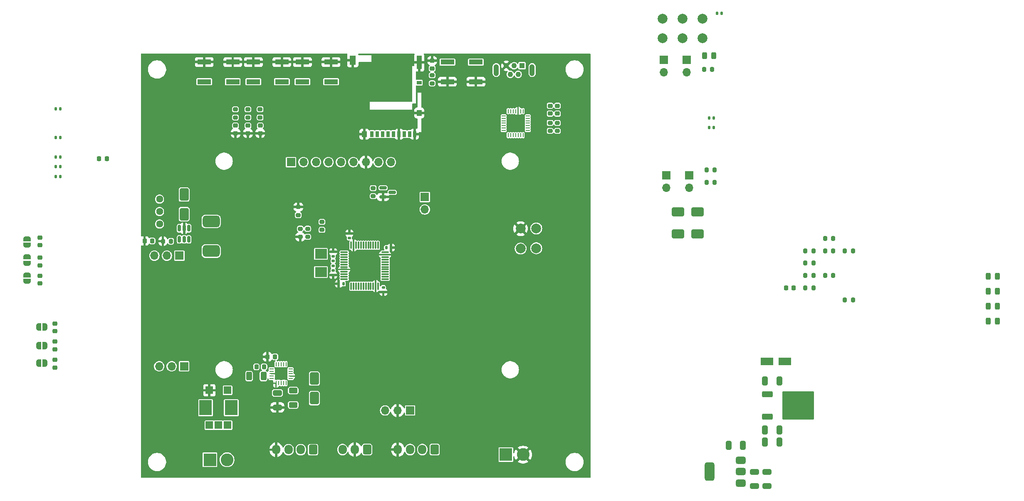
<source format=gbr>
%TF.GenerationSoftware,KiCad,Pcbnew,8.0.6*%
%TF.CreationDate,2025-02-16T20:54:21+01:00*%
%TF.ProjectId,TUSS4470_shield,54555353-3434-4373-905f-736869656c64,rev?*%
%TF.SameCoordinates,Original*%
%TF.FileFunction,Copper,L1,Top*%
%TF.FilePolarity,Positive*%
%FSLAX46Y46*%
G04 Gerber Fmt 4.6, Leading zero omitted, Abs format (unit mm)*
G04 Created by KiCad (PCBNEW 8.0.6) date 2025-02-16 20:54:21*
%MOMM*%
%LPD*%
G01*
G04 APERTURE LIST*
G04 Aperture macros list*
%AMRoundRect*
0 Rectangle with rounded corners*
0 $1 Rounding radius*
0 $2 $3 $4 $5 $6 $7 $8 $9 X,Y pos of 4 corners*
0 Add a 4 corners polygon primitive as box body*
4,1,4,$2,$3,$4,$5,$6,$7,$8,$9,$2,$3,0*
0 Add four circle primitives for the rounded corners*
1,1,$1+$1,$2,$3*
1,1,$1+$1,$4,$5*
1,1,$1+$1,$6,$7*
1,1,$1+$1,$8,$9*
0 Add four rect primitives between the rounded corners*
20,1,$1+$1,$2,$3,$4,$5,0*
20,1,$1+$1,$4,$5,$6,$7,0*
20,1,$1+$1,$6,$7,$8,$9,0*
20,1,$1+$1,$8,$9,$2,$3,0*%
%AMFreePoly0*
4,1,19,0.500000,-0.750000,0.000000,-0.750000,0.000000,-0.744911,-0.071157,-0.744911,-0.207708,-0.704816,-0.327430,-0.627875,-0.420627,-0.520320,-0.479746,-0.390866,-0.500000,-0.250000,-0.500000,0.250000,-0.479746,0.390866,-0.420627,0.520320,-0.327430,0.627875,-0.207708,0.704816,-0.071157,0.744911,0.000000,0.744911,0.000000,0.750000,0.500000,0.750000,0.500000,-0.750000,0.500000,-0.750000,
$1*%
%AMFreePoly1*
4,1,19,0.000000,0.744911,0.071157,0.744911,0.207708,0.704816,0.327430,0.627875,0.420627,0.520320,0.479746,0.390866,0.500000,0.250000,0.500000,-0.250000,0.479746,-0.390866,0.420627,-0.520320,0.327430,-0.627875,0.207708,-0.704816,0.071157,-0.744911,0.000000,-0.744911,0.000000,-0.750000,-0.500000,-0.750000,-0.500000,0.750000,0.000000,0.750000,0.000000,0.744911,0.000000,0.744911,
$1*%
G04 Aperture macros list end*
%TA.AperFunction,SMDPad,CuDef*%
%ADD10C,2.000000*%
%TD*%
%TA.AperFunction,SMDPad,CuDef*%
%ADD11RoundRect,0.243750X-0.243750X-0.456250X0.243750X-0.456250X0.243750X0.456250X-0.243750X0.456250X0*%
%TD*%
%TA.AperFunction,SMDPad,CuDef*%
%ADD12RoundRect,0.150000X-0.150000X0.512500X-0.150000X-0.512500X0.150000X-0.512500X0.150000X0.512500X0*%
%TD*%
%TA.AperFunction,SMDPad,CuDef*%
%ADD13FreePoly0,0.000000*%
%TD*%
%TA.AperFunction,SMDPad,CuDef*%
%ADD14FreePoly1,0.000000*%
%TD*%
%TA.AperFunction,SMDPad,CuDef*%
%ADD15RoundRect,0.250000X-0.312500X-0.625000X0.312500X-0.625000X0.312500X0.625000X-0.312500X0.625000X0*%
%TD*%
%TA.AperFunction,SMDPad,CuDef*%
%ADD16RoundRect,0.140000X-0.140000X-0.170000X0.140000X-0.170000X0.140000X0.170000X-0.140000X0.170000X0*%
%TD*%
%TA.AperFunction,ComponentPad*%
%ADD17R,1.700000X1.700000*%
%TD*%
%TA.AperFunction,ComponentPad*%
%ADD18O,1.700000X1.700000*%
%TD*%
%TA.AperFunction,SMDPad,CuDef*%
%ADD19RoundRect,0.218750X-0.218750X-0.256250X0.218750X-0.256250X0.218750X0.256250X-0.218750X0.256250X0*%
%TD*%
%TA.AperFunction,SMDPad,CuDef*%
%ADD20RoundRect,0.140000X-0.170000X0.140000X-0.170000X-0.140000X0.170000X-0.140000X0.170000X0.140000X0*%
%TD*%
%TA.AperFunction,SMDPad,CuDef*%
%ADD21RoundRect,0.200000X-0.275000X0.200000X-0.275000X-0.200000X0.275000X-0.200000X0.275000X0.200000X0*%
%TD*%
%TA.AperFunction,SMDPad,CuDef*%
%ADD22RoundRect,0.250000X0.650000X-1.000000X0.650000X1.000000X-0.650000X1.000000X-0.650000X-1.000000X0*%
%TD*%
%TA.AperFunction,SMDPad,CuDef*%
%ADD23RoundRect,0.200000X-0.200000X-0.275000X0.200000X-0.275000X0.200000X0.275000X-0.200000X0.275000X0*%
%TD*%
%TA.AperFunction,SMDPad,CuDef*%
%ADD24RoundRect,0.218750X-0.256250X0.218750X-0.256250X-0.218750X0.256250X-0.218750X0.256250X0.218750X0*%
%TD*%
%TA.AperFunction,ComponentPad*%
%ADD25RoundRect,0.250000X0.600000X0.725000X-0.600000X0.725000X-0.600000X-0.725000X0.600000X-0.725000X0*%
%TD*%
%TA.AperFunction,ComponentPad*%
%ADD26O,1.700000X1.950000*%
%TD*%
%TA.AperFunction,SMDPad,CuDef*%
%ADD27RoundRect,0.135000X-0.185000X0.135000X-0.185000X-0.135000X0.185000X-0.135000X0.185000X0.135000X0*%
%TD*%
%TA.AperFunction,SMDPad,CuDef*%
%ADD28RoundRect,0.140000X0.170000X-0.140000X0.170000X0.140000X-0.170000X0.140000X-0.170000X-0.140000X0*%
%TD*%
%TA.AperFunction,SMDPad,CuDef*%
%ADD29RoundRect,0.062500X0.350000X0.062500X-0.350000X0.062500X-0.350000X-0.062500X0.350000X-0.062500X0*%
%TD*%
%TA.AperFunction,SMDPad,CuDef*%
%ADD30RoundRect,0.062500X0.062500X0.350000X-0.062500X0.350000X-0.062500X-0.350000X0.062500X-0.350000X0*%
%TD*%
%TA.AperFunction,HeatsinkPad*%
%ADD31C,0.500000*%
%TD*%
%TA.AperFunction,HeatsinkPad*%
%ADD32R,2.500000X2.500000*%
%TD*%
%TA.AperFunction,SMDPad,CuDef*%
%ADD33R,2.800000X1.000000*%
%TD*%
%TA.AperFunction,SMDPad,CuDef*%
%ADD34RoundRect,0.250000X-1.000000X-0.650000X1.000000X-0.650000X1.000000X0.650000X-1.000000X0.650000X0*%
%TD*%
%TA.AperFunction,SMDPad,CuDef*%
%ADD35RoundRect,0.200000X0.275000X-0.200000X0.275000X0.200000X-0.275000X0.200000X-0.275000X-0.200000X0*%
%TD*%
%TA.AperFunction,SMDPad,CuDef*%
%ADD36RoundRect,0.225000X-0.225000X-0.250000X0.225000X-0.250000X0.225000X0.250000X-0.225000X0.250000X0*%
%TD*%
%TA.AperFunction,SMDPad,CuDef*%
%ADD37FreePoly0,270.000000*%
%TD*%
%TA.AperFunction,SMDPad,CuDef*%
%ADD38FreePoly1,270.000000*%
%TD*%
%TA.AperFunction,SMDPad,CuDef*%
%ADD39RoundRect,0.250000X-0.650000X0.325000X-0.650000X-0.325000X0.650000X-0.325000X0.650000X0.325000X0*%
%TD*%
%TA.AperFunction,SMDPad,CuDef*%
%ADD40RoundRect,0.225000X0.250000X-0.225000X0.250000X0.225000X-0.250000X0.225000X-0.250000X-0.225000X0*%
%TD*%
%TA.AperFunction,SMDPad,CuDef*%
%ADD41RoundRect,0.587500X1.162500X-0.587500X1.162500X0.587500X-1.162500X0.587500X-1.162500X-0.587500X0*%
%TD*%
%TA.AperFunction,SMDPad,CuDef*%
%ADD42RoundRect,0.225000X0.225000X0.250000X-0.225000X0.250000X-0.225000X-0.250000X0.225000X-0.250000X0*%
%TD*%
%TA.AperFunction,SMDPad,CuDef*%
%ADD43R,2.600000X3.050000*%
%TD*%
%TA.AperFunction,SMDPad,CuDef*%
%ADD44R,1.524000X1.524000*%
%TD*%
%TA.AperFunction,SMDPad,CuDef*%
%ADD45RoundRect,0.075000X-0.662500X-0.075000X0.662500X-0.075000X0.662500X0.075000X-0.662500X0.075000X0*%
%TD*%
%TA.AperFunction,SMDPad,CuDef*%
%ADD46RoundRect,0.075000X-0.075000X-0.662500X0.075000X-0.662500X0.075000X0.662500X-0.075000X0.662500X0*%
%TD*%
%TA.AperFunction,ComponentPad*%
%ADD47R,2.600000X2.600000*%
%TD*%
%TA.AperFunction,ComponentPad*%
%ADD48C,2.600000*%
%TD*%
%TA.AperFunction,SMDPad,CuDef*%
%ADD49RoundRect,0.250000X0.325000X0.650000X-0.325000X0.650000X-0.325000X-0.650000X0.325000X-0.650000X0*%
%TD*%
%TA.AperFunction,SMDPad,CuDef*%
%ADD50RoundRect,0.250000X-0.625000X0.312500X-0.625000X-0.312500X0.625000X-0.312500X0.625000X0.312500X0*%
%TD*%
%TA.AperFunction,SMDPad,CuDef*%
%ADD51R,0.700000X1.200000*%
%TD*%
%TA.AperFunction,SMDPad,CuDef*%
%ADD52R,1.000000X0.800000*%
%TD*%
%TA.AperFunction,SMDPad,CuDef*%
%ADD53R,1.000000X1.200000*%
%TD*%
%TA.AperFunction,SMDPad,CuDef*%
%ADD54R,1.000000X2.800000*%
%TD*%
%TA.AperFunction,SMDPad,CuDef*%
%ADD55R,1.300000X1.900000*%
%TD*%
%TA.AperFunction,ComponentPad*%
%ADD56C,1.440000*%
%TD*%
%TA.AperFunction,SMDPad,CuDef*%
%ADD57RoundRect,0.218750X0.256250X-0.218750X0.256250X0.218750X-0.256250X0.218750X-0.256250X-0.218750X0*%
%TD*%
%TA.AperFunction,SMDPad,CuDef*%
%ADD58RoundRect,0.375000X0.625000X0.375000X-0.625000X0.375000X-0.625000X-0.375000X0.625000X-0.375000X0*%
%TD*%
%TA.AperFunction,SMDPad,CuDef*%
%ADD59RoundRect,0.500000X0.500000X1.400000X-0.500000X1.400000X-0.500000X-1.400000X0.500000X-1.400000X0*%
%TD*%
%TA.AperFunction,SMDPad,CuDef*%
%ADD60RoundRect,0.250000X-0.325000X-0.650000X0.325000X-0.650000X0.325000X0.650000X-0.325000X0.650000X0*%
%TD*%
%TA.AperFunction,SMDPad,CuDef*%
%ADD61R,2.400000X2.000000*%
%TD*%
%TA.AperFunction,SMDPad,CuDef*%
%ADD62RoundRect,0.150000X-0.587500X-0.150000X0.587500X-0.150000X0.587500X0.150000X-0.587500X0.150000X0*%
%TD*%
%TA.AperFunction,ComponentPad*%
%ADD63R,1.100000X1.100000*%
%TD*%
%TA.AperFunction,ComponentPad*%
%ADD64C,1.100000*%
%TD*%
%TA.AperFunction,ComponentPad*%
%ADD65O,1.100000X2.400000*%
%TD*%
%TA.AperFunction,SMDPad,CuDef*%
%ADD66RoundRect,0.140000X0.140000X0.170000X-0.140000X0.170000X-0.140000X-0.170000X0.140000X-0.170000X0*%
%TD*%
%TA.AperFunction,SMDPad,CuDef*%
%ADD67RoundRect,0.225000X-0.250000X0.225000X-0.250000X-0.225000X0.250000X-0.225000X0.250000X0.225000X0*%
%TD*%
%TA.AperFunction,SMDPad,CuDef*%
%ADD68RoundRect,0.250000X-1.050000X-0.550000X1.050000X-0.550000X1.050000X0.550000X-1.050000X0.550000X0*%
%TD*%
%TA.AperFunction,SMDPad,CuDef*%
%ADD69RoundRect,0.250000X-0.850000X-0.350000X0.850000X-0.350000X0.850000X0.350000X-0.850000X0.350000X0*%
%TD*%
%TA.AperFunction,SMDPad,CuDef*%
%ADD70RoundRect,0.250000X-1.275000X-1.125000X1.275000X-1.125000X1.275000X1.125000X-1.275000X1.125000X0*%
%TD*%
%TA.AperFunction,SMDPad,CuDef*%
%ADD71RoundRect,0.249997X-2.950003X-2.650003X2.950003X-2.650003X2.950003X2.650003X-2.950003X2.650003X0*%
%TD*%
%TA.AperFunction,SMDPad,CuDef*%
%ADD72RoundRect,0.062500X-0.062500X0.337500X-0.062500X-0.337500X0.062500X-0.337500X0.062500X0.337500X0*%
%TD*%
%TA.AperFunction,SMDPad,CuDef*%
%ADD73RoundRect,0.062500X-0.337500X0.062500X-0.337500X-0.062500X0.337500X-0.062500X0.337500X0.062500X0*%
%TD*%
%TA.AperFunction,HeatsinkPad*%
%ADD74R,3.350000X3.350000*%
%TD*%
G04 APERTURE END LIST*
D10*
%TO.P,TP8,1,1*%
%TO.N,Net-(J9-Pin_2)*%
X281945000Y-43680000D03*
%TD*%
D11*
%TO.P,D8,1,K*%
%TO.N,GND*%
X344157500Y-92145000D03*
%TO.P,D8,2,A*%
%TO.N,Net-(D8-A)*%
X346032500Y-92145000D03*
%TD*%
D12*
%TO.P,U2,1,SW*%
%TO.N,Net-(D5-A)*%
X181450000Y-82362500D03*
%TO.P,U2,2,GND*%
%TO.N,GND*%
X180500000Y-82362500D03*
%TO.P,U2,3,FB*%
%TO.N,Net-(U2-FB)*%
X179550000Y-82362500D03*
%TO.P,U2,4,EN*%
%TO.N,Net-(J10-Pin_2)*%
X179550000Y-84637500D03*
%TO.P,U2,5,IN*%
X180500000Y-84637500D03*
%TO.P,U2,6,NC*%
%TO.N,unconnected-(U2-NC-Pad6)*%
X181450000Y-84637500D03*
%TD*%
D13*
%TO.P,JP6,1,A*%
%TO.N,Net-(JP6-A)*%
X150900000Y-102450000D03*
D14*
%TO.P,JP6,2,B*%
%TO.N,Net-(JP2-B)*%
X152200000Y-102450000D03*
%TD*%
D15*
%TO.P,R2,1*%
%TO.N,Net-(C5-Pad1)*%
X193737500Y-112500000D03*
%TO.P,R2,2*%
%TO.N,Net-(JP9-A)*%
X196662500Y-112500000D03*
%TD*%
D16*
%TO.P,C11,1*%
%TO.N,IN_voltage_detect*%
X287375000Y-59860000D03*
%TO.P,C11,2*%
%TO.N,GND*%
X288335000Y-59860000D03*
%TD*%
%TO.P,C15,1*%
%TO.N,5V_voltage_detect*%
X154352500Y-63910000D03*
%TO.P,C15,2*%
%TO.N,GND*%
X155312500Y-63910000D03*
%TD*%
D13*
%TO.P,JP2,1,A*%
%TO.N,Net-(JP2-A)*%
X150900000Y-106250000D03*
D14*
%TO.P,JP2,2,B*%
%TO.N,Net-(JP2-B)*%
X152200000Y-106250000D03*
%TD*%
D17*
%TO.P,JP8,1,A*%
%TO.N,GND*%
X278695000Y-71560000D03*
D18*
%TO.P,JP8,2,B*%
%TO.N,Net-(J9-Pin_1)*%
X278695000Y-74100000D03*
%TD*%
D19*
%TO.P,D3,1,K*%
%TO.N,GND*%
X163175000Y-68160000D03*
%TO.P,D3,2,A*%
%TO.N,Net-(D3-A)*%
X164750000Y-68160000D03*
%TD*%
D20*
%TO.P,C27,1*%
%TO.N,Net-(U4-PD0-OSC_OUT)*%
X210850000Y-90970000D03*
%TO.P,C27,2*%
%TO.N,GND*%
X210850000Y-91930000D03*
%TD*%
D21*
%TO.P,R7,1*%
%TO.N,Net-(D3-A)*%
X208550000Y-81050000D03*
%TO.P,R7,2*%
%TO.N,Net-(U4-PC13-TAMPER-RTC)*%
X208550000Y-82700000D03*
%TD*%
D22*
%TO.P,D5,1,K*%
%TO.N,TUSS_DRV*%
X180500000Y-79500000D03*
%TO.P,D5,2,A*%
%TO.N,Net-(D5-A)*%
X180500000Y-75500000D03*
%TD*%
D23*
%TO.P,R4,1*%
%TO.N,Net-(U1-VPWR)*%
X286850000Y-70490000D03*
%TO.P,R4,2*%
%TO.N,IN_voltage_detect*%
X288500000Y-70490000D03*
%TD*%
D17*
%TO.P,J2,1,Pin_1*%
%TO.N,+5V*%
X226500000Y-119500000D03*
D18*
%TO.P,J2,2,Pin_2*%
%TO.N,GND*%
X223960000Y-119500000D03*
%TO.P,J2,3,Pin_3*%
%TO.N,Net-(J2-Pin_3)*%
X221420000Y-119500000D03*
%TD*%
D24*
%TO.P,D2,1,K*%
%TO.N,GND*%
X231000000Y-48212500D03*
%TO.P,D2,2,A*%
%TO.N,Net-(D2-A)*%
X231000000Y-49787500D03*
%TD*%
D21*
%TO.P,R9,1*%
%TO.N,5V_voltage_detect*%
X204150000Y-82462500D03*
%TO.P,R9,2*%
%TO.N,GND*%
X204150000Y-84112500D03*
%TD*%
D17*
%TO.P,JP11,1,A*%
%TO.N,Net-(J9-Pin_2)*%
X282845000Y-48030000D03*
D18*
%TO.P,JP11,2,B*%
%TO.N,Net-(D12-K)*%
X282845000Y-50570000D03*
%TD*%
D23*
%TO.P,R6,1*%
%TO.N,GND*%
X176175000Y-85000000D03*
%TO.P,R6,2*%
%TO.N,Net-(R6-Pad2)*%
X177825000Y-85000000D03*
%TD*%
D25*
%TO.P,J3,1,Pin_1*%
%TO.N,+3.3V*%
X217750000Y-127467500D03*
D26*
%TO.P,J3,2,Pin_2*%
%TO.N,GND*%
X215250000Y-127467500D03*
%TO.P,J3,3,Pin_3*%
%TO.N,DS18B20_DATA*%
X212750000Y-127467500D03*
%TD*%
D27*
%TO.P,R15,1*%
%TO.N,Net-(U4-PD0-OSC_IN)*%
X210850000Y-89040000D03*
%TO.P,R15,2*%
%TO.N,Net-(U4-PD0-OSC_OUT)*%
X210850000Y-90060000D03*
%TD*%
D28*
%TO.P,C25,1*%
%TO.N,+3.3V*%
X214150000Y-84360000D03*
%TO.P,C25,2*%
%TO.N,GND*%
X214150000Y-83400000D03*
%TD*%
D29*
%TO.P,U1,1,OUT3*%
%TO.N,OUT_3*%
X202175000Y-113000000D03*
%TO.P,U1,2,DGND*%
%TO.N,GND*%
X202175000Y-112500000D03*
%TO.P,U1,3,NCS*%
%TO.N,NCS*%
X202175000Y-112000000D03*
%TO.P,U1,4,SCLK*%
%TO.N,SCLK*%
X202175000Y-111500000D03*
%TO.P,U1,5,SDI*%
%TO.N,SDI*%
X202175000Y-111000000D03*
D30*
%TO.P,U1,6,SDO*%
%TO.N,SDO*%
X201237500Y-110062500D03*
%TO.P,U1,7,IO1*%
%TO.N,IO_1*%
X200737500Y-110062500D03*
%TO.P,U1,8,IO2*%
%TO.N,IO_2*%
X200237500Y-110062500D03*
%TO.P,U1,9,VOUT*%
%TO.N,ADC*%
X199737500Y-110062500D03*
%TO.P,U1,10,VDD*%
%TO.N,+3.3V*%
X199237500Y-110062500D03*
D29*
%TO.P,U1,11,INN*%
%TO.N,Net-(JP2-B)*%
X198300000Y-111000000D03*
%TO.P,U1,12,INP*%
%TO.N,Net-(U1-INP)*%
X198300000Y-111500000D03*
%TO.P,U1,13,SGND*%
%TO.N,GND*%
X198300000Y-112000000D03*
%TO.P,U1,14,GND*%
X198300000Y-112500000D03*
%TO.P,U1,15,OUTA*%
%TO.N,Net-(T1-AA)*%
X198300000Y-113000000D03*
D30*
%TO.P,U1,16,OUTB*%
%TO.N,GND*%
X199237500Y-113937500D03*
%TO.P,U1,17,VDRV*%
%TO.N,Net-(U1-VDRV)*%
X199737500Y-113937500D03*
%TO.P,U1,18,FLT*%
%TO.N,Net-(JP1-B)*%
X200237500Y-113937500D03*
%TO.P,U1,19,OUT4*%
%TO.N,OUT_4*%
X200737500Y-113937500D03*
%TO.P,U1,20,VPWR*%
%TO.N,Net-(U1-VPWR)*%
X201237500Y-113937500D03*
D31*
%TO.P,U1,21,EXP*%
%TO.N,GND*%
X201237500Y-113000000D03*
X201237500Y-111000000D03*
D32*
X200237500Y-112000000D03*
D31*
X199237500Y-113000000D03*
X199237500Y-111000000D03*
%TD*%
D33*
%TO.P,SW4,1,1*%
%TO.N,GND*%
X184600000Y-48500000D03*
X190400000Y-48500000D03*
%TO.P,SW4,2,2*%
%TO.N,BUTTON_MINUS_IN*%
X184600000Y-52500000D03*
X190400000Y-52500000D03*
%TD*%
D23*
%TO.P,R19,1*%
%TO.N,Net-(D9-A)*%
X306980000Y-89470000D03*
%TO.P,R19,2*%
%TO.N,LED_B*%
X308630000Y-89470000D03*
%TD*%
D34*
%TO.P,D12,1,K*%
%TO.N,Net-(D12-K)*%
X281000000Y-83550000D03*
%TO.P,D12,2,A*%
%TO.N,GND*%
X285000000Y-83550000D03*
%TD*%
D22*
%TO.P,D1,1,K*%
%TO.N,Net-(D1-K)*%
X207000000Y-117000000D03*
%TO.P,D1,2,A*%
%TO.N,Net-(D1-A)*%
X207000000Y-113000000D03*
%TD*%
D17*
%TO.P,J10,1,Pin_1*%
%TO.N,+12V*%
X179540000Y-87950000D03*
D18*
%TO.P,J10,2,Pin_2*%
%TO.N,Net-(J10-Pin_2)*%
X177000000Y-87950000D03*
%TO.P,J10,3,Pin_3*%
%TO.N,+5V*%
X174460000Y-87950000D03*
%TD*%
D35*
%TO.P,R8,1*%
%TO.N,+5V*%
X205650000Y-84112500D03*
%TO.P,R8,2*%
%TO.N,5V_voltage_detect*%
X205650000Y-82462500D03*
%TD*%
D16*
%TO.P,C17,1*%
%TO.N,GND*%
X154352500Y-67850000D03*
%TO.P,C17,2*%
%TO.N,+5V*%
X155312500Y-67850000D03*
%TD*%
D36*
%TO.P,C5,1*%
%TO.N,Net-(C5-Pad1)*%
X195225000Y-110600000D03*
%TO.P,C5,2*%
%TO.N,Net-(U1-INP)*%
X196775000Y-110600000D03*
%TD*%
D21*
%TO.P,R10,1*%
%TO.N,Net-(D6-K)*%
X256500000Y-60887500D03*
%TO.P,R10,2*%
%TO.N,uC_TX*%
X256500000Y-62537500D03*
%TD*%
D20*
%TO.P,C29,1*%
%TO.N,+3.3V*%
X221050000Y-94420000D03*
%TO.P,C29,2*%
%TO.N,GND*%
X221050000Y-95380000D03*
%TD*%
D37*
%TO.P,JP3,1,A*%
%TO.N,Net-(JP3-A)*%
X148490000Y-88200000D03*
D38*
%TO.P,JP3,2,B*%
%TO.N,Net-(JP1-B)*%
X148490000Y-89500000D03*
%TD*%
D39*
%TO.P,C32,1*%
%TO.N,+3.3V*%
X296650000Y-132000000D03*
%TO.P,C32,2*%
%TO.N,GND*%
X296650000Y-134950000D03*
%TD*%
D40*
%TO.P,C2,1*%
%TO.N,Net-(JP2-A)*%
X154200000Y-107025000D03*
%TO.P,C2,2*%
%TO.N,GND*%
X154200000Y-105475000D03*
%TD*%
D36*
%TO.P,C37,1*%
%TO.N,rst*%
X303020000Y-94490000D03*
%TO.P,C37,2*%
%TO.N,GND*%
X304570000Y-94490000D03*
%TD*%
D41*
%TO.P,L1,1,1*%
%TO.N,Net-(J10-Pin_2)*%
X186000000Y-87025000D03*
%TO.P,L1,2,2*%
%TO.N,Net-(D5-A)*%
X186000000Y-80975000D03*
%TD*%
D11*
%TO.P,D10,1,K*%
%TO.N,GND*%
X344157500Y-98225000D03*
%TO.P,D10,2,A*%
%TO.N,Net-(D10-A)*%
X346032500Y-98225000D03*
%TD*%
D42*
%TO.P,C21,1*%
%TO.N,+5V*%
X174000000Y-84950000D03*
%TO.P,C21,2*%
%TO.N,GND*%
X172450000Y-84950000D03*
%TD*%
D33*
%TO.P,SW3,1,1*%
%TO.N,GND*%
X194600000Y-48500000D03*
X200400000Y-48500000D03*
%TO.P,SW3,2,2*%
%TO.N,BUTTON_PLUS_IN*%
X194600000Y-52500000D03*
X200400000Y-52500000D03*
%TD*%
D10*
%TO.P,TP4,1,1*%
%TO.N,uC_TX*%
X252200000Y-86450000D03*
%TD*%
D16*
%TO.P,C7,1*%
%TO.N,Net-(U1-VPWR)*%
X154352500Y-58000000D03*
%TO.P,C7,2*%
%TO.N,GND*%
X155312500Y-58000000D03*
%TD*%
D25*
%TO.P,J6,1,Pin_1*%
%TO.N,SDA_1*%
X231500000Y-127467500D03*
D26*
%TO.P,J6,2,Pin_2*%
%TO.N,SCL_1*%
X229000000Y-127467500D03*
%TO.P,J6,3,Pin_3*%
%TO.N,+3.3V*%
X226500000Y-127467500D03*
%TO.P,J6,4,Pin_4*%
%TO.N,GND*%
X224000000Y-127467500D03*
%TD*%
D17*
%TO.P,JP9,1,A*%
%TO.N,Net-(JP9-A)*%
X283345000Y-71560000D03*
D18*
%TO.P,JP9,2,B*%
%TO.N,Net-(J9-Pin_2)*%
X283345000Y-74100000D03*
%TD*%
D33*
%TO.P,SW1,1,1*%
%TO.N,GND*%
X204600000Y-48500000D03*
X210400000Y-48500000D03*
%TO.P,SW1,2,2*%
%TO.N,BUTTON_SET_IN*%
X204600000Y-52500000D03*
X210400000Y-52500000D03*
%TD*%
D10*
%TO.P,TP7,1,1*%
%TO.N,Net-(T1-AA)*%
X281945000Y-39630000D03*
%TD*%
D23*
%TO.P,R5,1*%
%TO.N,IN_voltage_detect*%
X286850000Y-73000000D03*
%TO.P,R5,2*%
%TO.N,GND*%
X288500000Y-73000000D03*
%TD*%
D43*
%TO.P,T1,*%
%TO.N,*%
X190115000Y-118945000D03*
X184885000Y-118945000D03*
D44*
%TO.P,T1,1,AA*%
%TO.N,Net-(T1-AA)*%
X189350000Y-115390000D03*
%TO.P,T1,2,AB*%
%TO.N,GND*%
X185650000Y-115390000D03*
%TO.P,T1,3,SA*%
%TO.N,Net-(J9-Pin_1)*%
X185650000Y-122500000D03*
%TO.P,T1,4,SC*%
%TO.N,unconnected-(T1-SC-Pad4)*%
X187500000Y-122500000D03*
%TO.P,T1,5,SB*%
%TO.N,Net-(J9-Pin_2)*%
X189350000Y-122500000D03*
%TD*%
D10*
%TO.P,TP3,1,1*%
%TO.N,uC_RX*%
X252200000Y-82400000D03*
%TD*%
D23*
%TO.P,R26,1*%
%TO.N,+3.3V*%
X310990000Y-91980000D03*
%TO.P,R26,2*%
%TO.N,DS18B20_DATA*%
X312640000Y-91980000D03*
%TD*%
D45*
%TO.P,U4,1,VBAT*%
%TO.N,unconnected-(U4-VBAT-Pad1)*%
X213087500Y-87250000D03*
%TO.P,U4,2,PC13-TAMPER-RTC*%
%TO.N,Net-(U4-PC13-TAMPER-RTC)*%
X213087500Y-87750000D03*
%TO.P,U4,3,PC14-OSC32_IN*%
%TO.N,unconnected-(U4-PC14-OSC32_IN-Pad3)*%
X213087500Y-88250000D03*
%TO.P,U4,4,PC15-OSC32_OUT*%
%TO.N,unconnected-(U4-PC15-OSC32_OUT-Pad4)*%
X213087500Y-88750000D03*
%TO.P,U4,5,PD0-OSC_IN*%
%TO.N,Net-(U4-PD0-OSC_IN)*%
X213087500Y-89250000D03*
%TO.P,U4,6,PD0-OSC_OUT*%
%TO.N,Net-(U4-PD0-OSC_OUT)*%
X213087500Y-89750000D03*
%TO.P,U4,7,NRST*%
%TO.N,rst*%
X213087500Y-90250000D03*
%TO.P,U4,8,VSSA*%
%TO.N,GND*%
X213087500Y-90750000D03*
%TO.P,U4,9,VDDA*%
%TO.N,+3.3V*%
X213087500Y-91250000D03*
%TO.P,U4,10,PA0-WKUP*%
%TO.N,unconnected-(U4-PA0-WKUP-Pad10)*%
X213087500Y-91750000D03*
%TO.P,U4,11,PA1*%
%TO.N,unconnected-(U4-PA1-Pad11)*%
X213087500Y-92250000D03*
%TO.P,U4,12,PA2*%
%TO.N,unconnected-(U4-PA2-Pad12)*%
X213087500Y-92750000D03*
D46*
%TO.P,U4,13,PA3*%
%TO.N,unconnected-(U4-PA3-Pad13)*%
X214500000Y-94162500D03*
%TO.P,U4,14,PA4*%
%TO.N,unconnected-(U4-PA4-Pad14)*%
X215000000Y-94162500D03*
%TO.P,U4,15,PA5*%
%TO.N,unconnected-(U4-PA5-Pad15)*%
X215500000Y-94162500D03*
%TO.P,U4,16,PA6*%
%TO.N,unconnected-(U4-PA6-Pad16)*%
X216000000Y-94162500D03*
%TO.P,U4,17,PA7*%
%TO.N,unconnected-(U4-PA7-Pad17)*%
X216500000Y-94162500D03*
%TO.P,U4,18,PB0*%
%TO.N,unconnected-(U4-PB0-Pad18)*%
X217000000Y-94162500D03*
%TO.P,U4,19,PB1*%
%TO.N,5V_voltage_detect*%
X217500000Y-94162500D03*
%TO.P,U4,20,PB2*%
%TO.N,BOOT_1*%
X218000000Y-94162500D03*
%TO.P,U4,21,PB10*%
%TO.N,unconnected-(U4-PB10-Pad21)*%
X218500000Y-94162500D03*
%TO.P,U4,22,PB11*%
%TO.N,unconnected-(U4-PB11-Pad22)*%
X219000000Y-94162500D03*
%TO.P,U4,23,VSS*%
%TO.N,GND*%
X219500000Y-94162500D03*
%TO.P,U4,24,VDD*%
%TO.N,+3.3V*%
X220000000Y-94162500D03*
D45*
%TO.P,U4,25,PB12*%
%TO.N,unconnected-(U4-PB12-Pad25)*%
X221412500Y-92750000D03*
%TO.P,U4,26,PB13*%
%TO.N,unconnected-(U4-PB13-Pad26)*%
X221412500Y-92250000D03*
%TO.P,U4,27,PB14*%
%TO.N,unconnected-(U4-PB14-Pad27)*%
X221412500Y-91750000D03*
%TO.P,U4,28,PB15*%
%TO.N,unconnected-(U4-PB15-Pad28)*%
X221412500Y-91250000D03*
%TO.P,U4,29,PA8*%
%TO.N,unconnected-(U4-PA8-Pad29)*%
X221412500Y-90750000D03*
%TO.P,U4,30,PA9*%
%TO.N,uC_TX*%
X221412500Y-90250000D03*
%TO.P,U4,31,PA10*%
%TO.N,uC_RX*%
X221412500Y-89750000D03*
%TO.P,U4,32,PA11*%
%TO.N,unconnected-(U4-PA11-Pad32)*%
X221412500Y-89250000D03*
%TO.P,U4,33,PA12*%
%TO.N,unconnected-(U4-PA12-Pad33)*%
X221412500Y-88750000D03*
%TO.P,U4,34,PA13*%
%TO.N,unconnected-(U4-PA13-Pad34)*%
X221412500Y-88250000D03*
%TO.P,U4,35,VSS*%
%TO.N,GND*%
X221412500Y-87750000D03*
%TO.P,U4,36,VDD*%
%TO.N,+3.3V*%
X221412500Y-87250000D03*
D46*
%TO.P,U4,37,PA14*%
%TO.N,unconnected-(U4-PA14-Pad37)*%
X220000000Y-85837500D03*
%TO.P,U4,38,PA15*%
%TO.N,unconnected-(U4-PA15-Pad38)*%
X219500000Y-85837500D03*
%TO.P,U4,39,PB3*%
%TO.N,unconnected-(U4-PB3-Pad39)*%
X219000000Y-85837500D03*
%TO.P,U4,40,PB4*%
%TO.N,unconnected-(U4-PB4-Pad40)*%
X218500000Y-85837500D03*
%TO.P,U4,41,PB5*%
%TO.N,unconnected-(U4-PB5-Pad41)*%
X218000000Y-85837500D03*
%TO.P,U4,42,PB6*%
%TO.N,unconnected-(U4-PB6-Pad42)*%
X217500000Y-85837500D03*
%TO.P,U4,43,PB7*%
%TO.N,unconnected-(U4-PB7-Pad43)*%
X217000000Y-85837500D03*
%TO.P,U4,44,BOOT0*%
%TO.N,BOOT_0*%
X216500000Y-85837500D03*
%TO.P,U4,45,PB8*%
%TO.N,unconnected-(U4-PB8-Pad45)*%
X216000000Y-85837500D03*
%TO.P,U4,46,PB9*%
%TO.N,unconnected-(U4-PB9-Pad46)*%
X215500000Y-85837500D03*
%TO.P,U4,47,VSS*%
%TO.N,GND*%
X215000000Y-85837500D03*
%TO.P,U4,48,VDD*%
%TO.N,+3.3V*%
X214500000Y-85837500D03*
%TD*%
D39*
%TO.P,C24,1*%
%TO.N,+3.3V*%
X299150000Y-132000000D03*
%TO.P,C24,2*%
%TO.N,GND*%
X299150000Y-134950000D03*
%TD*%
D36*
%TO.P,C8,1*%
%TO.N,GND*%
X197462500Y-108562500D03*
%TO.P,C8,2*%
%TO.N,+3.3V*%
X199012500Y-108562500D03*
%TD*%
D23*
%TO.P,R34,1*%
%TO.N,+3.3V*%
X315000000Y-97000000D03*
%TO.P,R34,2*%
%TO.N,rst*%
X316650000Y-97000000D03*
%TD*%
D16*
%TO.P,C28,1*%
%TO.N,+3.3V*%
X221670000Y-86300000D03*
%TO.P,C28,2*%
%TO.N,GND*%
X222630000Y-86300000D03*
%TD*%
D47*
%TO.P,J4,1,Pin_1*%
%TO.N,+12V*%
X246000000Y-128500000D03*
D48*
%TO.P,J4,2,Pin_2*%
%TO.N,GND*%
X249500000Y-128500000D03*
%TD*%
D16*
%TO.P,R11,1*%
%TO.N,Net-(JP10-B)*%
X288975000Y-38590000D03*
%TO.P,R11,2*%
%TO.N,PHASE_DETECT*%
X289935000Y-38590000D03*
%TD*%
D25*
%TO.P,J5,1,Pin_1*%
%TO.N,uC_TX2*%
X206750000Y-127500000D03*
D26*
%TO.P,J5,2,Pin_2*%
%TO.N,uC_RX2*%
X204250000Y-127500000D03*
%TO.P,J5,3,Pin_3*%
%TO.N,+3.3V*%
X201750000Y-127500000D03*
%TO.P,J5,4,Pin_4*%
%TO.N,GND*%
X199250000Y-127500000D03*
%TD*%
D21*
%TO.P,R3,1*%
%TO.N,Net-(D2-A)*%
X231000000Y-51175000D03*
%TO.P,R3,2*%
%TO.N,+5V*%
X231000000Y-52825000D03*
%TD*%
D13*
%TO.P,JP4,1,A*%
%TO.N,Net-(JP4-A)*%
X150900000Y-109850000D03*
D14*
%TO.P,JP4,2,B*%
%TO.N,Net-(JP2-B)*%
X152200000Y-109850000D03*
%TD*%
D23*
%TO.P,R18,1*%
%TO.N,Net-(D8-A)*%
X306980000Y-86960000D03*
%TO.P,R18,2*%
%TO.N,LED_A*%
X308630000Y-86960000D03*
%TD*%
D10*
%TO.P,TP6,1,1*%
%TO.N,+3.3V*%
X249000000Y-86500000D03*
%TD*%
D39*
%TO.P,C6,1*%
%TO.N,Net-(U1-VDRV)*%
X199500000Y-115925000D03*
%TO.P,C6,2*%
%TO.N,GND*%
X199500000Y-118875000D03*
%TD*%
D21*
%TO.P,R32,1*%
%TO.N,+3.3V*%
X193470000Y-58125000D03*
%TO.P,R32,2*%
%TO.N,BUTTON_PLUS_IN*%
X193470000Y-59775000D03*
%TD*%
D10*
%TO.P,TP5,1,1*%
%TO.N,GND*%
X249000000Y-82450000D03*
%TD*%
%TO.P,TP10,1,1*%
%TO.N,Net-(U1-VPWR)*%
X285995000Y-43680000D03*
%TD*%
D40*
%TO.P,C10,1*%
%TO.N,Net-(JP6-A)*%
X154200000Y-103350000D03*
%TO.P,C10,2*%
%TO.N,GND*%
X154200000Y-101800000D03*
%TD*%
%TO.P,C9,1*%
%TO.N,Net-(JP5-A)*%
X151150000Y-93625000D03*
%TO.P,C9,2*%
%TO.N,GND*%
X151150000Y-92075000D03*
%TD*%
D11*
%TO.P,C13,1*%
%TO.N,Net-(U1-VPWR)*%
X286477500Y-47225000D03*
%TO.P,C13,2*%
%TO.N,GND*%
X288352500Y-47225000D03*
%TD*%
D17*
%TO.P,JP10,1,A*%
%TO.N,Net-(J9-Pin_2)*%
X278195000Y-48030000D03*
D18*
%TO.P,JP10,2,B*%
%TO.N,Net-(JP10-B)*%
X278195000Y-50570000D03*
%TD*%
D40*
%TO.P,C1,1*%
%TO.N,Net-(JP1-A)*%
X151150000Y-85825000D03*
%TO.P,C1,2*%
%TO.N,GND*%
X151150000Y-84275000D03*
%TD*%
D17*
%TO.P,JP7,1,A*%
%TO.N,BOOT_0*%
X229500000Y-76000000D03*
D18*
%TO.P,JP7,2,B*%
%TO.N,+3.3V*%
X229500000Y-78540000D03*
%TD*%
D23*
%TO.P,R23,1*%
%TO.N,GND*%
X310990000Y-84450000D03*
%TO.P,R23,2*%
%TO.N,0-5V_IN_A*%
X312640000Y-84450000D03*
%TD*%
D49*
%TO.P,C23,1*%
%TO.N,+5V*%
X294275000Y-126575000D03*
%TO.P,C23,2*%
%TO.N,GND*%
X291325000Y-126575000D03*
%TD*%
D11*
%TO.P,D9,1,K*%
%TO.N,GND*%
X344157500Y-95185000D03*
%TO.P,D9,2,A*%
%TO.N,Net-(D9-A)*%
X346032500Y-95185000D03*
%TD*%
D10*
%TO.P,TP2,1,1*%
%TO.N,GND*%
X277895000Y-43680000D03*
%TD*%
D23*
%TO.P,R21,1*%
%TO.N,Net-(D11-A)*%
X306980000Y-94490000D03*
%TO.P,R21,2*%
%TO.N,LED_D*%
X308630000Y-94490000D03*
%TD*%
D50*
%TO.P,R1,1*%
%TO.N,Net-(U1-VPWR)*%
X202700000Y-115437500D03*
%TO.P,R1,2*%
%TO.N,Net-(D1-K)*%
X202700000Y-118362500D03*
%TD*%
D33*
%TO.P,SW5,1,1*%
%TO.N,rst*%
X234100000Y-48500000D03*
X239900000Y-48500000D03*
%TO.P,SW5,2,2*%
%TO.N,GND*%
X234100000Y-52500000D03*
X239900000Y-52500000D03*
%TD*%
D51*
%TO.P,J7,1,DAT2*%
%TO.N,SD_D2*%
X218755000Y-63190000D03*
%TO.P,J7,2,DAT3/CD*%
%TO.N,SD_D3*%
X219855000Y-63190000D03*
%TO.P,J7,3,CMD*%
%TO.N,SD_CMD*%
X220955000Y-63190000D03*
%TO.P,J7,4,VDD*%
%TO.N,+3.3V*%
X222055000Y-63190000D03*
%TO.P,J7,5,CLK*%
%TO.N,SD_SCK*%
X223155000Y-63190000D03*
%TO.P,J7,6,VSS*%
%TO.N,GND*%
X224255000Y-63190000D03*
%TO.P,J7,7,DAT0*%
%TO.N,SD_D0*%
X225355000Y-63190000D03*
%TO.P,J7,8,DAT1*%
%TO.N,SD_D1*%
X226455000Y-63190000D03*
%TO.P,J7,9,DET_B*%
%TO.N,GND*%
X227405000Y-63190000D03*
D52*
%TO.P,J7,10,DET_A*%
%TO.N,SD_DET*%
X228355000Y-52690000D03*
D53*
%TO.P,J7,11,SHIELD*%
%TO.N,GND*%
X228355000Y-58890000D03*
D54*
X228355000Y-48540000D03*
D53*
X217205000Y-63190000D03*
D55*
X214855000Y-48090000D03*
%TD*%
D56*
%TO.P,RV1,1,1*%
%TO.N,Net-(R6-Pad2)*%
X175500000Y-81500000D03*
%TO.P,RV1,2,2*%
%TO.N,Net-(U2-FB)*%
X175500000Y-78960000D03*
%TO.P,RV1,3,3*%
%TO.N,TUSS_DRV*%
X175500000Y-76420000D03*
%TD*%
D40*
%TO.P,C3,1*%
%TO.N,Net-(JP3-A)*%
X151150000Y-89925000D03*
%TO.P,C3,2*%
%TO.N,GND*%
X151150000Y-88375000D03*
%TD*%
D57*
%TO.P,D6,1,K*%
%TO.N,Net-(D6-K)*%
X256500000Y-59000000D03*
%TO.P,D6,2,A*%
%TO.N,+3.3V*%
X256500000Y-57425000D03*
%TD*%
D58*
%TO.P,U5,1,GND*%
%TO.N,GND*%
X293800000Y-134275000D03*
%TO.P,U5,2,VO*%
%TO.N,+3.3V*%
X293800000Y-131975000D03*
D59*
X287500000Y-131975000D03*
D58*
%TO.P,U5,3,VI*%
%TO.N,+5V*%
X293800000Y-129675000D03*
%TD*%
D17*
%TO.P,J11,1,Pin_1*%
%TO.N,+12V*%
X180500000Y-110500000D03*
D18*
%TO.P,J11,2,Pin_2*%
%TO.N,Net-(D1-A)*%
X177960000Y-110500000D03*
%TO.P,J11,3,Pin_3*%
%TO.N,TUSS_DRV*%
X175420000Y-110500000D03*
%TD*%
D23*
%TO.P,R30,1*%
%TO.N,SD_DET*%
X315000000Y-86960000D03*
%TO.P,R30,2*%
%TO.N,+3.3V*%
X316650000Y-86960000D03*
%TD*%
D35*
%TO.P,R22,1*%
%TO.N,DISPLAY_BG_LED*%
X219000000Y-75825000D03*
%TO.P,R22,2*%
%TO.N,Net-(Q1-B)*%
X219000000Y-74175000D03*
%TD*%
D60*
%TO.P,C33,1*%
%TO.N,+5V*%
X298700000Y-123475000D03*
%TO.P,C33,2*%
%TO.N,GND*%
X301650000Y-123475000D03*
%TD*%
D61*
%TO.P,Y2,1,1*%
%TO.N,Net-(U4-PD0-OSC_IN)*%
X208350000Y-87600000D03*
%TO.P,Y2,2,2*%
%TO.N,Net-(U4-PD0-OSC_OUT)*%
X208350000Y-91300000D03*
%TD*%
D23*
%TO.P,R20,1*%
%TO.N,Net-(D10-A)*%
X306980000Y-91980000D03*
%TO.P,R20,2*%
%TO.N,LED_C*%
X308630000Y-91980000D03*
%TD*%
D17*
%TO.P,J1,1,Pin_1*%
%TO.N,DISPLAY_CS*%
X202267400Y-68891700D03*
D18*
%TO.P,J1,2,Pin_2*%
%TO.N,DISPLAY_RSE*%
X204807400Y-68891700D03*
%TO.P,J1,3,Pin_3*%
%TO.N,DISPLAY_RS*%
X207347400Y-68891700D03*
%TO.P,J1,4,Pin_4*%
%TO.N,DISPLAY_SCL*%
X209887400Y-68891700D03*
%TO.P,J1,5,Pin_5*%
%TO.N,DISPLAY_SI*%
X212427400Y-68891700D03*
%TO.P,J1,6,Pin_6*%
%TO.N,+3.3V*%
X214967400Y-68891700D03*
%TO.P,J1,7,Pin_7*%
%TO.N,GND*%
X217507400Y-68891700D03*
%TO.P,J1,8,Pin_8*%
%TO.N,+3.3V*%
X220067400Y-68893861D03*
%TO.P,J1,9,Pin_9*%
%TO.N,Net-(J1-Pin_9)*%
X222607400Y-68894926D03*
%TD*%
D62*
%TO.P,Q1,1,B*%
%TO.N,Net-(Q1-B)*%
X221000000Y-74100000D03*
%TO.P,Q1,2,E*%
%TO.N,GND*%
X221000000Y-76000000D03*
%TO.P,Q1,3,C*%
%TO.N,Net-(J1-Pin_9)*%
X222875000Y-75050000D03*
%TD*%
D20*
%TO.P,C26,1*%
%TO.N,GND*%
X210850000Y-87170000D03*
%TO.P,C26,2*%
%TO.N,Net-(U4-PD0-OSC_IN)*%
X210850000Y-88130000D03*
%TD*%
D60*
%TO.P,C20,1*%
%TO.N,+12V*%
X298700000Y-113475000D03*
%TO.P,C20,2*%
%TO.N,GND*%
X301650000Y-113475000D03*
%TD*%
D21*
%TO.P,R33,1*%
%TO.N,+3.3V*%
X190960000Y-58125000D03*
%TO.P,R33,2*%
%TO.N,BUTTON_MINUS_IN*%
X190960000Y-59775000D03*
%TD*%
D10*
%TO.P,TP9,1,1*%
%TO.N,Net-(J9-Pin_1)*%
X285995000Y-39630000D03*
%TD*%
D63*
%TO.P,J8,1,VBUS*%
%TO.N,+5V*%
X249300000Y-49250000D03*
D64*
%TO.P,J8,2,D-*%
%TO.N,Net-(J8-D-)*%
X248500000Y-51000000D03*
%TO.P,J8,3,D+*%
%TO.N,Net-(J8-D+)*%
X247700000Y-49250000D03*
%TO.P,J8,4,ID*%
%TO.N,unconnected-(J8-ID-Pad4)*%
X246900000Y-51000000D03*
%TO.P,J8,5,GND*%
%TO.N,GND*%
X246100000Y-49250000D03*
D65*
%TO.P,J8,6,Shield*%
%TO.N,unconnected-(J8-Shield-Pad6)*%
X251350000Y-50125000D03*
X244050000Y-50125000D03*
%TD*%
D16*
%TO.P,C19,1*%
%TO.N,Net-(U3-VDD)*%
X154352500Y-71790000D03*
%TO.P,C19,2*%
%TO.N,GND*%
X155312500Y-71790000D03*
%TD*%
D66*
%TO.P,C30,1*%
%TO.N,+3.3V*%
X212930000Y-93700000D03*
%TO.P,C30,2*%
%TO.N,GND*%
X211970000Y-93700000D03*
%TD*%
D67*
%TO.P,C35,1*%
%TO.N,BUTTON_PLUS_IN*%
X193490000Y-61450000D03*
%TO.P,C35,2*%
%TO.N,GND*%
X193490000Y-63000000D03*
%TD*%
D23*
%TO.P,R24,1*%
%TO.N,0-5V_IN_A*%
X310990000Y-86960000D03*
%TO.P,R24,2*%
%TO.N,Net-(J2-Pin_3)*%
X312640000Y-86960000D03*
%TD*%
D11*
%TO.P,D11,1,K*%
%TO.N,GND*%
X344157500Y-101265000D03*
%TO.P,D11,2,A*%
%TO.N,Net-(D11-A)*%
X346032500Y-101265000D03*
%TD*%
D34*
%TO.P,D7,1,K*%
%TO.N,GND*%
X281000000Y-79000000D03*
%TO.P,D7,2,A*%
%TO.N,Net-(D12-K)*%
X285000000Y-79000000D03*
%TD*%
D47*
%TO.P,J9,1,Pin_1*%
%TO.N,Net-(J9-Pin_1)*%
X185750000Y-129545000D03*
D48*
%TO.P,J9,2,Pin_2*%
%TO.N,Net-(J9-Pin_2)*%
X189250000Y-129545000D03*
%TD*%
D68*
%TO.P,C22,1*%
%TO.N,+12V*%
X299175000Y-109475000D03*
%TO.P,C22,2*%
%TO.N,GND*%
X302775000Y-109475000D03*
%TD*%
D35*
%TO.P,R14,1*%
%TO.N,BOOT_0*%
X203750000Y-79675000D03*
%TO.P,R14,2*%
%TO.N,GND*%
X203750000Y-78025000D03*
%TD*%
D23*
%TO.P,R13,1*%
%TO.N,PHASE_DETECT*%
X286350000Y-50000000D03*
%TO.P,R13,2*%
%TO.N,GND*%
X288000000Y-50000000D03*
%TD*%
D67*
%TO.P,C36,1*%
%TO.N,BUTTON_MINUS_IN*%
X190980000Y-61450000D03*
%TO.P,C36,2*%
%TO.N,GND*%
X190980000Y-63000000D03*
%TD*%
%TO.P,C34,1*%
%TO.N,BUTTON_SET_IN*%
X196000000Y-61450000D03*
%TO.P,C34,2*%
%TO.N,GND*%
X196000000Y-63000000D03*
%TD*%
D16*
%TO.P,C12,1*%
%TO.N,0-5V_IN_A*%
X287375000Y-61830000D03*
%TO.P,C12,2*%
%TO.N,GND*%
X288335000Y-61830000D03*
%TD*%
D60*
%TO.P,C31,1*%
%TO.N,+5V*%
X298700000Y-125975000D03*
%TO.P,C31,2*%
%TO.N,GND*%
X301650000Y-125975000D03*
%TD*%
D69*
%TO.P,U6,1,VI*%
%TO.N,+12V*%
X299200000Y-116220000D03*
D70*
%TO.P,U6,2,GND*%
%TO.N,GND*%
X303825000Y-116975000D03*
X303825000Y-120025000D03*
D71*
X305500000Y-118500000D03*
D70*
X307175000Y-116975000D03*
X307175000Y-120025000D03*
D69*
%TO.P,U6,3,VO*%
%TO.N,+5V*%
X299200000Y-120780000D03*
%TD*%
D40*
%TO.P,C4,1*%
%TO.N,Net-(JP4-A)*%
X154200000Y-110750000D03*
%TO.P,C4,2*%
%TO.N,GND*%
X154200000Y-109200000D03*
%TD*%
D57*
%TO.P,D4,1,K*%
%TO.N,Net-(D4-K)*%
X255000000Y-59000000D03*
%TO.P,D4,2,A*%
%TO.N,+3.3V*%
X255000000Y-57425000D03*
%TD*%
D10*
%TO.P,TP1,1,1*%
%TO.N,Net-(JP9-A)*%
X277895000Y-39630000D03*
%TD*%
D37*
%TO.P,JP5,1,A*%
%TO.N,Net-(JP5-A)*%
X148490000Y-91900000D03*
D38*
%TO.P,JP5,2,B*%
%TO.N,Net-(JP1-B)*%
X148490000Y-93200000D03*
%TD*%
D37*
%TO.P,JP1,1,A*%
%TO.N,Net-(JP1-A)*%
X148490000Y-84500000D03*
D38*
%TO.P,JP1,2,B*%
%TO.N,Net-(JP1-B)*%
X148490000Y-85800000D03*
%TD*%
D16*
%TO.P,C18,1*%
%TO.N,Net-(U3-~{DTR})*%
X154352500Y-69820000D03*
%TO.P,C18,2*%
%TO.N,rst*%
X155312500Y-69820000D03*
%TD*%
D21*
%TO.P,R12,1*%
%TO.N,Net-(D4-K)*%
X255000000Y-60887500D03*
%TO.P,R12,2*%
%TO.N,uC_RX*%
X255000000Y-62537500D03*
%TD*%
%TO.P,R31,1*%
%TO.N,+3.3V*%
X195980000Y-58125000D03*
%TO.P,R31,2*%
%TO.N,BUTTON_SET_IN*%
X195980000Y-59775000D03*
%TD*%
D72*
%TO.P,U3,1,~{DCD}*%
%TO.N,unconnected-(U3-~{DCD}-Pad1)*%
X249500000Y-58500000D03*
%TO.P,U3,2,~{RI}/CLK*%
%TO.N,unconnected-(U3-~{RI}{slash}CLK-Pad2)*%
X249000000Y-58500000D03*
%TO.P,U3,3,GND*%
%TO.N,GND*%
X248500000Y-58500000D03*
%TO.P,U3,4,D+*%
%TO.N,Net-(J8-D+)*%
X248000000Y-58500000D03*
%TO.P,U3,5,D-*%
%TO.N,Net-(J8-D-)*%
X247500000Y-58500000D03*
%TO.P,U3,6,VDD*%
%TO.N,Net-(U3-VDD)*%
X247000000Y-58500000D03*
%TO.P,U3,7,REGIN*%
%TO.N,+5V*%
X246500000Y-58500000D03*
D73*
%TO.P,U3,8,VBUS*%
X245550000Y-59450000D03*
%TO.P,U3,9,~{RSTb}*%
%TO.N,unconnected-(U3-~{RSTb}-Pad9)*%
X245550000Y-59950000D03*
%TO.P,U3,10,NC*%
%TO.N,unconnected-(U3-NC-Pad10)*%
X245550000Y-60450000D03*
%TO.P,U3,11,~{SUSPENDb}*%
%TO.N,unconnected-(U3-~{SUSPENDb}-Pad11)*%
X245550000Y-60950000D03*
%TO.P,U3,12,SUSPEND*%
%TO.N,unconnected-(U3-SUSPEND-Pad12)*%
X245550000Y-61450000D03*
%TO.P,U3,13,CHREN*%
%TO.N,unconnected-(U3-CHREN-Pad13)*%
X245550000Y-61950000D03*
%TO.P,U3,14,CHR1*%
%TO.N,unconnected-(U3-CHR1-Pad14)*%
X245550000Y-62450000D03*
D72*
%TO.P,U3,15,CHR0*%
%TO.N,unconnected-(U3-CHR0-Pad15)*%
X246500000Y-63400000D03*
%TO.P,U3,16,~{WAKEUP}/GPIO.3*%
%TO.N,unconnected-(U3-~{WAKEUP}{slash}GPIO.3-Pad16)*%
X247000000Y-63400000D03*
%TO.P,U3,17,RS485/GPIO.2*%
%TO.N,unconnected-(U3-RS485{slash}GPIO.2-Pad17)*%
X247500000Y-63400000D03*
%TO.P,U3,18,~{RXT}/GPIO.1*%
%TO.N,unconnected-(U3-~{RXT}{slash}GPIO.1-Pad18)*%
X248000000Y-63400000D03*
%TO.P,U3,19,~{TXT}/GPIO.0*%
%TO.N,unconnected-(U3-~{TXT}{slash}GPIO.0-Pad19)*%
X248500000Y-63400000D03*
%TO.P,U3,20,GPIO.6*%
%TO.N,unconnected-(U3-GPIO.6-Pad20)*%
X249000000Y-63400000D03*
%TO.P,U3,21,GPIO.5*%
%TO.N,unconnected-(U3-GPIO.5-Pad21)*%
X249500000Y-63400000D03*
D73*
%TO.P,U3,22,GPIO.4*%
%TO.N,unconnected-(U3-GPIO.4-Pad22)*%
X250450000Y-62450000D03*
%TO.P,U3,23,~{CTS}*%
%TO.N,unconnected-(U3-~{CTS}-Pad23)*%
X250450000Y-61950000D03*
%TO.P,U3,24,~{RTS}*%
%TO.N,unconnected-(U3-~{RTS}-Pad24)*%
X250450000Y-61450000D03*
%TO.P,U3,25,RXD*%
%TO.N,uC_TX*%
X250450000Y-60950000D03*
%TO.P,U3,26,TXD*%
%TO.N,uC_RX*%
X250450000Y-60450000D03*
%TO.P,U3,27,~{DSR}*%
%TO.N,unconnected-(U3-~{DSR}-Pad27)*%
X250450000Y-59950000D03*
%TO.P,U3,28,~{DTR}*%
%TO.N,Net-(U3-~{DTR})*%
X250450000Y-59450000D03*
D74*
%TO.P,U3,29,GND*%
%TO.N,GND*%
X248000000Y-60950000D03*
%TD*%
%TA.AperFunction,Conductor*%
%TO.N,GND*%
G36*
X213705073Y-46770185D02*
G01*
X213750828Y-46822989D01*
X213760772Y-46892147D01*
X213754216Y-46917833D01*
X213711403Y-47032620D01*
X213711401Y-47032627D01*
X213705000Y-47092155D01*
X213705000Y-47840000D01*
X214981000Y-47840000D01*
X215048039Y-47859685D01*
X215093794Y-47912489D01*
X215105000Y-47964000D01*
X215105000Y-49540000D01*
X215552828Y-49540000D01*
X215552844Y-49539999D01*
X215612372Y-49533598D01*
X215612379Y-49533596D01*
X215747086Y-49483354D01*
X215747093Y-49483350D01*
X215862187Y-49397190D01*
X215862190Y-49397187D01*
X215948350Y-49282093D01*
X215948354Y-49282086D01*
X215998596Y-49147379D01*
X215998598Y-49147372D01*
X216004999Y-49087844D01*
X216005000Y-49087827D01*
X216005000Y-48614000D01*
X216024685Y-48546961D01*
X216077489Y-48501206D01*
X216129000Y-48490000D01*
X218605000Y-48490000D01*
X218605000Y-48479152D01*
X230025001Y-48479152D01*
X230035056Y-48577583D01*
X230087906Y-48737072D01*
X230087908Y-48737077D01*
X230176114Y-48880080D01*
X230294919Y-48998885D01*
X230424793Y-49078992D01*
X230471517Y-49130940D01*
X230482740Y-49199903D01*
X230454896Y-49263985D01*
X230447378Y-49272211D01*
X230400346Y-49319243D01*
X230400343Y-49319248D01*
X230340047Y-49437582D01*
X230324500Y-49535748D01*
X230324500Y-50039251D01*
X230340047Y-50137417D01*
X230340049Y-50137420D01*
X230400342Y-50255751D01*
X230400344Y-50255753D01*
X230400346Y-50255756D01*
X230494243Y-50349653D01*
X230494245Y-50349654D01*
X230494249Y-50349658D01*
X230565350Y-50385886D01*
X230616145Y-50433860D01*
X230632940Y-50501681D01*
X230610402Y-50567816D01*
X230565349Y-50606854D01*
X230486661Y-50646947D01*
X230486652Y-50646954D01*
X230396954Y-50736652D01*
X230396951Y-50736657D01*
X230396950Y-50736658D01*
X230384046Y-50761984D01*
X230339352Y-50849698D01*
X230324500Y-50943475D01*
X230324500Y-51406517D01*
X230329817Y-51440087D01*
X230339354Y-51500304D01*
X230396950Y-51613342D01*
X230396952Y-51613344D01*
X230396954Y-51613347D01*
X230486652Y-51703045D01*
X230486654Y-51703046D01*
X230486658Y-51703050D01*
X230594332Y-51757913D01*
X230599698Y-51760647D01*
X230693475Y-51775499D01*
X230693481Y-51775500D01*
X231306518Y-51775499D01*
X231400304Y-51760646D01*
X231513342Y-51703050D01*
X231603050Y-51613342D01*
X231660646Y-51500304D01*
X231660646Y-51500302D01*
X231660647Y-51500301D01*
X231675499Y-51406524D01*
X231675500Y-51406519D01*
X231675499Y-50943482D01*
X231660646Y-50849696D01*
X231660251Y-50848920D01*
X243299499Y-50848920D01*
X243328340Y-50993907D01*
X243328343Y-50993917D01*
X243384912Y-51130488D01*
X243384919Y-51130501D01*
X243467048Y-51253415D01*
X243467051Y-51253419D01*
X243571580Y-51357948D01*
X243571584Y-51357951D01*
X243694498Y-51440080D01*
X243694511Y-51440087D01*
X243768877Y-51470890D01*
X243831087Y-51496658D01*
X243831091Y-51496658D01*
X243831092Y-51496659D01*
X243976079Y-51525500D01*
X243976082Y-51525500D01*
X244123920Y-51525500D01*
X244221462Y-51506096D01*
X244268913Y-51496658D01*
X244405495Y-51440084D01*
X244528416Y-51357951D01*
X244632951Y-51253416D01*
X244715084Y-51130495D01*
X244771658Y-50993913D01*
X244800345Y-50849697D01*
X244800500Y-50848920D01*
X244800500Y-50149023D01*
X245554528Y-50149023D01*
X245696233Y-50224766D01*
X245894165Y-50284808D01*
X246099999Y-50305080D01*
X246236030Y-50291683D01*
X246304676Y-50304702D01*
X246355386Y-50352767D01*
X246372061Y-50420618D01*
X246349405Y-50486712D01*
X246335867Y-50502766D01*
X246309518Y-50529115D01*
X246219547Y-50672302D01*
X246219545Y-50672305D01*
X246163685Y-50831943D01*
X246144751Y-50999997D01*
X246144751Y-51000002D01*
X246163685Y-51168056D01*
X246219545Y-51327694D01*
X246219547Y-51327697D01*
X246309518Y-51470884D01*
X246309523Y-51470890D01*
X246429109Y-51590476D01*
X246429115Y-51590481D01*
X246572302Y-51680452D01*
X246572305Y-51680454D01*
X246572309Y-51680455D01*
X246572310Y-51680456D01*
X246636866Y-51703045D01*
X246731943Y-51736314D01*
X246899997Y-51755249D01*
X246900000Y-51755249D01*
X246900003Y-51755249D01*
X247068056Y-51736314D01*
X247068059Y-51736313D01*
X247227690Y-51680456D01*
X247227692Y-51680454D01*
X247227694Y-51680454D01*
X247227697Y-51680452D01*
X247370884Y-51590481D01*
X247370885Y-51590480D01*
X247370890Y-51590477D01*
X247490477Y-51470890D01*
X247509834Y-51440084D01*
X247580452Y-51327697D01*
X247580456Y-51327689D01*
X247582958Y-51320540D01*
X247623679Y-51263764D01*
X247688631Y-51238015D01*
X247757193Y-51251470D01*
X247807596Y-51299857D01*
X247817042Y-51320540D01*
X247819543Y-51327689D01*
X247819547Y-51327697D01*
X247909518Y-51470884D01*
X247909523Y-51470890D01*
X248029109Y-51590476D01*
X248029115Y-51590481D01*
X248172302Y-51680452D01*
X248172305Y-51680454D01*
X248172309Y-51680455D01*
X248172310Y-51680456D01*
X248236866Y-51703045D01*
X248331943Y-51736314D01*
X248499997Y-51755249D01*
X248500000Y-51755249D01*
X248500003Y-51755249D01*
X248668056Y-51736314D01*
X248668059Y-51736313D01*
X248827690Y-51680456D01*
X248827692Y-51680454D01*
X248827694Y-51680454D01*
X248827697Y-51680452D01*
X248970884Y-51590481D01*
X248970885Y-51590480D01*
X248970890Y-51590477D01*
X249090477Y-51470890D01*
X249109834Y-51440084D01*
X249180452Y-51327697D01*
X249180454Y-51327694D01*
X249180454Y-51327692D01*
X249180456Y-51327690D01*
X249236313Y-51168059D01*
X249236313Y-51168058D01*
X249236314Y-51168056D01*
X249255249Y-51000002D01*
X249255249Y-50999997D01*
X249238227Y-50848920D01*
X250599499Y-50848920D01*
X250628340Y-50993907D01*
X250628343Y-50993917D01*
X250684912Y-51130488D01*
X250684919Y-51130501D01*
X250767048Y-51253415D01*
X250767051Y-51253419D01*
X250871580Y-51357948D01*
X250871584Y-51357951D01*
X250994498Y-51440080D01*
X250994511Y-51440087D01*
X251068877Y-51470890D01*
X251131087Y-51496658D01*
X251131091Y-51496658D01*
X251131092Y-51496659D01*
X251276079Y-51525500D01*
X251276082Y-51525500D01*
X251423920Y-51525500D01*
X251521462Y-51506096D01*
X251568913Y-51496658D01*
X251705495Y-51440084D01*
X251828416Y-51357951D01*
X251932951Y-51253416D01*
X252015084Y-51130495D01*
X252071658Y-50993913D01*
X252100345Y-50849697D01*
X252100500Y-50848920D01*
X252100500Y-49878711D01*
X258149500Y-49878711D01*
X258149500Y-50121288D01*
X258179564Y-50349656D01*
X258181162Y-50361789D01*
X258202119Y-50440000D01*
X258243947Y-50596104D01*
X258302164Y-50736652D01*
X258336776Y-50820212D01*
X258458064Y-51030289D01*
X258458066Y-51030292D01*
X258458067Y-51030293D01*
X258605733Y-51222736D01*
X258605739Y-51222743D01*
X258777256Y-51394260D01*
X258777263Y-51394266D01*
X258877114Y-51470884D01*
X258969711Y-51541936D01*
X259179788Y-51663224D01*
X259275925Y-51703045D01*
X259401956Y-51755249D01*
X259403900Y-51756054D01*
X259638211Y-51818838D01*
X259818586Y-51842584D01*
X259878711Y-51850500D01*
X259878712Y-51850500D01*
X260121289Y-51850500D01*
X260169388Y-51844167D01*
X260361789Y-51818838D01*
X260596100Y-51756054D01*
X260820212Y-51663224D01*
X261030289Y-51541936D01*
X261222738Y-51394265D01*
X261394265Y-51222738D01*
X261541936Y-51030289D01*
X261663224Y-50820212D01*
X261756054Y-50596100D01*
X261818838Y-50361789D01*
X261850500Y-50121288D01*
X261850500Y-49878712D01*
X261850436Y-49878229D01*
X261832116Y-49739071D01*
X261818838Y-49638211D01*
X261756054Y-49403900D01*
X261663224Y-49179788D01*
X261541936Y-48969711D01*
X261481018Y-48890321D01*
X261394266Y-48777263D01*
X261394260Y-48777256D01*
X261222743Y-48605739D01*
X261222736Y-48605733D01*
X261030293Y-48458067D01*
X261030292Y-48458066D01*
X261030289Y-48458064D01*
X260820212Y-48336776D01*
X260820205Y-48336773D01*
X260596104Y-48243947D01*
X260361785Y-48181161D01*
X260121289Y-48149500D01*
X260121288Y-48149500D01*
X259878712Y-48149500D01*
X259878711Y-48149500D01*
X259638214Y-48181161D01*
X259403895Y-48243947D01*
X259179794Y-48336773D01*
X259179785Y-48336777D01*
X258969706Y-48458067D01*
X258777263Y-48605733D01*
X258777256Y-48605739D01*
X258605739Y-48777256D01*
X258605733Y-48777263D01*
X258458067Y-48969706D01*
X258336777Y-49179785D01*
X258336773Y-49179794D01*
X258243947Y-49403895D01*
X258181161Y-49638214D01*
X258149500Y-49878711D01*
X252100500Y-49878711D01*
X252100500Y-49401079D01*
X252071659Y-49256092D01*
X252071658Y-49256091D01*
X252071658Y-49256087D01*
X252058923Y-49225342D01*
X252015087Y-49119511D01*
X252015080Y-49119498D01*
X251932951Y-48996584D01*
X251932948Y-48996580D01*
X251828419Y-48892051D01*
X251828415Y-48892048D01*
X251705501Y-48809919D01*
X251705488Y-48809912D01*
X251568917Y-48753343D01*
X251568907Y-48753340D01*
X251423920Y-48724500D01*
X251423918Y-48724500D01*
X251276082Y-48724500D01*
X251276080Y-48724500D01*
X251131092Y-48753340D01*
X251131082Y-48753343D01*
X250994511Y-48809912D01*
X250994498Y-48809919D01*
X250871584Y-48892048D01*
X250871580Y-48892051D01*
X250767051Y-48996580D01*
X250767048Y-48996584D01*
X250684919Y-49119498D01*
X250684912Y-49119511D01*
X250628343Y-49256082D01*
X250628340Y-49256092D01*
X250599500Y-49401079D01*
X250599500Y-49401082D01*
X250599500Y-50848918D01*
X250599500Y-50848920D01*
X250599499Y-50848920D01*
X249238227Y-50848920D01*
X249236314Y-50831943D01*
X249180454Y-50672305D01*
X249180452Y-50672302D01*
X249090481Y-50529115D01*
X249090476Y-50529109D01*
X248970890Y-50409523D01*
X248970884Y-50409518D01*
X248827697Y-50319547D01*
X248827694Y-50319545D01*
X248668056Y-50263685D01*
X248500003Y-50244751D01*
X248499997Y-50244751D01*
X248331943Y-50263685D01*
X248172305Y-50319545D01*
X248172302Y-50319547D01*
X248029115Y-50409518D01*
X248029109Y-50409523D01*
X247909523Y-50529109D01*
X247909518Y-50529115D01*
X247819547Y-50672302D01*
X247819542Y-50672313D01*
X247817041Y-50679461D01*
X247776319Y-50736237D01*
X247711366Y-50761984D01*
X247642805Y-50748527D01*
X247592402Y-50700140D01*
X247582959Y-50679461D01*
X247580457Y-50672313D01*
X247580452Y-50672302D01*
X247490481Y-50529115D01*
X247490476Y-50529109D01*
X247370890Y-50409523D01*
X247370884Y-50409518D01*
X247227697Y-50319547D01*
X247227694Y-50319545D01*
X247068056Y-50263685D01*
X246900003Y-50244751D01*
X246899996Y-50244751D01*
X246786897Y-50257494D01*
X246718075Y-50245439D01*
X246666696Y-50198090D01*
X246656879Y-50160432D01*
X246100001Y-49603553D01*
X246100000Y-49603553D01*
X245554528Y-50149023D01*
X244800500Y-50149023D01*
X244800500Y-49401079D01*
X244771659Y-49256092D01*
X244771658Y-49256091D01*
X244771658Y-49256087D01*
X244769137Y-49250000D01*
X245044919Y-49250000D01*
X245065191Y-49455834D01*
X245125233Y-49653766D01*
X245200975Y-49795469D01*
X245200976Y-49795469D01*
X245746447Y-49250000D01*
X245700369Y-49203922D01*
X245750000Y-49203922D01*
X245750000Y-49296078D01*
X245773852Y-49385095D01*
X245819930Y-49464905D01*
X245885095Y-49530070D01*
X245964905Y-49576148D01*
X246053922Y-49600000D01*
X246146078Y-49600000D01*
X246235095Y-49576148D01*
X246314905Y-49530070D01*
X246380070Y-49464905D01*
X246426148Y-49385095D01*
X246450000Y-49296078D01*
X246450000Y-49249999D01*
X246453553Y-49249999D01*
X246453553Y-49250000D01*
X246999022Y-49795469D01*
X247013090Y-49793382D01*
X247033637Y-49772466D01*
X247101774Y-49757005D01*
X247167454Y-49780836D01*
X247181715Y-49793082D01*
X247229109Y-49840476D01*
X247229115Y-49840481D01*
X247372302Y-49930452D01*
X247372305Y-49930454D01*
X247372309Y-49930455D01*
X247372310Y-49930456D01*
X247444913Y-49955860D01*
X247531943Y-49986314D01*
X247699997Y-50005249D01*
X247700000Y-50005249D01*
X247700003Y-50005249D01*
X247868056Y-49986314D01*
X247868059Y-49986313D01*
X248027690Y-49930456D01*
X248027692Y-49930454D01*
X248027694Y-49930454D01*
X248027697Y-49930452D01*
X248170884Y-49840481D01*
X248170885Y-49840480D01*
X248170890Y-49840477D01*
X248290477Y-49720890D01*
X248320506Y-49673098D01*
X248372841Y-49626808D01*
X248441895Y-49616160D01*
X248505743Y-49644535D01*
X248544115Y-49702925D01*
X248549500Y-49739071D01*
X248549500Y-49819752D01*
X248561131Y-49878229D01*
X248561132Y-49878230D01*
X248605447Y-49944552D01*
X248671769Y-49988867D01*
X248671770Y-49988868D01*
X248730247Y-50000499D01*
X248730250Y-50000500D01*
X248730252Y-50000500D01*
X249869750Y-50000500D01*
X249869751Y-50000499D01*
X249884568Y-49997552D01*
X249928229Y-49988868D01*
X249928229Y-49988867D01*
X249928231Y-49988867D01*
X249994552Y-49944552D01*
X250038867Y-49878231D01*
X250038867Y-49878229D01*
X250038868Y-49878229D01*
X250050499Y-49819752D01*
X250050500Y-49819750D01*
X250050500Y-48680249D01*
X250050499Y-48680247D01*
X250038868Y-48621770D01*
X250038867Y-48621769D01*
X249994552Y-48555447D01*
X249928230Y-48511132D01*
X249928229Y-48511131D01*
X249869752Y-48499500D01*
X249869748Y-48499500D01*
X248730252Y-48499500D01*
X248730247Y-48499500D01*
X248671770Y-48511131D01*
X248671769Y-48511132D01*
X248605447Y-48555447D01*
X248561132Y-48621769D01*
X248561131Y-48621770D01*
X248549500Y-48680247D01*
X248549500Y-48760928D01*
X248529815Y-48827967D01*
X248477011Y-48873722D01*
X248407853Y-48883666D01*
X248344297Y-48854641D01*
X248320507Y-48826901D01*
X248290478Y-48779112D01*
X248290476Y-48779109D01*
X248170890Y-48659523D01*
X248170884Y-48659518D01*
X248027697Y-48569547D01*
X248027694Y-48569545D01*
X247868056Y-48513685D01*
X247700003Y-48494751D01*
X247699997Y-48494751D01*
X247531943Y-48513685D01*
X247372305Y-48569545D01*
X247372302Y-48569547D01*
X247229115Y-48659518D01*
X247229108Y-48659524D01*
X247181714Y-48706918D01*
X247120391Y-48740402D01*
X247050699Y-48735417D01*
X247012013Y-48706456D01*
X246999022Y-48704529D01*
X246453553Y-49249999D01*
X246450000Y-49249999D01*
X246450000Y-49203922D01*
X246426148Y-49114905D01*
X246380070Y-49035095D01*
X246314905Y-48969930D01*
X246235095Y-48923852D01*
X246146078Y-48900000D01*
X246053922Y-48900000D01*
X245964905Y-48923852D01*
X245885095Y-48969930D01*
X245819930Y-49035095D01*
X245773852Y-49114905D01*
X245750000Y-49203922D01*
X245700369Y-49203922D01*
X245200976Y-48704529D01*
X245200975Y-48704529D01*
X245125234Y-48846234D01*
X245065191Y-49044166D01*
X245044919Y-49250000D01*
X244769137Y-49250000D01*
X244758923Y-49225342D01*
X244715087Y-49119511D01*
X244715080Y-49119498D01*
X244632951Y-48996584D01*
X244632948Y-48996580D01*
X244528419Y-48892051D01*
X244528415Y-48892048D01*
X244405501Y-48809919D01*
X244405488Y-48809912D01*
X244268917Y-48753343D01*
X244268907Y-48753340D01*
X244123920Y-48724500D01*
X244123918Y-48724500D01*
X243976082Y-48724500D01*
X243976080Y-48724500D01*
X243831092Y-48753340D01*
X243831082Y-48753343D01*
X243694511Y-48809912D01*
X243694498Y-48809919D01*
X243571584Y-48892048D01*
X243571580Y-48892051D01*
X243467051Y-48996580D01*
X243467048Y-48996584D01*
X243384919Y-49119498D01*
X243384912Y-49119511D01*
X243328343Y-49256082D01*
X243328340Y-49256092D01*
X243299500Y-49401079D01*
X243299500Y-49401082D01*
X243299500Y-50848918D01*
X243299500Y-50848920D01*
X243299499Y-50848920D01*
X231660251Y-50848920D01*
X231603050Y-50736658D01*
X231603046Y-50736654D01*
X231603045Y-50736652D01*
X231513347Y-50646954D01*
X231513344Y-50646952D01*
X231513342Y-50646950D01*
X231434648Y-50606853D01*
X231383854Y-50558880D01*
X231367059Y-50491059D01*
X231389596Y-50424924D01*
X231434647Y-50385887D01*
X231505751Y-50349658D01*
X231599658Y-50255751D01*
X231659951Y-50137420D01*
X231659951Y-50137418D01*
X231659952Y-50137417D01*
X231675500Y-50039251D01*
X231675500Y-49535748D01*
X231659952Y-49437582D01*
X231642790Y-49403900D01*
X231599658Y-49319249D01*
X231599654Y-49319245D01*
X231599653Y-49319243D01*
X231552622Y-49272212D01*
X231519137Y-49210889D01*
X231524121Y-49141197D01*
X231565993Y-49085264D01*
X231575207Y-49078992D01*
X231705078Y-48998887D01*
X231823885Y-48880080D01*
X231912091Y-48737077D01*
X231912093Y-48737072D01*
X231964942Y-48577583D01*
X231974999Y-48479150D01*
X231975000Y-48479137D01*
X231975000Y-48462500D01*
X230025001Y-48462500D01*
X230025001Y-48479152D01*
X218605000Y-48479152D01*
X218605000Y-47140000D01*
X216121525Y-47140000D01*
X216054486Y-47120315D01*
X216008731Y-47067511D01*
X216001177Y-47039979D01*
X216000380Y-47040168D01*
X215998596Y-47032620D01*
X215955784Y-46917833D01*
X215950800Y-46848141D01*
X215984285Y-46786818D01*
X216045608Y-46753334D01*
X216071966Y-46750500D01*
X227288034Y-46750500D01*
X227355073Y-46770185D01*
X227400828Y-46822989D01*
X227410772Y-46892147D01*
X227404216Y-46917833D01*
X227361403Y-47032620D01*
X227361401Y-47032627D01*
X227355000Y-47092155D01*
X227355000Y-48290000D01*
X229355000Y-48290000D01*
X229355000Y-47980247D01*
X232499500Y-47980247D01*
X232499500Y-49019752D01*
X232511131Y-49078229D01*
X232511132Y-49078230D01*
X232555447Y-49144552D01*
X232621769Y-49188867D01*
X232621770Y-49188868D01*
X232680247Y-49200499D01*
X232680250Y-49200500D01*
X232680252Y-49200500D01*
X235519750Y-49200500D01*
X235519751Y-49200499D01*
X235534568Y-49197552D01*
X235578229Y-49188868D01*
X235578229Y-49188867D01*
X235578231Y-49188867D01*
X235644552Y-49144552D01*
X235688867Y-49078231D01*
X235688867Y-49078229D01*
X235688868Y-49078229D01*
X235700499Y-49019752D01*
X235700500Y-49019750D01*
X235700500Y-47980249D01*
X235700499Y-47980247D01*
X238299500Y-47980247D01*
X238299500Y-49019752D01*
X238311131Y-49078229D01*
X238311132Y-49078230D01*
X238355447Y-49144552D01*
X238421769Y-49188867D01*
X238421770Y-49188868D01*
X238480247Y-49200499D01*
X238480250Y-49200500D01*
X238480252Y-49200500D01*
X241319750Y-49200500D01*
X241319751Y-49200499D01*
X241334568Y-49197552D01*
X241378229Y-49188868D01*
X241378229Y-49188867D01*
X241378231Y-49188867D01*
X241444552Y-49144552D01*
X241488867Y-49078231D01*
X241488867Y-49078229D01*
X241488868Y-49078229D01*
X241500499Y-49019752D01*
X241500500Y-49019750D01*
X241500500Y-48350975D01*
X245554529Y-48350975D01*
X245554529Y-48350976D01*
X246100000Y-48896447D01*
X246100001Y-48896447D01*
X246645469Y-48350976D01*
X246645469Y-48350975D01*
X246503766Y-48275233D01*
X246305834Y-48215191D01*
X246100000Y-48194919D01*
X245894166Y-48215191D01*
X245696234Y-48275234D01*
X245554529Y-48350975D01*
X241500500Y-48350975D01*
X241500500Y-47980249D01*
X241500499Y-47980247D01*
X241488868Y-47921770D01*
X241488867Y-47921769D01*
X241444552Y-47855447D01*
X241378230Y-47811132D01*
X241378229Y-47811131D01*
X241319752Y-47799500D01*
X241319748Y-47799500D01*
X238480252Y-47799500D01*
X238480247Y-47799500D01*
X238421770Y-47811131D01*
X238421769Y-47811132D01*
X238355447Y-47855447D01*
X238311132Y-47921769D01*
X238311131Y-47921770D01*
X238299500Y-47980247D01*
X235700499Y-47980247D01*
X235688868Y-47921770D01*
X235688867Y-47921769D01*
X235644552Y-47855447D01*
X235578230Y-47811132D01*
X235578229Y-47811131D01*
X235519752Y-47799500D01*
X235519748Y-47799500D01*
X232680252Y-47799500D01*
X232680247Y-47799500D01*
X232621770Y-47811131D01*
X232621769Y-47811132D01*
X232555447Y-47855447D01*
X232511132Y-47921769D01*
X232511131Y-47921770D01*
X232499500Y-47980247D01*
X229355000Y-47980247D01*
X229355000Y-47945849D01*
X230025000Y-47945849D01*
X230025000Y-47962500D01*
X230750000Y-47962500D01*
X231250000Y-47962500D01*
X231974999Y-47962500D01*
X231974999Y-47945864D01*
X231974998Y-47945847D01*
X231964943Y-47847416D01*
X231912093Y-47687927D01*
X231912091Y-47687922D01*
X231823885Y-47544919D01*
X231705080Y-47426114D01*
X231562077Y-47337908D01*
X231562072Y-47337906D01*
X231402583Y-47285057D01*
X231304150Y-47275000D01*
X231250000Y-47275000D01*
X231250000Y-47962500D01*
X230750000Y-47962500D01*
X230750000Y-47275000D01*
X230749999Y-47274999D01*
X230695864Y-47275000D01*
X230695847Y-47275001D01*
X230597415Y-47285057D01*
X230437927Y-47337906D01*
X230437922Y-47337908D01*
X230294919Y-47426114D01*
X230176114Y-47544919D01*
X230087908Y-47687922D01*
X230087906Y-47687927D01*
X230035057Y-47847416D01*
X230025000Y-47945849D01*
X229355000Y-47945849D01*
X229355000Y-47092172D01*
X229354999Y-47092155D01*
X229348598Y-47032627D01*
X229348596Y-47032620D01*
X229305784Y-46917833D01*
X229300800Y-46848141D01*
X229334285Y-46786818D01*
X229395608Y-46753334D01*
X229421966Y-46750500D01*
X263125500Y-46750500D01*
X263192539Y-46770185D01*
X263238294Y-46822989D01*
X263249500Y-46874500D01*
X263249500Y-133125500D01*
X263229815Y-133192539D01*
X263177011Y-133238294D01*
X263125500Y-133249500D01*
X171874500Y-133249500D01*
X171807461Y-133229815D01*
X171761706Y-133177011D01*
X171750500Y-133125500D01*
X171750500Y-129878711D01*
X173149500Y-129878711D01*
X173149500Y-130121288D01*
X173181161Y-130361785D01*
X173243947Y-130596104D01*
X173267406Y-130652738D01*
X173336776Y-130820212D01*
X173458064Y-131030289D01*
X173458066Y-131030292D01*
X173458067Y-131030293D01*
X173605733Y-131222736D01*
X173605739Y-131222743D01*
X173777256Y-131394260D01*
X173777262Y-131394265D01*
X173969711Y-131541936D01*
X174179788Y-131663224D01*
X174403900Y-131756054D01*
X174638211Y-131818838D01*
X174818586Y-131842584D01*
X174878711Y-131850500D01*
X174878712Y-131850500D01*
X175121289Y-131850500D01*
X175169388Y-131844167D01*
X175361789Y-131818838D01*
X175596100Y-131756054D01*
X175820212Y-131663224D01*
X176030289Y-131541936D01*
X176222738Y-131394265D01*
X176394265Y-131222738D01*
X176541936Y-131030289D01*
X176663224Y-130820212D01*
X176756054Y-130596100D01*
X176818838Y-130361789D01*
X176850500Y-130121288D01*
X176850500Y-129878712D01*
X176850436Y-129878229D01*
X176818838Y-129638214D01*
X176818838Y-129638211D01*
X176756054Y-129403900D01*
X176663224Y-129179788D01*
X176541936Y-128969711D01*
X176417767Y-128807890D01*
X176394266Y-128777263D01*
X176394260Y-128777256D01*
X176222743Y-128605739D01*
X176222736Y-128605733D01*
X176030293Y-128458067D01*
X176030292Y-128458066D01*
X176030289Y-128458064D01*
X175820212Y-128336776D01*
X175820205Y-128336773D01*
X175596104Y-128243947D01*
X175526315Y-128225247D01*
X184249500Y-128225247D01*
X184249500Y-130864752D01*
X184261131Y-130923229D01*
X184261132Y-130923230D01*
X184305447Y-130989552D01*
X184371769Y-131033867D01*
X184371770Y-131033868D01*
X184430247Y-131045499D01*
X184430250Y-131045500D01*
X184430252Y-131045500D01*
X187069750Y-131045500D01*
X187069751Y-131045499D01*
X187084568Y-131042552D01*
X187128229Y-131033868D01*
X187128229Y-131033867D01*
X187128231Y-131033867D01*
X187194552Y-130989552D01*
X187238867Y-130923231D01*
X187238867Y-130923229D01*
X187238868Y-130923229D01*
X187250499Y-130864752D01*
X187250500Y-130864750D01*
X187250500Y-129544994D01*
X187744357Y-129544994D01*
X187744357Y-129545005D01*
X187764890Y-129792812D01*
X187764892Y-129792824D01*
X187825936Y-130033881D01*
X187925826Y-130261606D01*
X188061833Y-130469782D01*
X188061836Y-130469785D01*
X188230256Y-130652738D01*
X188426491Y-130805474D01*
X188645190Y-130923828D01*
X188880386Y-131004571D01*
X189125665Y-131045500D01*
X189374335Y-131045500D01*
X189619614Y-131004571D01*
X189854810Y-130923828D01*
X190073509Y-130805474D01*
X190269744Y-130652738D01*
X190438164Y-130469785D01*
X190574173Y-130261607D01*
X190674063Y-130033881D01*
X190735108Y-129792821D01*
X190747919Y-129638214D01*
X190755643Y-129545005D01*
X190755643Y-129544994D01*
X190735109Y-129297187D01*
X190735107Y-129297175D01*
X190674063Y-129056118D01*
X190574173Y-128828393D01*
X190438166Y-128620217D01*
X190386432Y-128564019D01*
X190269744Y-128437262D01*
X190073509Y-128284526D01*
X190073507Y-128284525D01*
X190073506Y-128284524D01*
X189854811Y-128166172D01*
X189854802Y-128166169D01*
X189619616Y-128085429D01*
X189374335Y-128044500D01*
X189125665Y-128044500D01*
X188880383Y-128085429D01*
X188645197Y-128166169D01*
X188645188Y-128166172D01*
X188426493Y-128284524D01*
X188230257Y-128437261D01*
X188061833Y-128620217D01*
X187925826Y-128828393D01*
X187825936Y-129056118D01*
X187764892Y-129297175D01*
X187764890Y-129297187D01*
X187744357Y-129544994D01*
X187250500Y-129544994D01*
X187250500Y-128225249D01*
X187250499Y-128225247D01*
X187238868Y-128166770D01*
X187238867Y-128166769D01*
X187194552Y-128100447D01*
X187128230Y-128056132D01*
X187128229Y-128056131D01*
X187069752Y-128044500D01*
X187069748Y-128044500D01*
X184430252Y-128044500D01*
X184430247Y-128044500D01*
X184371770Y-128056131D01*
X184371769Y-128056132D01*
X184305447Y-128100447D01*
X184261132Y-128166769D01*
X184261131Y-128166770D01*
X184249500Y-128225247D01*
X175526315Y-128225247D01*
X175478944Y-128212554D01*
X175361789Y-128181162D01*
X175361788Y-128181161D01*
X175361785Y-128181161D01*
X175121289Y-128149500D01*
X175121288Y-128149500D01*
X174878712Y-128149500D01*
X174878711Y-128149500D01*
X174638214Y-128181161D01*
X174403895Y-128243947D01*
X174179794Y-128336773D01*
X174179785Y-128336777D01*
X173969706Y-128458067D01*
X173777263Y-128605733D01*
X173777256Y-128605739D01*
X173605739Y-128777256D01*
X173605733Y-128777263D01*
X173458067Y-128969706D01*
X173336777Y-129179785D01*
X173336773Y-129179794D01*
X173243947Y-129403895D01*
X173181161Y-129638214D01*
X173149500Y-129878711D01*
X171750500Y-129878711D01*
X171750500Y-127250000D01*
X197902970Y-127250000D01*
X198845854Y-127250000D01*
X198807370Y-127316657D01*
X198775000Y-127437465D01*
X198775000Y-127562535D01*
X198807370Y-127683343D01*
X198845854Y-127750000D01*
X197902970Y-127750000D01*
X197933242Y-127941127D01*
X197933242Y-127941130D01*
X197998904Y-128143217D01*
X198095379Y-128332557D01*
X198220272Y-128504459D01*
X198220276Y-128504464D01*
X198370535Y-128654723D01*
X198370540Y-128654727D01*
X198542442Y-128779620D01*
X198731782Y-128876095D01*
X198933871Y-128941757D01*
X199000000Y-128952231D01*
X199000000Y-127904145D01*
X199066657Y-127942630D01*
X199187465Y-127975000D01*
X199312535Y-127975000D01*
X199433343Y-127942630D01*
X199500000Y-127904145D01*
X199500000Y-128952230D01*
X199566126Y-128941757D01*
X199566129Y-128941757D01*
X199768217Y-128876095D01*
X199957557Y-128779620D01*
X200129459Y-128654727D01*
X200129464Y-128654723D01*
X200279723Y-128504464D01*
X200279727Y-128504459D01*
X200404620Y-128332557D01*
X200501095Y-128143217D01*
X200540759Y-128021144D01*
X200580196Y-127963469D01*
X200644555Y-127936270D01*
X200713401Y-127948184D01*
X200764877Y-127995428D01*
X200773251Y-128012009D01*
X200819057Y-128122596D01*
X200934024Y-128294657D01*
X201080342Y-128440975D01*
X201080345Y-128440977D01*
X201252402Y-128555941D01*
X201443580Y-128635130D01*
X201632187Y-128672646D01*
X201646530Y-128675499D01*
X201646534Y-128675500D01*
X201646535Y-128675500D01*
X201853466Y-128675500D01*
X201853467Y-128675499D01*
X202056420Y-128635130D01*
X202247598Y-128555941D01*
X202419655Y-128440977D01*
X202565977Y-128294655D01*
X202680941Y-128122598D01*
X202760130Y-127931420D01*
X202800500Y-127728465D01*
X202800500Y-127271535D01*
X202800499Y-127271530D01*
X203199500Y-127271530D01*
X203199500Y-127728469D01*
X203239868Y-127931412D01*
X203239870Y-127931420D01*
X203286709Y-128044500D01*
X203319059Y-128122598D01*
X203361729Y-128186458D01*
X203434024Y-128294657D01*
X203580342Y-128440975D01*
X203580345Y-128440977D01*
X203752402Y-128555941D01*
X203943580Y-128635130D01*
X204132187Y-128672646D01*
X204146530Y-128675499D01*
X204146534Y-128675500D01*
X204146535Y-128675500D01*
X204353466Y-128675500D01*
X204353467Y-128675499D01*
X204556420Y-128635130D01*
X204747598Y-128555941D01*
X204919655Y-128440977D01*
X205065977Y-128294655D01*
X205180941Y-128122598D01*
X205260130Y-127931420D01*
X205300500Y-127728465D01*
X205300500Y-127271535D01*
X205260130Y-127068580D01*
X205180941Y-126877402D01*
X205076257Y-126720730D01*
X205699500Y-126720730D01*
X205699500Y-128279269D01*
X205702353Y-128309699D01*
X205702353Y-128309701D01*
X205746990Y-128437262D01*
X205747207Y-128437882D01*
X205827850Y-128547150D01*
X205937118Y-128627793D01*
X205958089Y-128635131D01*
X206065299Y-128672646D01*
X206095730Y-128675500D01*
X206095734Y-128675500D01*
X207404270Y-128675500D01*
X207434699Y-128672646D01*
X207434701Y-128672646D01*
X207498790Y-128650219D01*
X207562882Y-128627793D01*
X207672150Y-128547150D01*
X207752793Y-128437882D01*
X207788171Y-128336777D01*
X207797646Y-128309701D01*
X207797646Y-128309699D01*
X207800500Y-128279269D01*
X207800500Y-127239030D01*
X211699500Y-127239030D01*
X211699500Y-127695969D01*
X211739868Y-127898912D01*
X211739870Y-127898920D01*
X211800171Y-128044500D01*
X211819059Y-128090098D01*
X211840775Y-128122598D01*
X211934024Y-128262157D01*
X212080342Y-128408475D01*
X212080345Y-128408477D01*
X212252402Y-128523441D01*
X212443580Y-128602630D01*
X212606965Y-128635129D01*
X212646530Y-128642999D01*
X212646534Y-128643000D01*
X212646535Y-128643000D01*
X212853466Y-128643000D01*
X212853467Y-128642999D01*
X213056420Y-128602630D01*
X213247598Y-128523441D01*
X213419655Y-128408477D01*
X213565977Y-128262155D01*
X213680941Y-128090098D01*
X213726748Y-127979509D01*
X213770589Y-127925106D01*
X213836883Y-127903041D01*
X213904582Y-127920320D01*
X213952193Y-127971457D01*
X213959240Y-127988644D01*
X213998904Y-128110716D01*
X214095379Y-128300057D01*
X214220272Y-128471959D01*
X214220276Y-128471964D01*
X214370535Y-128622223D01*
X214370540Y-128622227D01*
X214542442Y-128747120D01*
X214731782Y-128843595D01*
X214933871Y-128909257D01*
X215000000Y-128919731D01*
X215000000Y-127871645D01*
X215066657Y-127910130D01*
X215187465Y-127942500D01*
X215312535Y-127942500D01*
X215433343Y-127910130D01*
X215500000Y-127871645D01*
X215500000Y-128919730D01*
X215566126Y-128909257D01*
X215566129Y-128909257D01*
X215768217Y-128843595D01*
X215957557Y-128747120D01*
X216129459Y-128622227D01*
X216129464Y-128622223D01*
X216279723Y-128471964D01*
X216279727Y-128471959D01*
X216404620Y-128300057D01*
X216465015Y-128181528D01*
X216512990Y-128130732D01*
X216580811Y-128113937D01*
X216646946Y-128136474D01*
X216690397Y-128191190D01*
X216699500Y-128237823D01*
X216699500Y-128246769D01*
X216702353Y-128277199D01*
X216702353Y-128277201D01*
X216747206Y-128405380D01*
X216747207Y-128405382D01*
X216827850Y-128514650D01*
X216937118Y-128595293D01*
X216958089Y-128602631D01*
X217065299Y-128640146D01*
X217095730Y-128643000D01*
X217095734Y-128643000D01*
X218404270Y-128643000D01*
X218434699Y-128640146D01*
X218434701Y-128640146D01*
X218498790Y-128617719D01*
X218562882Y-128595293D01*
X218672150Y-128514650D01*
X218752793Y-128405382D01*
X218776800Y-128336773D01*
X218797646Y-128277201D01*
X218797646Y-128277199D01*
X218800500Y-128246769D01*
X218800500Y-127217500D01*
X222652970Y-127217500D01*
X223595854Y-127217500D01*
X223557370Y-127284157D01*
X223525000Y-127404965D01*
X223525000Y-127530035D01*
X223557370Y-127650843D01*
X223595854Y-127717500D01*
X222652970Y-127717500D01*
X222683242Y-127908627D01*
X222683242Y-127908630D01*
X222748904Y-128110717D01*
X222845379Y-128300057D01*
X222970272Y-128471959D01*
X222970276Y-128471964D01*
X223120535Y-128622223D01*
X223120540Y-128622227D01*
X223292442Y-128747120D01*
X223481782Y-128843595D01*
X223683871Y-128909257D01*
X223750000Y-128919731D01*
X223750000Y-127871645D01*
X223816657Y-127910130D01*
X223937465Y-127942500D01*
X224062535Y-127942500D01*
X224183343Y-127910130D01*
X224250000Y-127871645D01*
X224250000Y-128919730D01*
X224316126Y-128909257D01*
X224316129Y-128909257D01*
X224518217Y-128843595D01*
X224707557Y-128747120D01*
X224879459Y-128622227D01*
X224879464Y-128622223D01*
X225029723Y-128471964D01*
X225029727Y-128471959D01*
X225154620Y-128300057D01*
X225251095Y-128110717D01*
X225290759Y-127988644D01*
X225330196Y-127930969D01*
X225394555Y-127903770D01*
X225463401Y-127915684D01*
X225514877Y-127962928D01*
X225523251Y-127979509D01*
X225569057Y-128090096D01*
X225684024Y-128262157D01*
X225830342Y-128408475D01*
X225830345Y-128408477D01*
X226002402Y-128523441D01*
X226193580Y-128602630D01*
X226356965Y-128635129D01*
X226396530Y-128642999D01*
X226396534Y-128643000D01*
X226396535Y-128643000D01*
X226603466Y-128643000D01*
X226603467Y-128642999D01*
X226806420Y-128602630D01*
X226997598Y-128523441D01*
X227169655Y-128408477D01*
X227315977Y-128262155D01*
X227430941Y-128090098D01*
X227510130Y-127898920D01*
X227550500Y-127695965D01*
X227550500Y-127239035D01*
X227550499Y-127239030D01*
X227949500Y-127239030D01*
X227949500Y-127695969D01*
X227989868Y-127898912D01*
X227989870Y-127898920D01*
X228050171Y-128044500D01*
X228069059Y-128090098D01*
X228090775Y-128122598D01*
X228184024Y-128262157D01*
X228330342Y-128408475D01*
X228330345Y-128408477D01*
X228502402Y-128523441D01*
X228693580Y-128602630D01*
X228856965Y-128635129D01*
X228896530Y-128642999D01*
X228896534Y-128643000D01*
X228896535Y-128643000D01*
X229103466Y-128643000D01*
X229103467Y-128642999D01*
X229306420Y-128602630D01*
X229497598Y-128523441D01*
X229669655Y-128408477D01*
X229815977Y-128262155D01*
X229930941Y-128090098D01*
X230010130Y-127898920D01*
X230050500Y-127695965D01*
X230050500Y-127239035D01*
X230010130Y-127036080D01*
X229930941Y-126844902D01*
X229826257Y-126688230D01*
X230449500Y-126688230D01*
X230449500Y-128246769D01*
X230452353Y-128277199D01*
X230452353Y-128277201D01*
X230497206Y-128405380D01*
X230497207Y-128405382D01*
X230577850Y-128514650D01*
X230687118Y-128595293D01*
X230708089Y-128602631D01*
X230815299Y-128640146D01*
X230845730Y-128643000D01*
X230845734Y-128643000D01*
X232154270Y-128643000D01*
X232184699Y-128640146D01*
X232184701Y-128640146D01*
X232248790Y-128617719D01*
X232312882Y-128595293D01*
X232422150Y-128514650D01*
X232502793Y-128405382D01*
X232526800Y-128336773D01*
X232547646Y-128277201D01*
X232547646Y-128277199D01*
X232550500Y-128246769D01*
X232550500Y-127180247D01*
X244499500Y-127180247D01*
X244499500Y-129819752D01*
X244511131Y-129878229D01*
X244511132Y-129878230D01*
X244555447Y-129944552D01*
X244621769Y-129988867D01*
X244621770Y-129988868D01*
X244680247Y-130000499D01*
X244680250Y-130000500D01*
X244680252Y-130000500D01*
X247319750Y-130000500D01*
X247319751Y-130000499D01*
X247334568Y-129997552D01*
X247378229Y-129988868D01*
X247378229Y-129988867D01*
X247378231Y-129988867D01*
X247444552Y-129944552D01*
X247488867Y-129878231D01*
X247488867Y-129878229D01*
X247488868Y-129878229D01*
X247500499Y-129819752D01*
X247500500Y-129819750D01*
X247500500Y-128929275D01*
X247520185Y-128862236D01*
X247572989Y-128816481D01*
X247642147Y-128806537D01*
X247705703Y-128835562D01*
X247743477Y-128894340D01*
X247745391Y-128901683D01*
X247775142Y-129032033D01*
X247775148Y-129032052D01*
X247873709Y-129283181D01*
X247873708Y-129283181D01*
X248008602Y-129516822D01*
X248062294Y-129584151D01*
X248898957Y-128747487D01*
X248923978Y-128807890D01*
X248995112Y-128914351D01*
X249085649Y-129004888D01*
X249192110Y-129076022D01*
X249252510Y-129101041D01*
X248414848Y-129938702D01*
X248597483Y-130063220D01*
X248597485Y-130063221D01*
X248840539Y-130180269D01*
X248840537Y-130180269D01*
X249098337Y-130259790D01*
X249098343Y-130259792D01*
X249365101Y-130299999D01*
X249365110Y-130300000D01*
X249634890Y-130300000D01*
X249634898Y-130299999D01*
X249901656Y-130259792D01*
X249901662Y-130259790D01*
X250159461Y-130180269D01*
X250402521Y-130063218D01*
X250585150Y-129938702D01*
X250525159Y-129878711D01*
X258149500Y-129878711D01*
X258149500Y-130121288D01*
X258181161Y-130361785D01*
X258243947Y-130596104D01*
X258267406Y-130652738D01*
X258336776Y-130820212D01*
X258458064Y-131030289D01*
X258458066Y-131030292D01*
X258458067Y-131030293D01*
X258605733Y-131222736D01*
X258605739Y-131222743D01*
X258777256Y-131394260D01*
X258777262Y-131394265D01*
X258969711Y-131541936D01*
X259179788Y-131663224D01*
X259403900Y-131756054D01*
X259638211Y-131818838D01*
X259818586Y-131842584D01*
X259878711Y-131850500D01*
X259878712Y-131850500D01*
X260121289Y-131850500D01*
X260169388Y-131844167D01*
X260361789Y-131818838D01*
X260596100Y-131756054D01*
X260820212Y-131663224D01*
X261030289Y-131541936D01*
X261222738Y-131394265D01*
X261394265Y-131222738D01*
X261541936Y-131030289D01*
X261663224Y-130820212D01*
X261756054Y-130596100D01*
X261818838Y-130361789D01*
X261850500Y-130121288D01*
X261850500Y-129878712D01*
X261850436Y-129878229D01*
X261818838Y-129638214D01*
X261818838Y-129638211D01*
X261756054Y-129403900D01*
X261663224Y-129179788D01*
X261541936Y-128969711D01*
X261417767Y-128807890D01*
X261394266Y-128777263D01*
X261394260Y-128777256D01*
X261222743Y-128605739D01*
X261222736Y-128605733D01*
X261030293Y-128458067D01*
X261030292Y-128458066D01*
X261030289Y-128458064D01*
X260820212Y-128336776D01*
X260820205Y-128336773D01*
X260596104Y-128243947D01*
X260478944Y-128212554D01*
X260361789Y-128181162D01*
X260361788Y-128181161D01*
X260361785Y-128181161D01*
X260121289Y-128149500D01*
X260121288Y-128149500D01*
X259878712Y-128149500D01*
X259878711Y-128149500D01*
X259638214Y-128181161D01*
X259403895Y-128243947D01*
X259179794Y-128336773D01*
X259179785Y-128336777D01*
X258969706Y-128458067D01*
X258777263Y-128605733D01*
X258777256Y-128605739D01*
X258605739Y-128777256D01*
X258605733Y-128777263D01*
X258458067Y-128969706D01*
X258336777Y-129179785D01*
X258336773Y-129179794D01*
X258243947Y-129403895D01*
X258181161Y-129638214D01*
X258149500Y-129878711D01*
X250525159Y-129878711D01*
X249747488Y-129101041D01*
X249807890Y-129076022D01*
X249914351Y-129004888D01*
X250004888Y-128914351D01*
X250076022Y-128807890D01*
X250101041Y-128747488D01*
X250937703Y-129584151D01*
X250937704Y-129584150D01*
X250991393Y-129516828D01*
X250991400Y-129516817D01*
X251126290Y-129283181D01*
X251224851Y-129032052D01*
X251224857Y-129032033D01*
X251284886Y-128769028D01*
X251284886Y-128769026D01*
X251305047Y-128500004D01*
X251305047Y-128499995D01*
X251284886Y-128230973D01*
X251284886Y-128230971D01*
X251224857Y-127967966D01*
X251224851Y-127967947D01*
X251126290Y-127716818D01*
X251126291Y-127716818D01*
X250991397Y-127483177D01*
X250937704Y-127415847D01*
X250101041Y-128252510D01*
X250076022Y-128192110D01*
X250004888Y-128085649D01*
X249914351Y-127995112D01*
X249807890Y-127923978D01*
X249747488Y-127898958D01*
X250585150Y-127061296D01*
X250402517Y-126936779D01*
X250402516Y-126936778D01*
X250159460Y-126819730D01*
X250159462Y-126819730D01*
X249901662Y-126740209D01*
X249901656Y-126740207D01*
X249634898Y-126700000D01*
X249365101Y-126700000D01*
X249098343Y-126740207D01*
X249098337Y-126740209D01*
X248840538Y-126819730D01*
X248597485Y-126936778D01*
X248597476Y-126936783D01*
X248414848Y-127061296D01*
X249252511Y-127898958D01*
X249192110Y-127923978D01*
X249085649Y-127995112D01*
X248995112Y-128085649D01*
X248923978Y-128192110D01*
X248898958Y-128252511D01*
X248062295Y-127415848D01*
X248008600Y-127483180D01*
X247873709Y-127716818D01*
X247775148Y-127967947D01*
X247775143Y-127967964D01*
X247745391Y-128098317D01*
X247711282Y-128159295D01*
X247649621Y-128192153D01*
X247579984Y-128186458D01*
X247524480Y-128144018D01*
X247500732Y-128078308D01*
X247500500Y-128070724D01*
X247500500Y-127180249D01*
X247500499Y-127180247D01*
X247488868Y-127121770D01*
X247488867Y-127121769D01*
X247444552Y-127055447D01*
X247378230Y-127011132D01*
X247378229Y-127011131D01*
X247319752Y-126999500D01*
X247319748Y-126999500D01*
X244680252Y-126999500D01*
X244680247Y-126999500D01*
X244621770Y-127011131D01*
X244621769Y-127011132D01*
X244555447Y-127055447D01*
X244511132Y-127121769D01*
X244511131Y-127121770D01*
X244499500Y-127180247D01*
X232550500Y-127180247D01*
X232550500Y-126688230D01*
X232547646Y-126657800D01*
X232547646Y-126657798D01*
X232502793Y-126529619D01*
X232502792Y-126529617D01*
X232422150Y-126420350D01*
X232312882Y-126339707D01*
X232312880Y-126339706D01*
X232184700Y-126294853D01*
X232154270Y-126292000D01*
X232154266Y-126292000D01*
X230845734Y-126292000D01*
X230845730Y-126292000D01*
X230815300Y-126294853D01*
X230815298Y-126294853D01*
X230687119Y-126339706D01*
X230687117Y-126339707D01*
X230577850Y-126420350D01*
X230497207Y-126529617D01*
X230497206Y-126529619D01*
X230452353Y-126657798D01*
X230452353Y-126657800D01*
X230449500Y-126688230D01*
X229826257Y-126688230D01*
X229815977Y-126672845D01*
X229815975Y-126672842D01*
X229669657Y-126526524D01*
X229546238Y-126444059D01*
X229497598Y-126411559D01*
X229402594Y-126372207D01*
X229306420Y-126332370D01*
X229306412Y-126332368D01*
X229103469Y-126292000D01*
X229103465Y-126292000D01*
X228896535Y-126292000D01*
X228896530Y-126292000D01*
X228693587Y-126332368D01*
X228693579Y-126332370D01*
X228502403Y-126411558D01*
X228330342Y-126526524D01*
X228184024Y-126672842D01*
X228069058Y-126844903D01*
X227989870Y-127036079D01*
X227989868Y-127036087D01*
X227949500Y-127239030D01*
X227550499Y-127239030D01*
X227510130Y-127036080D01*
X227430941Y-126844902D01*
X227315977Y-126672845D01*
X227315975Y-126672842D01*
X227169657Y-126526524D01*
X227046238Y-126444059D01*
X226997598Y-126411559D01*
X226902594Y-126372207D01*
X226806420Y-126332370D01*
X226806412Y-126332368D01*
X226603469Y-126292000D01*
X226603465Y-126292000D01*
X226396535Y-126292000D01*
X226396530Y-126292000D01*
X226193587Y-126332368D01*
X226193579Y-126332370D01*
X226002403Y-126411558D01*
X225830342Y-126526524D01*
X225684024Y-126672842D01*
X225569057Y-126844904D01*
X225523251Y-126955490D01*
X225479409Y-127009894D01*
X225413115Y-127031958D01*
X225345416Y-127014678D01*
X225297806Y-126963541D01*
X225290759Y-126946355D01*
X225251095Y-126824282D01*
X225154620Y-126634942D01*
X225029727Y-126463040D01*
X225029723Y-126463035D01*
X224879464Y-126312776D01*
X224879459Y-126312772D01*
X224707557Y-126187879D01*
X224518215Y-126091403D01*
X224316124Y-126025741D01*
X224250000Y-126015268D01*
X224250000Y-127063354D01*
X224183343Y-127024870D01*
X224062535Y-126992500D01*
X223937465Y-126992500D01*
X223816657Y-127024870D01*
X223750000Y-127063354D01*
X223750000Y-126015268D01*
X223749999Y-126015268D01*
X223683875Y-126025741D01*
X223481784Y-126091403D01*
X223292442Y-126187879D01*
X223120540Y-126312772D01*
X223120535Y-126312776D01*
X222970276Y-126463035D01*
X222970272Y-126463040D01*
X222845379Y-126634942D01*
X222748904Y-126824282D01*
X222683242Y-127026369D01*
X222683242Y-127026372D01*
X222652970Y-127217500D01*
X218800500Y-127217500D01*
X218800500Y-126688230D01*
X218797646Y-126657800D01*
X218797646Y-126657798D01*
X218752793Y-126529619D01*
X218752792Y-126529617D01*
X218672150Y-126420350D01*
X218562882Y-126339707D01*
X218562880Y-126339706D01*
X218434700Y-126294853D01*
X218404270Y-126292000D01*
X218404266Y-126292000D01*
X217095734Y-126292000D01*
X217095730Y-126292000D01*
X217065300Y-126294853D01*
X217065298Y-126294853D01*
X216937119Y-126339706D01*
X216937117Y-126339707D01*
X216827850Y-126420350D01*
X216747207Y-126529617D01*
X216747206Y-126529619D01*
X216702353Y-126657798D01*
X216702353Y-126657800D01*
X216699500Y-126688230D01*
X216699500Y-126697176D01*
X216679815Y-126764215D01*
X216627011Y-126809970D01*
X216557853Y-126819914D01*
X216494297Y-126790889D01*
X216465015Y-126753471D01*
X216404620Y-126634942D01*
X216279727Y-126463040D01*
X216279723Y-126463035D01*
X216129464Y-126312776D01*
X216129459Y-126312772D01*
X215957557Y-126187879D01*
X215768215Y-126091403D01*
X215566124Y-126025741D01*
X215500000Y-126015268D01*
X215500000Y-127063354D01*
X215433343Y-127024870D01*
X215312535Y-126992500D01*
X215187465Y-126992500D01*
X215066657Y-127024870D01*
X215000000Y-127063354D01*
X215000000Y-126015268D01*
X214999999Y-126015268D01*
X214933875Y-126025741D01*
X214731784Y-126091403D01*
X214542442Y-126187879D01*
X214370540Y-126312772D01*
X214370535Y-126312776D01*
X214220276Y-126463035D01*
X214220272Y-126463040D01*
X214095379Y-126634942D01*
X213998905Y-126824281D01*
X213959240Y-126946356D01*
X213919802Y-127004031D01*
X213855443Y-127031229D01*
X213786597Y-127019314D01*
X213735121Y-126972070D01*
X213726748Y-126955490D01*
X213722964Y-126946355D01*
X213680941Y-126844902D01*
X213565977Y-126672845D01*
X213565975Y-126672842D01*
X213419657Y-126526524D01*
X213296238Y-126444059D01*
X213247598Y-126411559D01*
X213152594Y-126372207D01*
X213056420Y-126332370D01*
X213056412Y-126332368D01*
X212853469Y-126292000D01*
X212853465Y-126292000D01*
X212646535Y-126292000D01*
X212646530Y-126292000D01*
X212443587Y-126332368D01*
X212443579Y-126332370D01*
X212252403Y-126411558D01*
X212080342Y-126526524D01*
X211934024Y-126672842D01*
X211819058Y-126844903D01*
X211739870Y-127036079D01*
X211739868Y-127036087D01*
X211699500Y-127239030D01*
X207800500Y-127239030D01*
X207800500Y-126720730D01*
X207797646Y-126690300D01*
X207797646Y-126690298D01*
X207752793Y-126562119D01*
X207752792Y-126562117D01*
X207672150Y-126452850D01*
X207562882Y-126372207D01*
X207562880Y-126372206D01*
X207434700Y-126327353D01*
X207404270Y-126324500D01*
X207404266Y-126324500D01*
X206095734Y-126324500D01*
X206095730Y-126324500D01*
X206065300Y-126327353D01*
X206065298Y-126327353D01*
X205937119Y-126372206D01*
X205937117Y-126372207D01*
X205827850Y-126452850D01*
X205747207Y-126562117D01*
X205747206Y-126562119D01*
X205702353Y-126690298D01*
X205702353Y-126690300D01*
X205699500Y-126720730D01*
X205076257Y-126720730D01*
X205065977Y-126705345D01*
X205065975Y-126705342D01*
X204919657Y-126559024D01*
X204776005Y-126463040D01*
X204747598Y-126444059D01*
X204556420Y-126364870D01*
X204556412Y-126364868D01*
X204353469Y-126324500D01*
X204353465Y-126324500D01*
X204146535Y-126324500D01*
X204146530Y-126324500D01*
X203943587Y-126364868D01*
X203943579Y-126364870D01*
X203752403Y-126444058D01*
X203580342Y-126559024D01*
X203434024Y-126705342D01*
X203319058Y-126877403D01*
X203239870Y-127068579D01*
X203239868Y-127068587D01*
X203199500Y-127271530D01*
X202800499Y-127271530D01*
X202760130Y-127068580D01*
X202680941Y-126877402D01*
X202565977Y-126705345D01*
X202565975Y-126705342D01*
X202419657Y-126559024D01*
X202276005Y-126463040D01*
X202247598Y-126444059D01*
X202056420Y-126364870D01*
X202056412Y-126364868D01*
X201853469Y-126324500D01*
X201853465Y-126324500D01*
X201646535Y-126324500D01*
X201646530Y-126324500D01*
X201443587Y-126364868D01*
X201443579Y-126364870D01*
X201252403Y-126444058D01*
X201080342Y-126559024D01*
X200934024Y-126705342D01*
X200819057Y-126877404D01*
X200773251Y-126987990D01*
X200729409Y-127042394D01*
X200663115Y-127064458D01*
X200595416Y-127047178D01*
X200547806Y-126996041D01*
X200540759Y-126978855D01*
X200501095Y-126856782D01*
X200404620Y-126667442D01*
X200279727Y-126495540D01*
X200279723Y-126495535D01*
X200129464Y-126345276D01*
X200129459Y-126345272D01*
X199957557Y-126220379D01*
X199768215Y-126123903D01*
X199566124Y-126058241D01*
X199500000Y-126047768D01*
X199500000Y-127095854D01*
X199433343Y-127057370D01*
X199312535Y-127025000D01*
X199187465Y-127025000D01*
X199066657Y-127057370D01*
X199000000Y-127095854D01*
X199000000Y-126047768D01*
X198999999Y-126047768D01*
X198933875Y-126058241D01*
X198731784Y-126123903D01*
X198542442Y-126220379D01*
X198370540Y-126345272D01*
X198370535Y-126345276D01*
X198220276Y-126495535D01*
X198220272Y-126495540D01*
X198095379Y-126667442D01*
X197998904Y-126856782D01*
X197933242Y-127058869D01*
X197933242Y-127058872D01*
X197902970Y-127250000D01*
X171750500Y-127250000D01*
X171750500Y-121718247D01*
X184687500Y-121718247D01*
X184687500Y-123281752D01*
X184699131Y-123340229D01*
X184699132Y-123340230D01*
X184743447Y-123406552D01*
X184809769Y-123450867D01*
X184809770Y-123450868D01*
X184868247Y-123462499D01*
X184868250Y-123462500D01*
X184868252Y-123462500D01*
X186431750Y-123462500D01*
X186431751Y-123462499D01*
X186446568Y-123459552D01*
X186490229Y-123450868D01*
X186490231Y-123450867D01*
X186506107Y-123440259D01*
X186572784Y-123419379D01*
X186640164Y-123437862D01*
X186643893Y-123440259D01*
X186659768Y-123450867D01*
X186659770Y-123450868D01*
X186718247Y-123462499D01*
X186718250Y-123462500D01*
X186718252Y-123462500D01*
X188281750Y-123462500D01*
X188281751Y-123462499D01*
X188296568Y-123459552D01*
X188340229Y-123450868D01*
X188340231Y-123450867D01*
X188356107Y-123440259D01*
X188422784Y-123419379D01*
X188490164Y-123437862D01*
X188493893Y-123440259D01*
X188509768Y-123450867D01*
X188509770Y-123450868D01*
X188568247Y-123462499D01*
X188568250Y-123462500D01*
X188568252Y-123462500D01*
X190131750Y-123462500D01*
X190131751Y-123462499D01*
X190146568Y-123459552D01*
X190190229Y-123450868D01*
X190190229Y-123450867D01*
X190190231Y-123450867D01*
X190256552Y-123406552D01*
X190300867Y-123340231D01*
X190300867Y-123340229D01*
X190300868Y-123340229D01*
X190312499Y-123281752D01*
X190312500Y-123281750D01*
X190312500Y-121718249D01*
X190312499Y-121718247D01*
X190300868Y-121659770D01*
X190300867Y-121659769D01*
X190256552Y-121593447D01*
X190190230Y-121549132D01*
X190190229Y-121549131D01*
X190131752Y-121537500D01*
X190131748Y-121537500D01*
X188568252Y-121537500D01*
X188568247Y-121537500D01*
X188509770Y-121549131D01*
X188509769Y-121549132D01*
X188493891Y-121559742D01*
X188427213Y-121580620D01*
X188359833Y-121562135D01*
X188356109Y-121559742D01*
X188340230Y-121549132D01*
X188340229Y-121549131D01*
X188281752Y-121537500D01*
X188281748Y-121537500D01*
X186718252Y-121537500D01*
X186718247Y-121537500D01*
X186659770Y-121549131D01*
X186659769Y-121549132D01*
X186643891Y-121559742D01*
X186577213Y-121580620D01*
X186509833Y-121562135D01*
X186506109Y-121559742D01*
X186490230Y-121549132D01*
X186490229Y-121549131D01*
X186431752Y-121537500D01*
X186431748Y-121537500D01*
X184868252Y-121537500D01*
X184868247Y-121537500D01*
X184809770Y-121549131D01*
X184809769Y-121549132D01*
X184743447Y-121593447D01*
X184699132Y-121659769D01*
X184699131Y-121659770D01*
X184687500Y-121718247D01*
X171750500Y-121718247D01*
X171750500Y-117400247D01*
X183384500Y-117400247D01*
X183384500Y-120489752D01*
X183396131Y-120548229D01*
X183396132Y-120548230D01*
X183440447Y-120614552D01*
X183506769Y-120658867D01*
X183506770Y-120658868D01*
X183565247Y-120670499D01*
X183565250Y-120670500D01*
X183565252Y-120670500D01*
X186204750Y-120670500D01*
X186204751Y-120670499D01*
X186219568Y-120667552D01*
X186263229Y-120658868D01*
X186263229Y-120658867D01*
X186263231Y-120658867D01*
X186329552Y-120614552D01*
X186373867Y-120548231D01*
X186373867Y-120548229D01*
X186373868Y-120548229D01*
X186385499Y-120489752D01*
X186385500Y-120489750D01*
X186385500Y-117400249D01*
X186385499Y-117400247D01*
X188614500Y-117400247D01*
X188614500Y-120489752D01*
X188626131Y-120548229D01*
X188626132Y-120548230D01*
X188670447Y-120614552D01*
X188736769Y-120658867D01*
X188736770Y-120658868D01*
X188795247Y-120670499D01*
X188795250Y-120670500D01*
X188795252Y-120670500D01*
X191434750Y-120670500D01*
X191434751Y-120670499D01*
X191449568Y-120667552D01*
X191493229Y-120658868D01*
X191493229Y-120658867D01*
X191493231Y-120658867D01*
X191559552Y-120614552D01*
X191603867Y-120548231D01*
X191603867Y-120548229D01*
X191603868Y-120548229D01*
X191615499Y-120489752D01*
X191615500Y-120489750D01*
X191615500Y-119249986D01*
X198100001Y-119249986D01*
X198110494Y-119352697D01*
X198165641Y-119519119D01*
X198165643Y-119519124D01*
X198257684Y-119668345D01*
X198381654Y-119792315D01*
X198530875Y-119884356D01*
X198530880Y-119884358D01*
X198697302Y-119939505D01*
X198697309Y-119939506D01*
X198800019Y-119949999D01*
X199249999Y-119949999D01*
X199750000Y-119949999D01*
X200199972Y-119949999D01*
X200199986Y-119949998D01*
X200302697Y-119939505D01*
X200469119Y-119884358D01*
X200469124Y-119884356D01*
X200618345Y-119792315D01*
X200742315Y-119668345D01*
X200834356Y-119519124D01*
X200834358Y-119519119D01*
X200840693Y-119500000D01*
X220364417Y-119500000D01*
X220384699Y-119705932D01*
X220384700Y-119705934D01*
X220444768Y-119903954D01*
X220542315Y-120086450D01*
X220542317Y-120086452D01*
X220673589Y-120246410D01*
X220770209Y-120325702D01*
X220833550Y-120377685D01*
X221016046Y-120475232D01*
X221214066Y-120535300D01*
X221214065Y-120535300D01*
X221232529Y-120537118D01*
X221420000Y-120555583D01*
X221625934Y-120535300D01*
X221823954Y-120475232D01*
X222006450Y-120377685D01*
X222166410Y-120246410D01*
X222297685Y-120086450D01*
X222395232Y-119903954D01*
X222415406Y-119837446D01*
X222453702Y-119779010D01*
X222517514Y-119750553D01*
X222586581Y-119761112D01*
X222638975Y-119807336D01*
X222653841Y-119841349D01*
X222686567Y-119963486D01*
X222686570Y-119963492D01*
X222786399Y-120177578D01*
X222921894Y-120371082D01*
X223088917Y-120538105D01*
X223282421Y-120673600D01*
X223496507Y-120773429D01*
X223496516Y-120773433D01*
X223710000Y-120830634D01*
X223710000Y-119933012D01*
X223767007Y-119965925D01*
X223894174Y-120000000D01*
X224025826Y-120000000D01*
X224152993Y-119965925D01*
X224210000Y-119933012D01*
X224210000Y-120830633D01*
X224423483Y-120773433D01*
X224423492Y-120773429D01*
X224637578Y-120673600D01*
X224831082Y-120538105D01*
X224998105Y-120371082D01*
X225133599Y-120177578D01*
X225213118Y-120007051D01*
X225259290Y-119954612D01*
X225326484Y-119935460D01*
X225393365Y-119955676D01*
X225438699Y-120008841D01*
X225449500Y-120059456D01*
X225449500Y-120369752D01*
X225461131Y-120428229D01*
X225461132Y-120428230D01*
X225505447Y-120494552D01*
X225571769Y-120538867D01*
X225571770Y-120538868D01*
X225630247Y-120550499D01*
X225630250Y-120550500D01*
X225630252Y-120550500D01*
X227369750Y-120550500D01*
X227369751Y-120550499D01*
X227384568Y-120547552D01*
X227428229Y-120538868D01*
X227428229Y-120538867D01*
X227428231Y-120538867D01*
X227494552Y-120494552D01*
X227538867Y-120428231D01*
X227538867Y-120428229D01*
X227538868Y-120428229D01*
X227548922Y-120377682D01*
X227550500Y-120369748D01*
X227550500Y-118630252D01*
X227550500Y-118630249D01*
X227550499Y-118630247D01*
X227538868Y-118571770D01*
X227538867Y-118571769D01*
X227494552Y-118505447D01*
X227428230Y-118461132D01*
X227428229Y-118461131D01*
X227369752Y-118449500D01*
X227369748Y-118449500D01*
X225630252Y-118449500D01*
X225630247Y-118449500D01*
X225571770Y-118461131D01*
X225571769Y-118461132D01*
X225505447Y-118505447D01*
X225461132Y-118571769D01*
X225461131Y-118571770D01*
X225449500Y-118630247D01*
X225449500Y-118940543D01*
X225429815Y-119007582D01*
X225377011Y-119053337D01*
X225307853Y-119063281D01*
X225244297Y-119034256D01*
X225213118Y-118992948D01*
X225133600Y-118822422D01*
X225133599Y-118822420D01*
X224998113Y-118628926D01*
X224998108Y-118628920D01*
X224831082Y-118461894D01*
X224637578Y-118326399D01*
X224423492Y-118226570D01*
X224423486Y-118226567D01*
X224210000Y-118169364D01*
X224210000Y-119066988D01*
X224152993Y-119034075D01*
X224025826Y-119000000D01*
X223894174Y-119000000D01*
X223767007Y-119034075D01*
X223710000Y-119066988D01*
X223710000Y-118169364D01*
X223709999Y-118169364D01*
X223496513Y-118226567D01*
X223496507Y-118226570D01*
X223282422Y-118326399D01*
X223282420Y-118326400D01*
X223088926Y-118461886D01*
X223088920Y-118461891D01*
X222921891Y-118628920D01*
X222921886Y-118628926D01*
X222786400Y-118822420D01*
X222786399Y-118822422D01*
X222686570Y-119036507D01*
X222686567Y-119036514D01*
X222653841Y-119158650D01*
X222617476Y-119218310D01*
X222554629Y-119248839D01*
X222485253Y-119240544D01*
X222431375Y-119196059D01*
X222415406Y-119162553D01*
X222395232Y-119096046D01*
X222297685Y-118913550D01*
X222222897Y-118822420D01*
X222166410Y-118753589D01*
X222016121Y-118630252D01*
X222006450Y-118622315D01*
X221823954Y-118524768D01*
X221625934Y-118464700D01*
X221625932Y-118464699D01*
X221625934Y-118464699D01*
X221420000Y-118444417D01*
X221214067Y-118464699D01*
X221016043Y-118524769D01*
X220928114Y-118571769D01*
X220833550Y-118622315D01*
X220833548Y-118622316D01*
X220833547Y-118622317D01*
X220673589Y-118753589D01*
X220542317Y-118913547D01*
X220444769Y-119096043D01*
X220384699Y-119294067D01*
X220364417Y-119500000D01*
X200840693Y-119500000D01*
X200889505Y-119352697D01*
X200889506Y-119352690D01*
X200899999Y-119249986D01*
X200900000Y-119249973D01*
X200900000Y-119125000D01*
X199750000Y-119125000D01*
X199750000Y-119949999D01*
X199249999Y-119949999D01*
X199250000Y-119949998D01*
X199250000Y-119125000D01*
X198100001Y-119125000D01*
X198100001Y-119249986D01*
X191615500Y-119249986D01*
X191615500Y-118500013D01*
X198100000Y-118500013D01*
X198100000Y-118625000D01*
X199250000Y-118625000D01*
X199750000Y-118625000D01*
X200899999Y-118625000D01*
X200899999Y-118500028D01*
X200899998Y-118500013D01*
X200889505Y-118397302D01*
X200834358Y-118230880D01*
X200834356Y-118230875D01*
X200742315Y-118081654D01*
X200656391Y-117995730D01*
X201624500Y-117995730D01*
X201624500Y-118729269D01*
X201627353Y-118759699D01*
X201627353Y-118759701D01*
X201672206Y-118887880D01*
X201672207Y-118887882D01*
X201752850Y-118997150D01*
X201862118Y-119077793D01*
X201904845Y-119092744D01*
X201990299Y-119122646D01*
X202020730Y-119125500D01*
X202020734Y-119125500D01*
X203379270Y-119125500D01*
X203409699Y-119122646D01*
X203409701Y-119122646D01*
X203474701Y-119099901D01*
X203537882Y-119077793D01*
X203647150Y-118997150D01*
X203727793Y-118887882D01*
X203750699Y-118822420D01*
X203772646Y-118759701D01*
X203772646Y-118759699D01*
X203775500Y-118729269D01*
X203775500Y-117995730D01*
X203772646Y-117965300D01*
X203772646Y-117965298D01*
X203727793Y-117837119D01*
X203727792Y-117837117D01*
X203647150Y-117727850D01*
X203537882Y-117647207D01*
X203537880Y-117647206D01*
X203409700Y-117602353D01*
X203379270Y-117599500D01*
X203379266Y-117599500D01*
X202020734Y-117599500D01*
X202020730Y-117599500D01*
X201990300Y-117602353D01*
X201990298Y-117602353D01*
X201862119Y-117647206D01*
X201862117Y-117647207D01*
X201752850Y-117727850D01*
X201672207Y-117837117D01*
X201672206Y-117837119D01*
X201627353Y-117965298D01*
X201627353Y-117965300D01*
X201624500Y-117995730D01*
X200656391Y-117995730D01*
X200618345Y-117957684D01*
X200469124Y-117865643D01*
X200469119Y-117865641D01*
X200302697Y-117810494D01*
X200302690Y-117810493D01*
X200199986Y-117800000D01*
X199750000Y-117800000D01*
X199750000Y-118625000D01*
X199250000Y-118625000D01*
X199250000Y-117800000D01*
X198800028Y-117800000D01*
X198800012Y-117800001D01*
X198697302Y-117810494D01*
X198530880Y-117865641D01*
X198530875Y-117865643D01*
X198381654Y-117957684D01*
X198257684Y-118081654D01*
X198165643Y-118230875D01*
X198165641Y-118230880D01*
X198110494Y-118397302D01*
X198110493Y-118397309D01*
X198100000Y-118500013D01*
X191615500Y-118500013D01*
X191615500Y-117400249D01*
X191615499Y-117400247D01*
X191603868Y-117341770D01*
X191603867Y-117341769D01*
X191559552Y-117275447D01*
X191493230Y-117231132D01*
X191493229Y-117231131D01*
X191434752Y-117219500D01*
X191434748Y-117219500D01*
X188795252Y-117219500D01*
X188795247Y-117219500D01*
X188736770Y-117231131D01*
X188736769Y-117231132D01*
X188670447Y-117275447D01*
X188626132Y-117341769D01*
X188626131Y-117341770D01*
X188614500Y-117400247D01*
X186385499Y-117400247D01*
X186373868Y-117341770D01*
X186373867Y-117341769D01*
X186329552Y-117275447D01*
X186263230Y-117231132D01*
X186263229Y-117231131D01*
X186204752Y-117219500D01*
X186204748Y-117219500D01*
X183565252Y-117219500D01*
X183565247Y-117219500D01*
X183506770Y-117231131D01*
X183506769Y-117231132D01*
X183440447Y-117275447D01*
X183396132Y-117341769D01*
X183396131Y-117341770D01*
X183384500Y-117400247D01*
X171750500Y-117400247D01*
X171750500Y-116199844D01*
X184388000Y-116199844D01*
X184394401Y-116259372D01*
X184394403Y-116259379D01*
X184444645Y-116394086D01*
X184444649Y-116394093D01*
X184530809Y-116509187D01*
X184530812Y-116509190D01*
X184645906Y-116595350D01*
X184645913Y-116595354D01*
X184780620Y-116645596D01*
X184780627Y-116645598D01*
X184840155Y-116651999D01*
X184840172Y-116652000D01*
X185400000Y-116652000D01*
X185900000Y-116652000D01*
X186459828Y-116652000D01*
X186459844Y-116651999D01*
X186519372Y-116645598D01*
X186519379Y-116645596D01*
X186654086Y-116595354D01*
X186654093Y-116595350D01*
X186769187Y-116509190D01*
X186769190Y-116509187D01*
X186855350Y-116394093D01*
X186855354Y-116394086D01*
X186905596Y-116259379D01*
X186905598Y-116259372D01*
X186911999Y-116199844D01*
X186912000Y-116199827D01*
X186912000Y-115640000D01*
X185900000Y-115640000D01*
X185900000Y-116652000D01*
X185400000Y-116652000D01*
X185400000Y-115640000D01*
X184388000Y-115640000D01*
X184388000Y-116199844D01*
X171750500Y-116199844D01*
X171750500Y-114580155D01*
X184388000Y-114580155D01*
X184388000Y-115140000D01*
X185400000Y-115140000D01*
X185900000Y-115140000D01*
X186912000Y-115140000D01*
X186912000Y-114608247D01*
X188387500Y-114608247D01*
X188387500Y-116171752D01*
X188399131Y-116230229D01*
X188399132Y-116230230D01*
X188443447Y-116296552D01*
X188509769Y-116340867D01*
X188509770Y-116340868D01*
X188568247Y-116352499D01*
X188568250Y-116352500D01*
X188568252Y-116352500D01*
X190131750Y-116352500D01*
X190131751Y-116352499D01*
X190146568Y-116349552D01*
X190190229Y-116340868D01*
X190190229Y-116340867D01*
X190190231Y-116340867D01*
X190256552Y-116296552D01*
X190300867Y-116230231D01*
X190300867Y-116230229D01*
X190300868Y-116230229D01*
X190312499Y-116171752D01*
X190312500Y-116171750D01*
X190312500Y-115545730D01*
X198399500Y-115545730D01*
X198399500Y-116304269D01*
X198402353Y-116334699D01*
X198402353Y-116334701D01*
X198447206Y-116462880D01*
X198447207Y-116462882D01*
X198527850Y-116572150D01*
X198637118Y-116652793D01*
X198679845Y-116667744D01*
X198765299Y-116697646D01*
X198795730Y-116700500D01*
X198795734Y-116700500D01*
X200204270Y-116700500D01*
X200234699Y-116697646D01*
X200234701Y-116697646D01*
X200298790Y-116675219D01*
X200362882Y-116652793D01*
X200472150Y-116572150D01*
X200552793Y-116462882D01*
X200576866Y-116394086D01*
X200597646Y-116334701D01*
X200597646Y-116334699D01*
X200600500Y-116304269D01*
X200600500Y-115545730D01*
X200597646Y-115515300D01*
X200597646Y-115515298D01*
X200552793Y-115387119D01*
X200552792Y-115387117D01*
X200472150Y-115277850D01*
X200362882Y-115197207D01*
X200362880Y-115197206D01*
X200234700Y-115152353D01*
X200204270Y-115149500D01*
X200204266Y-115149500D01*
X198795734Y-115149500D01*
X198795730Y-115149500D01*
X198765300Y-115152353D01*
X198765298Y-115152353D01*
X198637119Y-115197206D01*
X198637117Y-115197207D01*
X198527850Y-115277850D01*
X198447207Y-115387117D01*
X198447206Y-115387119D01*
X198402353Y-115515298D01*
X198402353Y-115515300D01*
X198399500Y-115545730D01*
X190312500Y-115545730D01*
X190312500Y-115070730D01*
X201624500Y-115070730D01*
X201624500Y-115804269D01*
X201627353Y-115834699D01*
X201627353Y-115834701D01*
X201672206Y-115962880D01*
X201672207Y-115962882D01*
X201752850Y-116072150D01*
X201862118Y-116152793D01*
X201904845Y-116167744D01*
X201990299Y-116197646D01*
X202020730Y-116200500D01*
X202020734Y-116200500D01*
X203379270Y-116200500D01*
X203409699Y-116197646D01*
X203409701Y-116197646D01*
X203483700Y-116171752D01*
X203537882Y-116152793D01*
X203647150Y-116072150D01*
X203727793Y-115962882D01*
X203733795Y-115945730D01*
X205899500Y-115945730D01*
X205899500Y-118054269D01*
X205902353Y-118084699D01*
X205902353Y-118084701D01*
X205931979Y-118169364D01*
X205947207Y-118212882D01*
X206027850Y-118322150D01*
X206137118Y-118402793D01*
X206179845Y-118417744D01*
X206265299Y-118447646D01*
X206295730Y-118450500D01*
X206295734Y-118450500D01*
X207704270Y-118450500D01*
X207734699Y-118447646D01*
X207734701Y-118447646D01*
X207798790Y-118425219D01*
X207862882Y-118402793D01*
X207972150Y-118322150D01*
X208052793Y-118212882D01*
X208075219Y-118148790D01*
X208097646Y-118084701D01*
X208097646Y-118084699D01*
X208100500Y-118054269D01*
X208100500Y-115945730D01*
X208097646Y-115915300D01*
X208097646Y-115915298D01*
X208052793Y-115787119D01*
X208052792Y-115787117D01*
X207972150Y-115677850D01*
X207862882Y-115597207D01*
X207862880Y-115597206D01*
X207734700Y-115552353D01*
X207704270Y-115549500D01*
X207704266Y-115549500D01*
X206295734Y-115549500D01*
X206295730Y-115549500D01*
X206265300Y-115552353D01*
X206265298Y-115552353D01*
X206137119Y-115597206D01*
X206137117Y-115597207D01*
X206027850Y-115677850D01*
X205947207Y-115787117D01*
X205947206Y-115787119D01*
X205902353Y-115915298D01*
X205902353Y-115915300D01*
X205899500Y-115945730D01*
X203733795Y-115945730D01*
X203750219Y-115898790D01*
X203772646Y-115834701D01*
X203772646Y-115834699D01*
X203775500Y-115804269D01*
X203775500Y-115070730D01*
X203772646Y-115040300D01*
X203772646Y-115040298D01*
X203727793Y-114912119D01*
X203727792Y-114912117D01*
X203679457Y-114846625D01*
X203647150Y-114802850D01*
X203537882Y-114722207D01*
X203537880Y-114722206D01*
X203409700Y-114677353D01*
X203379270Y-114674500D01*
X203379266Y-114674500D01*
X202020734Y-114674500D01*
X202020730Y-114674500D01*
X201990300Y-114677353D01*
X201990298Y-114677353D01*
X201862119Y-114722206D01*
X201862117Y-114722207D01*
X201752850Y-114802850D01*
X201672207Y-114912117D01*
X201672206Y-114912119D01*
X201627353Y-115040298D01*
X201627353Y-115040300D01*
X201624500Y-115070730D01*
X190312500Y-115070730D01*
X190312500Y-114608249D01*
X190312499Y-114608247D01*
X190300868Y-114549770D01*
X190300867Y-114549769D01*
X190256552Y-114483447D01*
X190190230Y-114439132D01*
X190190229Y-114439131D01*
X190131752Y-114427500D01*
X190131748Y-114427500D01*
X188568252Y-114427500D01*
X188568247Y-114427500D01*
X188509770Y-114439131D01*
X188509769Y-114439132D01*
X188443447Y-114483447D01*
X188399132Y-114549769D01*
X188399131Y-114549770D01*
X188387500Y-114608247D01*
X186912000Y-114608247D01*
X186912000Y-114580172D01*
X186911999Y-114580155D01*
X186905598Y-114520627D01*
X186905596Y-114520620D01*
X186855354Y-114385913D01*
X186855350Y-114385906D01*
X186809289Y-114324377D01*
X198612500Y-114324377D01*
X198626978Y-114434341D01*
X198626978Y-114434342D01*
X198683656Y-114571175D01*
X198773820Y-114688679D01*
X198891324Y-114778843D01*
X199028157Y-114835521D01*
X199028165Y-114835523D01*
X199112498Y-114846625D01*
X199112500Y-114846624D01*
X199112500Y-114062500D01*
X198612500Y-114062500D01*
X198612500Y-114324377D01*
X186809289Y-114324377D01*
X186769190Y-114270812D01*
X186769187Y-114270809D01*
X186654093Y-114184649D01*
X186654086Y-114184645D01*
X186519379Y-114134403D01*
X186519372Y-114134401D01*
X186459844Y-114128000D01*
X185900000Y-114128000D01*
X185900000Y-115140000D01*
X185400000Y-115140000D01*
X185400000Y-114128000D01*
X184840155Y-114128000D01*
X184780627Y-114134401D01*
X184780620Y-114134403D01*
X184645913Y-114184645D01*
X184645906Y-114184649D01*
X184530812Y-114270809D01*
X184530809Y-114270812D01*
X184444649Y-114385906D01*
X184444645Y-114385913D01*
X184394403Y-114520620D01*
X184394401Y-114520627D01*
X184388000Y-114580155D01*
X171750500Y-114580155D01*
X171750500Y-110500000D01*
X174364417Y-110500000D01*
X174384699Y-110705932D01*
X174405183Y-110773457D01*
X174444768Y-110903954D01*
X174542315Y-111086450D01*
X174543916Y-111088401D01*
X174673589Y-111246410D01*
X174689808Y-111259720D01*
X174833550Y-111377685D01*
X175016046Y-111475232D01*
X175214066Y-111535300D01*
X175214065Y-111535300D01*
X175232529Y-111537118D01*
X175420000Y-111555583D01*
X175625934Y-111535300D01*
X175823954Y-111475232D01*
X176006450Y-111377685D01*
X176166410Y-111246410D01*
X176297685Y-111086450D01*
X176395232Y-110903954D01*
X176455300Y-110705934D01*
X176475583Y-110500000D01*
X176904417Y-110500000D01*
X176924699Y-110705932D01*
X176945183Y-110773457D01*
X176984768Y-110903954D01*
X177082315Y-111086450D01*
X177083916Y-111088401D01*
X177213589Y-111246410D01*
X177229808Y-111259720D01*
X177373550Y-111377685D01*
X177556046Y-111475232D01*
X177754066Y-111535300D01*
X177754065Y-111535300D01*
X177772529Y-111537118D01*
X177960000Y-111555583D01*
X178165934Y-111535300D01*
X178363954Y-111475232D01*
X178546450Y-111377685D01*
X178706410Y-111246410D01*
X178837685Y-111086450D01*
X178935232Y-110903954D01*
X178995300Y-110705934D01*
X179015583Y-110500000D01*
X178995300Y-110294066D01*
X178935232Y-110096046D01*
X178837685Y-109913550D01*
X178785702Y-109850209D01*
X178706410Y-109753589D01*
X178556121Y-109630252D01*
X178556115Y-109630247D01*
X179449500Y-109630247D01*
X179449500Y-111369752D01*
X179461131Y-111428229D01*
X179461132Y-111428230D01*
X179505447Y-111494552D01*
X179571769Y-111538867D01*
X179571770Y-111538868D01*
X179630247Y-111550499D01*
X179630250Y-111550500D01*
X179630252Y-111550500D01*
X181369750Y-111550500D01*
X181369751Y-111550499D01*
X181384568Y-111547552D01*
X181428229Y-111538868D01*
X181428229Y-111538867D01*
X181428231Y-111538867D01*
X181494552Y-111494552D01*
X181538867Y-111428231D01*
X181538867Y-111428229D01*
X181538868Y-111428229D01*
X181550499Y-111369752D01*
X181550500Y-111369750D01*
X181550500Y-111199195D01*
X186896992Y-111199195D01*
X186896992Y-111199204D01*
X186916596Y-111460820D01*
X186916597Y-111460825D01*
X186916597Y-111460829D01*
X186916598Y-111460830D01*
X186919195Y-111472206D01*
X186974976Y-111716602D01*
X186974978Y-111716611D01*
X186974980Y-111716616D01*
X187070832Y-111960843D01*
X187202014Y-112188057D01*
X187311621Y-112325500D01*
X187365598Y-112393185D01*
X187537312Y-112552511D01*
X187557921Y-112571633D01*
X187774696Y-112719428D01*
X187774701Y-112719430D01*
X187774702Y-112719431D01*
X187774703Y-112719432D01*
X187900243Y-112779888D01*
X188011073Y-112833261D01*
X188011074Y-112833261D01*
X188011077Y-112833263D01*
X188261785Y-112910596D01*
X188521218Y-112949700D01*
X188783582Y-112949700D01*
X189043015Y-112910596D01*
X189293723Y-112833263D01*
X189530104Y-112719428D01*
X189746879Y-112571633D01*
X189939205Y-112393181D01*
X190102786Y-112188057D01*
X190233968Y-111960843D01*
X190288958Y-111820730D01*
X192974500Y-111820730D01*
X192974500Y-113179269D01*
X192977353Y-113209699D01*
X192977353Y-113209701D01*
X193019951Y-113331436D01*
X193022207Y-113337882D01*
X193102850Y-113447150D01*
X193212118Y-113527793D01*
X193254845Y-113542744D01*
X193340299Y-113572646D01*
X193370730Y-113575500D01*
X193370734Y-113575500D01*
X194104270Y-113575500D01*
X194134699Y-113572646D01*
X194134701Y-113572646D01*
X194198790Y-113550219D01*
X194262882Y-113527793D01*
X194372150Y-113447150D01*
X194452793Y-113337882D01*
X194482805Y-113252112D01*
X194497646Y-113209701D01*
X194497646Y-113209699D01*
X194500500Y-113179269D01*
X194500500Y-111820730D01*
X195899500Y-111820730D01*
X195899500Y-113179269D01*
X195902353Y-113209699D01*
X195902353Y-113209701D01*
X195944951Y-113331436D01*
X195947207Y-113337882D01*
X196027850Y-113447150D01*
X196137118Y-113527793D01*
X196179845Y-113542744D01*
X196265299Y-113572646D01*
X196295730Y-113575500D01*
X196295734Y-113575500D01*
X197029270Y-113575500D01*
X197059699Y-113572646D01*
X197059701Y-113572646D01*
X197123790Y-113550219D01*
X197187882Y-113527793D01*
X197297150Y-113447150D01*
X197377793Y-113337882D01*
X197407805Y-113252112D01*
X197422646Y-113209701D01*
X197422646Y-113209699D01*
X197425500Y-113179269D01*
X197425500Y-113120500D01*
X197445185Y-113053461D01*
X197497989Y-113007706D01*
X197567147Y-112997762D01*
X197624987Y-113022124D01*
X197645587Y-113037931D01*
X197686789Y-113094359D01*
X197691717Y-113112116D01*
X197702259Y-113165114D01*
X197702261Y-113165120D01*
X197737168Y-113217361D01*
X197760388Y-113252112D01*
X197847383Y-113310240D01*
X197847386Y-113310240D01*
X197847387Y-113310241D01*
X197885741Y-113317870D01*
X197924099Y-113325500D01*
X198487725Y-113325499D01*
X198554764Y-113345183D01*
X198592718Y-113383526D01*
X198603481Y-113400655D01*
X198622482Y-113467892D01*
X198621427Y-113482811D01*
X198612501Y-113550615D01*
X198612500Y-113550636D01*
X198612500Y-113812500D01*
X199238500Y-113812500D01*
X199305539Y-113832185D01*
X199351294Y-113884989D01*
X199362500Y-113936500D01*
X199362500Y-114846624D01*
X199362501Y-114846625D01*
X199446834Y-114835523D01*
X199446842Y-114835521D01*
X199583675Y-114778843D01*
X199701181Y-114688678D01*
X199775431Y-114591913D01*
X199831859Y-114550710D01*
X199849608Y-114545783D01*
X199902617Y-114535240D01*
X199918607Y-114524555D01*
X199985283Y-114503676D01*
X200052664Y-114522159D01*
X200056371Y-114524541D01*
X200072380Y-114535238D01*
X200072383Y-114535240D01*
X200072387Y-114535241D01*
X200110741Y-114542870D01*
X200149099Y-114550500D01*
X200325900Y-114550499D01*
X200402617Y-114535240D01*
X200418607Y-114524555D01*
X200485283Y-114503676D01*
X200552664Y-114522159D01*
X200556371Y-114524541D01*
X200572380Y-114535238D01*
X200572383Y-114535240D01*
X200572387Y-114535241D01*
X200610741Y-114542870D01*
X200649099Y-114550500D01*
X200825900Y-114550499D01*
X200902617Y-114535240D01*
X200918607Y-114524555D01*
X200985283Y-114503676D01*
X201052664Y-114522159D01*
X201056371Y-114524541D01*
X201072380Y-114535238D01*
X201072383Y-114535240D01*
X201072387Y-114535241D01*
X201110741Y-114542870D01*
X201149099Y-114550500D01*
X201325900Y-114550499D01*
X201402617Y-114535240D01*
X201489612Y-114477112D01*
X201547740Y-114390117D01*
X201563000Y-114313401D01*
X201562999Y-113699547D01*
X201566099Y-113671994D01*
X201568906Y-113659676D01*
X201565833Y-113654048D01*
X201562999Y-113627690D01*
X201562999Y-113561602D01*
X201562999Y-113561600D01*
X201547740Y-113484883D01*
X201547739Y-113484881D01*
X201547737Y-113484876D01*
X201542404Y-113476895D01*
X201521526Y-113410218D01*
X201538291Y-113349106D01*
X201533008Y-113353852D01*
X201464038Y-113365027D01*
X201410605Y-113345097D01*
X201402617Y-113339760D01*
X201402614Y-113339759D01*
X201402612Y-113339758D01*
X201325904Y-113324500D01*
X201259809Y-113324500D01*
X201192770Y-113304815D01*
X201172128Y-113288181D01*
X200864056Y-112980109D01*
X201137500Y-112980109D01*
X201137500Y-113019891D01*
X201152724Y-113056645D01*
X201180855Y-113084776D01*
X201217609Y-113100000D01*
X201257391Y-113100000D01*
X201294145Y-113084776D01*
X201322276Y-113056645D01*
X201337500Y-113019891D01*
X201337500Y-112980109D01*
X201322276Y-112943355D01*
X201294145Y-112915224D01*
X201257391Y-112900000D01*
X201217609Y-112900000D01*
X201180855Y-112915224D01*
X201152724Y-112943355D01*
X201137500Y-112980109D01*
X200864056Y-112980109D01*
X200557232Y-112673285D01*
X200501676Y-112832053D01*
X200501675Y-112832058D01*
X200482754Y-112999996D01*
X200482754Y-113000003D01*
X200501675Y-113167941D01*
X200501679Y-113167956D01*
X200501997Y-113168865D01*
X200502028Y-113169488D01*
X200503227Y-113174739D01*
X200502307Y-113174948D01*
X200505558Y-113238644D01*
X200470828Y-113299270D01*
X200408834Y-113331496D01*
X200360764Y-113331434D01*
X200325904Y-113324500D01*
X200149101Y-113324500D01*
X200119969Y-113330294D01*
X200114233Y-113331435D01*
X200044642Y-113325207D01*
X199989465Y-113282343D01*
X199966222Y-113216453D01*
X199972154Y-113174826D01*
X199971773Y-113174739D01*
X199972821Y-113170144D01*
X199973005Y-113168857D01*
X199973322Y-113167950D01*
X199973324Y-113167941D01*
X199992246Y-113000003D01*
X199992246Y-112999996D01*
X199973324Y-112832056D01*
X199917766Y-112673285D01*
X199325180Y-113265871D01*
X199263857Y-113299356D01*
X199194165Y-113294372D01*
X199149818Y-113265871D01*
X198971627Y-113087680D01*
X198938142Y-113026357D01*
X198941449Y-112980109D01*
X199137500Y-112980109D01*
X199137500Y-113019891D01*
X199152724Y-113056645D01*
X199180855Y-113084776D01*
X199217609Y-113100000D01*
X199257391Y-113100000D01*
X199294145Y-113084776D01*
X199322276Y-113056645D01*
X199337500Y-113019891D01*
X199337500Y-112980109D01*
X199322276Y-112943355D01*
X199294145Y-112915224D01*
X199257391Y-112900000D01*
X199217609Y-112900000D01*
X199180855Y-112915224D01*
X199152724Y-112943355D01*
X199137500Y-112980109D01*
X198941449Y-112980109D01*
X198943126Y-112956665D01*
X198971627Y-112912318D01*
X199564214Y-112319732D01*
X199405443Y-112264176D01*
X199405439Y-112264175D01*
X199319486Y-112254491D01*
X199255073Y-112227425D01*
X199215517Y-112169830D01*
X199211615Y-112127838D01*
X199209127Y-112125000D01*
X198299000Y-112125000D01*
X198231961Y-112105315D01*
X198186206Y-112052511D01*
X198175000Y-112001000D01*
X198175000Y-111999000D01*
X198194685Y-111931961D01*
X198247489Y-111886206D01*
X198299000Y-111875000D01*
X199209126Y-111875000D01*
X199212593Y-111871046D01*
X199221196Y-111815879D01*
X199267575Y-111763623D01*
X199319488Y-111745508D01*
X199405443Y-111735824D01*
X199564213Y-111680267D01*
X199564213Y-111680266D01*
X200910785Y-111680266D01*
X201069556Y-111735824D01*
X201237496Y-111754746D01*
X201237504Y-111754746D01*
X201405441Y-111735824D01*
X201405449Y-111735822D01*
X201406351Y-111735507D01*
X201406970Y-111735475D01*
X201412239Y-111734273D01*
X201412449Y-111735195D01*
X201476129Y-111731938D01*
X201536760Y-111766661D01*
X201568993Y-111828651D01*
X201568934Y-111876739D01*
X201566716Y-111887888D01*
X201534329Y-111949798D01*
X201520586Y-111962068D01*
X201423820Y-112036319D01*
X201333655Y-112153826D01*
X201333653Y-112153829D01*
X201326627Y-112170791D01*
X201282785Y-112225193D01*
X201225952Y-112246554D01*
X201069557Y-112264175D01*
X201069553Y-112264176D01*
X200910785Y-112319732D01*
X201525681Y-112934628D01*
X201559166Y-112995951D01*
X201562000Y-113022307D01*
X201562000Y-113088398D01*
X201577260Y-113165118D01*
X201577262Y-113165122D01*
X201582596Y-113173105D01*
X201603473Y-113239783D01*
X201586707Y-113300893D01*
X201591990Y-113296148D01*
X201660960Y-113284972D01*
X201714394Y-113304902D01*
X201722383Y-113310240D01*
X201722385Y-113310240D01*
X201722386Y-113310241D01*
X201773297Y-113320367D01*
X201799099Y-113325500D01*
X201865191Y-113325499D01*
X201890494Y-113332929D01*
X201909494Y-113328599D01*
X201937041Y-113325499D01*
X202550900Y-113325499D01*
X202627617Y-113310240D01*
X202714612Y-113252112D01*
X202772740Y-113165117D01*
X202783283Y-113112113D01*
X202815667Y-113050204D01*
X202829414Y-113037930D01*
X202926178Y-112963681D01*
X203016343Y-112846175D01*
X203073021Y-112709342D01*
X203073021Y-112709340D01*
X203084126Y-112625000D01*
X202174000Y-112625000D01*
X202106961Y-112605315D01*
X202061206Y-112552511D01*
X202050000Y-112501000D01*
X202050000Y-112499000D01*
X202069685Y-112431961D01*
X202122489Y-112386206D01*
X202174000Y-112375000D01*
X203084126Y-112375000D01*
X203073021Y-112290659D01*
X203073021Y-112290657D01*
X203016343Y-112153824D01*
X202926179Y-112036320D01*
X202829412Y-111962068D01*
X202817482Y-111945730D01*
X205899500Y-111945730D01*
X205899500Y-114054269D01*
X205902353Y-114084699D01*
X205902353Y-114084701D01*
X205947206Y-114212880D01*
X205947207Y-114212882D01*
X206027850Y-114322150D01*
X206137118Y-114402793D01*
X206179845Y-114417744D01*
X206265299Y-114447646D01*
X206295730Y-114450500D01*
X206295734Y-114450500D01*
X207704270Y-114450500D01*
X207734699Y-114447646D01*
X207734701Y-114447646D01*
X207798790Y-114425219D01*
X207862882Y-114402793D01*
X207972150Y-114322150D01*
X208052793Y-114212882D01*
X208080255Y-114134401D01*
X208097646Y-114084701D01*
X208097646Y-114084699D01*
X208100500Y-114054269D01*
X208100500Y-111945730D01*
X208097646Y-111915300D01*
X208097646Y-111915298D01*
X208060884Y-111810240D01*
X208052793Y-111787118D01*
X207972150Y-111677850D01*
X207862882Y-111597207D01*
X207862880Y-111597206D01*
X207734700Y-111552353D01*
X207704270Y-111549500D01*
X207704266Y-111549500D01*
X206295734Y-111549500D01*
X206295730Y-111549500D01*
X206265300Y-111552353D01*
X206265298Y-111552353D01*
X206137119Y-111597206D01*
X206137117Y-111597207D01*
X206027850Y-111677850D01*
X205947207Y-111787117D01*
X205947206Y-111787119D01*
X205902353Y-111915298D01*
X205902353Y-111915300D01*
X205899500Y-111945730D01*
X202817482Y-111945730D01*
X202788210Y-111905640D01*
X202783281Y-111887882D01*
X202780615Y-111874476D01*
X202772740Y-111834883D01*
X202772739Y-111834881D01*
X202772738Y-111834878D01*
X202762055Y-111818891D01*
X202741176Y-111752214D01*
X202759660Y-111684833D01*
X202762017Y-111681164D01*
X202772740Y-111665117D01*
X202788000Y-111588401D01*
X202787999Y-111411600D01*
X202772740Y-111334883D01*
X202772739Y-111334881D01*
X202772738Y-111334878D01*
X202762055Y-111318891D01*
X202741176Y-111252214D01*
X202755720Y-111199195D01*
X245146992Y-111199195D01*
X245146992Y-111199204D01*
X245166596Y-111460820D01*
X245166597Y-111460825D01*
X245166597Y-111460829D01*
X245166598Y-111460830D01*
X245169195Y-111472206D01*
X245224976Y-111716602D01*
X245224978Y-111716611D01*
X245224980Y-111716616D01*
X245320832Y-111960843D01*
X245452014Y-112188057D01*
X245561621Y-112325500D01*
X245615598Y-112393185D01*
X245787312Y-112552511D01*
X245807921Y-112571633D01*
X246024696Y-112719428D01*
X246024701Y-112719430D01*
X246024702Y-112719431D01*
X246024703Y-112719432D01*
X246150243Y-112779888D01*
X246261073Y-112833261D01*
X246261074Y-112833261D01*
X246261077Y-112833263D01*
X246511785Y-112910596D01*
X246771218Y-112949700D01*
X247033582Y-112949700D01*
X247293015Y-112910596D01*
X247543723Y-112833263D01*
X247780104Y-112719428D01*
X247996879Y-112571633D01*
X248189205Y-112393181D01*
X248352786Y-112188057D01*
X248483968Y-111960843D01*
X248579820Y-111716616D01*
X248638202Y-111460830D01*
X248640871Y-111425213D01*
X248657808Y-111199204D01*
X248657808Y-111199195D01*
X248638203Y-110937579D01*
X248638202Y-110937574D01*
X248638202Y-110937570D01*
X248579820Y-110681784D01*
X248483968Y-110437557D01*
X248352786Y-110210343D01*
X248189205Y-110005219D01*
X248189204Y-110005218D01*
X248189201Y-110005214D01*
X247996879Y-109826767D01*
X247889548Y-109753590D01*
X247780104Y-109678972D01*
X247780100Y-109678970D01*
X247780097Y-109678968D01*
X247780096Y-109678967D01*
X247543725Y-109565138D01*
X247543727Y-109565138D01*
X247293023Y-109487806D01*
X247293019Y-109487805D01*
X247293015Y-109487804D01*
X247168223Y-109468994D01*
X247033587Y-109448700D01*
X247033582Y-109448700D01*
X246771218Y-109448700D01*
X246771212Y-109448700D01*
X246609647Y-109473053D01*
X246511785Y-109487804D01*
X246511782Y-109487805D01*
X246511776Y-109487806D01*
X246261073Y-109565138D01*
X246024703Y-109678967D01*
X246024702Y-109678968D01*
X245807920Y-109826767D01*
X245615598Y-110005214D01*
X245452014Y-110210343D01*
X245320832Y-110437556D01*
X245224982Y-110681778D01*
X245224976Y-110681797D01*
X245166597Y-110937574D01*
X245166596Y-110937579D01*
X245146992Y-111199195D01*
X202755720Y-111199195D01*
X202759660Y-111184833D01*
X202762017Y-111181164D01*
X202772740Y-111165117D01*
X202788000Y-111088401D01*
X202787999Y-110911600D01*
X202772740Y-110834883D01*
X202772739Y-110834881D01*
X202772738Y-110834879D01*
X202738435Y-110783542D01*
X202714612Y-110747888D01*
X202627617Y-110689760D01*
X202627615Y-110689759D01*
X202627612Y-110689758D01*
X202550904Y-110674500D01*
X201937049Y-110674500D01*
X201909494Y-110671400D01*
X201897174Y-110668592D01*
X201891543Y-110671667D01*
X201865191Y-110674500D01*
X201799101Y-110674500D01*
X201722381Y-110689760D01*
X201722375Y-110689763D01*
X201714391Y-110695098D01*
X201647713Y-110715973D01*
X201586607Y-110699207D01*
X201591350Y-110704487D01*
X201602528Y-110773457D01*
X201582597Y-110826895D01*
X201577261Y-110834881D01*
X201577258Y-110834887D01*
X201562000Y-110911594D01*
X201562000Y-110977690D01*
X201542315Y-111044729D01*
X201525681Y-111065371D01*
X201237500Y-111353553D01*
X200910785Y-111680266D01*
X199564213Y-111680266D01*
X198949318Y-111065371D01*
X198915833Y-111004048D01*
X198913259Y-110980109D01*
X199137500Y-110980109D01*
X199137500Y-111019891D01*
X199152724Y-111056645D01*
X199180855Y-111084776D01*
X199217609Y-111100000D01*
X199257391Y-111100000D01*
X199294145Y-111084776D01*
X199322276Y-111056645D01*
X199337500Y-111019891D01*
X199337500Y-110980109D01*
X199322276Y-110943355D01*
X199294145Y-110915224D01*
X199257391Y-110900000D01*
X199217609Y-110900000D01*
X199180855Y-110915224D01*
X199152724Y-110943355D01*
X199137500Y-110980109D01*
X198913259Y-110980109D01*
X198912999Y-110977690D01*
X198912999Y-110911602D01*
X198912999Y-110911600D01*
X198897740Y-110834883D01*
X198897739Y-110834881D01*
X198897737Y-110834876D01*
X198892404Y-110826895D01*
X198871526Y-110760218D01*
X198888291Y-110699106D01*
X198883008Y-110703852D01*
X198814038Y-110715027D01*
X198760605Y-110695097D01*
X198752617Y-110689760D01*
X198752614Y-110689759D01*
X198752612Y-110689758D01*
X198675904Y-110674500D01*
X198609809Y-110674500D01*
X198584504Y-110667069D01*
X198565504Y-110671400D01*
X198537949Y-110674500D01*
X197924102Y-110674500D01*
X197847381Y-110689760D01*
X197847379Y-110689761D01*
X197760388Y-110747888D01*
X197702260Y-110834883D01*
X197702258Y-110834887D01*
X197687000Y-110911595D01*
X197687000Y-111088398D01*
X197702260Y-111165119D01*
X197712946Y-111181111D01*
X197733823Y-111247788D01*
X197715337Y-111315168D01*
X197712946Y-111318889D01*
X197702259Y-111334882D01*
X197691716Y-111387886D01*
X197659330Y-111449796D01*
X197645586Y-111462068D01*
X197548821Y-111536318D01*
X197514620Y-111580890D01*
X197458191Y-111622092D01*
X197388445Y-111626246D01*
X197327525Y-111592033D01*
X197316478Y-111579039D01*
X197297150Y-111552850D01*
X197187882Y-111472207D01*
X197186925Y-111471872D01*
X197182007Y-111470151D01*
X197125232Y-111429428D01*
X197099487Y-111364474D01*
X197112945Y-111295913D01*
X197161334Y-111245512D01*
X197166640Y-111242642D01*
X197253220Y-111198528D01*
X197348528Y-111103220D01*
X197409719Y-110983126D01*
X197410580Y-110977690D01*
X197425500Y-110883493D01*
X197425500Y-110316506D01*
X197409720Y-110216878D01*
X197409719Y-110216876D01*
X197409719Y-110216874D01*
X197348528Y-110096780D01*
X197348526Y-110096778D01*
X197348523Y-110096774D01*
X197253225Y-110001476D01*
X197253221Y-110001473D01*
X197253220Y-110001472D01*
X197133126Y-109940281D01*
X197133124Y-109940280D01*
X197133121Y-109940279D01*
X197033493Y-109924500D01*
X197033488Y-109924500D01*
X196516512Y-109924500D01*
X196516507Y-109924500D01*
X196416878Y-109940279D01*
X196296778Y-110001473D01*
X196296774Y-110001476D01*
X196201476Y-110096774D01*
X196201473Y-110096778D01*
X196140279Y-110216878D01*
X196124500Y-110316506D01*
X196124500Y-110883493D01*
X196140279Y-110983121D01*
X196140280Y-110983124D01*
X196140281Y-110983126D01*
X196201472Y-111103220D01*
X196201473Y-111103221D01*
X196201476Y-111103225D01*
X196296774Y-111198523D01*
X196296777Y-111198525D01*
X196296780Y-111198528D01*
X196296782Y-111198529D01*
X196304672Y-111204261D01*
X196303116Y-111206401D01*
X196343232Y-111244290D01*
X196360027Y-111312111D01*
X196337489Y-111378245D01*
X196282773Y-111421696D01*
X196271415Y-111425213D01*
X196137119Y-111472206D01*
X196137117Y-111472207D01*
X196027850Y-111552850D01*
X195947207Y-111662117D01*
X195947206Y-111662119D01*
X195902353Y-111790298D01*
X195902353Y-111790300D01*
X195899500Y-111820730D01*
X194500500Y-111820730D01*
X194497646Y-111790300D01*
X194497646Y-111790298D01*
X194459437Y-111681106D01*
X194452793Y-111662118D01*
X194372150Y-111552850D01*
X194262882Y-111472207D01*
X194262880Y-111472206D01*
X194134700Y-111427353D01*
X194104270Y-111424500D01*
X194104266Y-111424500D01*
X193370734Y-111424500D01*
X193370730Y-111424500D01*
X193340300Y-111427353D01*
X193340298Y-111427353D01*
X193212119Y-111472206D01*
X193212117Y-111472207D01*
X193102850Y-111552850D01*
X193022207Y-111662117D01*
X193022206Y-111662119D01*
X192977353Y-111790298D01*
X192977353Y-111790300D01*
X192974500Y-111820730D01*
X190288958Y-111820730D01*
X190329820Y-111716616D01*
X190388202Y-111460830D01*
X190390871Y-111425213D01*
X190407808Y-111199204D01*
X190407808Y-111199195D01*
X190388203Y-110937579D01*
X190388202Y-110937574D01*
X190388202Y-110937570D01*
X190329820Y-110681784D01*
X190233968Y-110437557D01*
X190164079Y-110316506D01*
X194574500Y-110316506D01*
X194574500Y-110883493D01*
X194590279Y-110983121D01*
X194590280Y-110983124D01*
X194590281Y-110983126D01*
X194651472Y-111103220D01*
X194651473Y-111103221D01*
X194651476Y-111103225D01*
X194746774Y-111198523D01*
X194746778Y-111198526D01*
X194746780Y-111198528D01*
X194866874Y-111259719D01*
X194866876Y-111259719D01*
X194866878Y-111259720D01*
X194966507Y-111275500D01*
X194966512Y-111275500D01*
X195483493Y-111275500D01*
X195583121Y-111259720D01*
X195583121Y-111259719D01*
X195583126Y-111259719D01*
X195703220Y-111198528D01*
X195798528Y-111103220D01*
X195859719Y-110983126D01*
X195860580Y-110977690D01*
X195875500Y-110883493D01*
X195875500Y-110316506D01*
X195859720Y-110216878D01*
X195859719Y-110216876D01*
X195859719Y-110216874D01*
X195798528Y-110096780D01*
X195798526Y-110096778D01*
X195798523Y-110096774D01*
X195703225Y-110001476D01*
X195703221Y-110001473D01*
X195703220Y-110001472D01*
X195583126Y-109940281D01*
X195583124Y-109940280D01*
X195583121Y-109940279D01*
X195483493Y-109924500D01*
X195483488Y-109924500D01*
X194966512Y-109924500D01*
X194966507Y-109924500D01*
X194866878Y-109940279D01*
X194746778Y-110001473D01*
X194746774Y-110001476D01*
X194651476Y-110096774D01*
X194651473Y-110096778D01*
X194590279Y-110216878D01*
X194574500Y-110316506D01*
X190164079Y-110316506D01*
X190102786Y-110210343D01*
X189939205Y-110005219D01*
X189939204Y-110005218D01*
X189939201Y-110005214D01*
X189746879Y-109826767D01*
X189639548Y-109753590D01*
X189530104Y-109678972D01*
X189530100Y-109678970D01*
X189530097Y-109678968D01*
X189530096Y-109678967D01*
X189293725Y-109565138D01*
X189293727Y-109565138D01*
X189043023Y-109487806D01*
X189043019Y-109487805D01*
X189043015Y-109487804D01*
X188918223Y-109468994D01*
X188783587Y-109448700D01*
X188783582Y-109448700D01*
X188521218Y-109448700D01*
X188521212Y-109448700D01*
X188359647Y-109473053D01*
X188261785Y-109487804D01*
X188261782Y-109487805D01*
X188261776Y-109487806D01*
X188011073Y-109565138D01*
X187774703Y-109678967D01*
X187774702Y-109678968D01*
X187557920Y-109826767D01*
X187365598Y-110005214D01*
X187202014Y-110210343D01*
X187070832Y-110437556D01*
X186974982Y-110681778D01*
X186974976Y-110681797D01*
X186916597Y-110937574D01*
X186916596Y-110937579D01*
X186896992Y-111199195D01*
X181550500Y-111199195D01*
X181550500Y-109630249D01*
X181550499Y-109630247D01*
X181538868Y-109571770D01*
X181538867Y-109571769D01*
X181494552Y-109505447D01*
X181428230Y-109461132D01*
X181428229Y-109461131D01*
X181369752Y-109449500D01*
X181369748Y-109449500D01*
X179630252Y-109449500D01*
X179630247Y-109449500D01*
X179571770Y-109461131D01*
X179571769Y-109461132D01*
X179505447Y-109505447D01*
X179461132Y-109571769D01*
X179461131Y-109571770D01*
X179449500Y-109630247D01*
X178556115Y-109630247D01*
X178546450Y-109622315D01*
X178363954Y-109524768D01*
X178165934Y-109464700D01*
X178165932Y-109464699D01*
X178165934Y-109464699D01*
X177960000Y-109444417D01*
X177754067Y-109464699D01*
X177619736Y-109505448D01*
X177566899Y-109521476D01*
X177556043Y-109524769D01*
X177468114Y-109571769D01*
X177373550Y-109622315D01*
X177373548Y-109622316D01*
X177373547Y-109622317D01*
X177213589Y-109753589D01*
X177082317Y-109913547D01*
X176984769Y-110096043D01*
X176924699Y-110294067D01*
X176904417Y-110500000D01*
X176475583Y-110500000D01*
X176455300Y-110294066D01*
X176395232Y-110096046D01*
X176297685Y-109913550D01*
X176245702Y-109850209D01*
X176166410Y-109753589D01*
X176016121Y-109630252D01*
X176006450Y-109622315D01*
X175823954Y-109524768D01*
X175625934Y-109464700D01*
X175625932Y-109464699D01*
X175625934Y-109464699D01*
X175420000Y-109444417D01*
X175214067Y-109464699D01*
X175079736Y-109505448D01*
X175026899Y-109521476D01*
X175016043Y-109524769D01*
X174928114Y-109571769D01*
X174833550Y-109622315D01*
X174833548Y-109622316D01*
X174833547Y-109622317D01*
X174673589Y-109753589D01*
X174542317Y-109913547D01*
X174444769Y-110096043D01*
X174384699Y-110294067D01*
X174364417Y-110500000D01*
X171750500Y-110500000D01*
X171750500Y-108860822D01*
X196512501Y-108860822D01*
X196522644Y-108960107D01*
X196575952Y-109120981D01*
X196575957Y-109120992D01*
X196664924Y-109265228D01*
X196664927Y-109265232D01*
X196784767Y-109385072D01*
X196784771Y-109385075D01*
X196929007Y-109474042D01*
X196929018Y-109474047D01*
X197089893Y-109527355D01*
X197189183Y-109537499D01*
X197712500Y-109537499D01*
X197735808Y-109537499D01*
X197735822Y-109537498D01*
X197835107Y-109527355D01*
X197995981Y-109474047D01*
X197995992Y-109474042D01*
X198140228Y-109385075D01*
X198140232Y-109385072D01*
X198260073Y-109265231D01*
X198322106Y-109164660D01*
X198374054Y-109117935D01*
X198443016Y-109106712D01*
X198507099Y-109134556D01*
X198515326Y-109142075D01*
X198534274Y-109161023D01*
X198534278Y-109161026D01*
X198534280Y-109161028D01*
X198654374Y-109222219D01*
X198654376Y-109222219D01*
X198654378Y-109222220D01*
X198754007Y-109238000D01*
X199002979Y-109238000D01*
X199070018Y-109257685D01*
X199115773Y-109310489D01*
X199125717Y-109379647D01*
X199096692Y-109443203D01*
X199071870Y-109465102D01*
X198985388Y-109522887D01*
X198927260Y-109609883D01*
X198927258Y-109609887D01*
X198912000Y-109686594D01*
X198912000Y-110300449D01*
X198908900Y-110328004D01*
X198906092Y-110340322D01*
X198909166Y-110345951D01*
X198912000Y-110372307D01*
X198912000Y-110438398D01*
X198927260Y-110515118D01*
X198927262Y-110515122D01*
X198932596Y-110523105D01*
X198953473Y-110589783D01*
X198936707Y-110650893D01*
X198941990Y-110646148D01*
X199010960Y-110634972D01*
X199064394Y-110654902D01*
X199072383Y-110660240D01*
X199072385Y-110660240D01*
X199072386Y-110660241D01*
X199123297Y-110670367D01*
X199149099Y-110675500D01*
X199215190Y-110675499D01*
X199282228Y-110695183D01*
X199302871Y-110711818D01*
X199917766Y-111326713D01*
X199917767Y-111326713D01*
X199973324Y-111167943D01*
X199992246Y-111000003D01*
X199992246Y-110999996D01*
X199973324Y-110832058D01*
X199973322Y-110832049D01*
X199973005Y-110831143D01*
X199972973Y-110830519D01*
X199971773Y-110825261D01*
X199972693Y-110825050D01*
X199969439Y-110761365D01*
X200004164Y-110700735D01*
X200066156Y-110668505D01*
X200114234Y-110668564D01*
X200149099Y-110675500D01*
X200325900Y-110675499D01*
X200360765Y-110668564D01*
X200430354Y-110674791D01*
X200485532Y-110717653D01*
X200508777Y-110783542D01*
X200502848Y-110825174D01*
X200503227Y-110825261D01*
X200502186Y-110829818D01*
X200502001Y-110831124D01*
X200501678Y-110832045D01*
X200501675Y-110832058D01*
X200482754Y-110999996D01*
X200482754Y-111000003D01*
X200501675Y-111167938D01*
X200501676Y-111167943D01*
X200557232Y-111326713D01*
X200557232Y-111326714D01*
X200903837Y-110980109D01*
X201137500Y-110980109D01*
X201137500Y-111019891D01*
X201152724Y-111056645D01*
X201180855Y-111084776D01*
X201217609Y-111100000D01*
X201257391Y-111100000D01*
X201294145Y-111084776D01*
X201322276Y-111056645D01*
X201337500Y-111019891D01*
X201337500Y-110980109D01*
X201322276Y-110943355D01*
X201294145Y-110915224D01*
X201257391Y-110900000D01*
X201217609Y-110900000D01*
X201180855Y-110915224D01*
X201152724Y-110943355D01*
X201137500Y-110980109D01*
X200903837Y-110980109D01*
X201172128Y-110711818D01*
X201233451Y-110678333D01*
X201259805Y-110675499D01*
X201325900Y-110675499D01*
X201402617Y-110660240D01*
X201410601Y-110654904D01*
X201477278Y-110634026D01*
X201538393Y-110650790D01*
X201533646Y-110645505D01*
X201522472Y-110576534D01*
X201542403Y-110523103D01*
X201547740Y-110515117D01*
X201563000Y-110438401D01*
X201562999Y-110372306D01*
X201570429Y-110347003D01*
X201566099Y-110328004D01*
X201562999Y-110300456D01*
X201562999Y-109686600D01*
X201547740Y-109609883D01*
X201547739Y-109609881D01*
X201547738Y-109609879D01*
X201517842Y-109565137D01*
X201489612Y-109522888D01*
X201402617Y-109464760D01*
X201402615Y-109464759D01*
X201402612Y-109464758D01*
X201325904Y-109449500D01*
X201149101Y-109449500D01*
X201072380Y-109464760D01*
X201056389Y-109475446D01*
X200989712Y-109496323D01*
X200922332Y-109477837D01*
X200918611Y-109475446D01*
X200902617Y-109464759D01*
X200825903Y-109449500D01*
X200649101Y-109449500D01*
X200572380Y-109464760D01*
X200556389Y-109475446D01*
X200489712Y-109496323D01*
X200422332Y-109477837D01*
X200418611Y-109475446D01*
X200402617Y-109464759D01*
X200325903Y-109449500D01*
X200149101Y-109449500D01*
X200072380Y-109464760D01*
X200056389Y-109475446D01*
X199989712Y-109496323D01*
X199922332Y-109477837D01*
X199918611Y-109475446D01*
X199902617Y-109464759D01*
X199825903Y-109449500D01*
X199649101Y-109449500D01*
X199572380Y-109464760D01*
X199556389Y-109475446D01*
X199489712Y-109496323D01*
X199422332Y-109477837D01*
X199418611Y-109475446D01*
X199402617Y-109464760D01*
X199385819Y-109461418D01*
X199323909Y-109429031D01*
X199289337Y-109368314D01*
X199293079Y-109298545D01*
X199333947Y-109241874D01*
X199362089Y-109226962D01*
X199361930Y-109226649D01*
X199370623Y-109222219D01*
X199370626Y-109222219D01*
X199490720Y-109161028D01*
X199586028Y-109065720D01*
X199647219Y-108945626D01*
X199660651Y-108860822D01*
X199663000Y-108845993D01*
X199663000Y-108279006D01*
X199647220Y-108179378D01*
X199647219Y-108179376D01*
X199647219Y-108179374D01*
X199586028Y-108059280D01*
X199586026Y-108059278D01*
X199586023Y-108059274D01*
X199490725Y-107963976D01*
X199490721Y-107963973D01*
X199490720Y-107963972D01*
X199370626Y-107902781D01*
X199370624Y-107902780D01*
X199370621Y-107902779D01*
X199270993Y-107887000D01*
X199270988Y-107887000D01*
X198754012Y-107887000D01*
X198754007Y-107887000D01*
X198654378Y-107902779D01*
X198534278Y-107963973D01*
X198515325Y-107982926D01*
X198454001Y-108016410D01*
X198384309Y-108011424D01*
X198328376Y-107969552D01*
X198322106Y-107960340D01*
X198260071Y-107859766D01*
X198140232Y-107739927D01*
X198140228Y-107739924D01*
X197995992Y-107650957D01*
X197995981Y-107650952D01*
X197835106Y-107597644D01*
X197735822Y-107587500D01*
X197712500Y-107587500D01*
X197712500Y-109537499D01*
X197189183Y-109537499D01*
X197212500Y-109537498D01*
X197212500Y-108812500D01*
X196512501Y-108812500D01*
X196512501Y-108860822D01*
X171750500Y-108860822D01*
X171750500Y-108264177D01*
X196512500Y-108264177D01*
X196512500Y-108312500D01*
X197212500Y-108312500D01*
X197212500Y-107587499D01*
X197189193Y-107587500D01*
X197189174Y-107587501D01*
X197089892Y-107597644D01*
X196929018Y-107650952D01*
X196929007Y-107650957D01*
X196784771Y-107739924D01*
X196784767Y-107739927D01*
X196664927Y-107859767D01*
X196664924Y-107859771D01*
X196575957Y-108004007D01*
X196575952Y-108004018D01*
X196522644Y-108164893D01*
X196512500Y-108264177D01*
X171750500Y-108264177D01*
X171750500Y-95630000D01*
X220245496Y-95630000D01*
X220287968Y-95776195D01*
X220370278Y-95915374D01*
X220370285Y-95915383D01*
X220484616Y-96029714D01*
X220484625Y-96029721D01*
X220623804Y-96112031D01*
X220779089Y-96157145D01*
X220800000Y-96158789D01*
X221300000Y-96158789D01*
X221320910Y-96157145D01*
X221476195Y-96112031D01*
X221615374Y-96029721D01*
X221615383Y-96029714D01*
X221729714Y-95915383D01*
X221729721Y-95915374D01*
X221812031Y-95776195D01*
X221854504Y-95630000D01*
X221300000Y-95630000D01*
X221300000Y-96158789D01*
X220800000Y-96158789D01*
X220800000Y-95630000D01*
X220245496Y-95630000D01*
X171750500Y-95630000D01*
X171750500Y-93950000D01*
X211191210Y-93950000D01*
X211192854Y-93970910D01*
X211237968Y-94126195D01*
X211320278Y-94265374D01*
X211320285Y-94265383D01*
X211434616Y-94379714D01*
X211434625Y-94379721D01*
X211573804Y-94462031D01*
X211720000Y-94504504D01*
X211720000Y-93950000D01*
X211191210Y-93950000D01*
X171750500Y-93950000D01*
X171750500Y-93449999D01*
X211191209Y-93449999D01*
X211191210Y-93450000D01*
X211720000Y-93450000D01*
X211720000Y-92895494D01*
X211719998Y-92895493D01*
X211573809Y-92937965D01*
X211573806Y-92937967D01*
X211434625Y-93020278D01*
X211434616Y-93020285D01*
X211320285Y-93134616D01*
X211320278Y-93134625D01*
X211237968Y-93273804D01*
X211237966Y-93273809D01*
X211192855Y-93429081D01*
X211192854Y-93429087D01*
X211191209Y-93449999D01*
X171750500Y-93449999D01*
X171750500Y-90280247D01*
X206949500Y-90280247D01*
X206949500Y-92319752D01*
X206961131Y-92378229D01*
X206961132Y-92378230D01*
X207005447Y-92444552D01*
X207071769Y-92488867D01*
X207071770Y-92488868D01*
X207130247Y-92500499D01*
X207130250Y-92500500D01*
X207130252Y-92500500D01*
X209569750Y-92500500D01*
X209569751Y-92500499D01*
X209584568Y-92497552D01*
X209628229Y-92488868D01*
X209628229Y-92488867D01*
X209628231Y-92488867D01*
X209694552Y-92444552D01*
X209738867Y-92378231D01*
X209738867Y-92378229D01*
X209738868Y-92378229D01*
X209747552Y-92334568D01*
X209750500Y-92319748D01*
X209750500Y-92180000D01*
X210045496Y-92180000D01*
X210087968Y-92326195D01*
X210170278Y-92465374D01*
X210170285Y-92465383D01*
X210284616Y-92579714D01*
X210284625Y-92579721D01*
X210423804Y-92662031D01*
X210579089Y-92707145D01*
X210600000Y-92708789D01*
X211100000Y-92708789D01*
X211120910Y-92707145D01*
X211276195Y-92662031D01*
X211415374Y-92579721D01*
X211415383Y-92579714D01*
X211529714Y-92465383D01*
X211529721Y-92465374D01*
X211612031Y-92326195D01*
X211654504Y-92180000D01*
X211100000Y-92180000D01*
X211100000Y-92708789D01*
X210600000Y-92708789D01*
X210600000Y-92180000D01*
X210045496Y-92180000D01*
X209750500Y-92180000D01*
X209750500Y-91680000D01*
X210045496Y-91680000D01*
X211654504Y-91680000D01*
X211612031Y-91533804D01*
X211529721Y-91394625D01*
X211529714Y-91394616D01*
X211415381Y-91280283D01*
X211409217Y-91275502D01*
X211410733Y-91273547D01*
X211371363Y-91231378D01*
X211358862Y-91162635D01*
X211359231Y-91159538D01*
X211360500Y-91149901D01*
X211360499Y-90900000D01*
X211854912Y-90900000D01*
X211864800Y-90975103D01*
X211864801Y-90975108D01*
X211922736Y-91114978D01*
X212014905Y-91235094D01*
X212109245Y-91307484D01*
X212150447Y-91363912D01*
X212155375Y-91381669D01*
X212165484Y-91432494D01*
X212170159Y-91443780D01*
X212168714Y-91444378D01*
X212185436Y-91497788D01*
X212169482Y-91555938D01*
X212170159Y-91556219D01*
X212167926Y-91561609D01*
X212166950Y-91565168D01*
X212165550Y-91567345D01*
X212165484Y-91567505D01*
X212149500Y-91647863D01*
X212149500Y-91852129D01*
X212165486Y-91932498D01*
X212170159Y-91943780D01*
X212168714Y-91944378D01*
X212185436Y-91997788D01*
X212169482Y-92055938D01*
X212170159Y-92056219D01*
X212167926Y-92061609D01*
X212166950Y-92065168D01*
X212165550Y-92067345D01*
X212165484Y-92067505D01*
X212149500Y-92147863D01*
X212149500Y-92352129D01*
X212165486Y-92432498D01*
X212170159Y-92443780D01*
X212168714Y-92444378D01*
X212185436Y-92497788D01*
X212169482Y-92555938D01*
X212170159Y-92556219D01*
X212167926Y-92561609D01*
X212166950Y-92565168D01*
X212165550Y-92567345D01*
X212165484Y-92567505D01*
X212149500Y-92647863D01*
X212149500Y-92852129D01*
X212164971Y-92929911D01*
X212165485Y-92932495D01*
X212199102Y-92982806D01*
X212219980Y-93049482D01*
X212220000Y-93051696D01*
X212220000Y-94504503D01*
X212366195Y-94462031D01*
X212505374Y-94379721D01*
X212505383Y-94379714D01*
X212619714Y-94265383D01*
X212624499Y-94259215D01*
X212626459Y-94260735D01*
X212668583Y-94221382D01*
X212737321Y-94208858D01*
X212740443Y-94209228D01*
X212750099Y-94210500D01*
X213109900Y-94210499D01*
X213159487Y-94203972D01*
X213268316Y-94153224D01*
X213353224Y-94068316D01*
X213403972Y-93959487D01*
X213410500Y-93909901D01*
X213410499Y-93490100D01*
X213408230Y-93472862D01*
X214149500Y-93472862D01*
X214149500Y-94852129D01*
X214165485Y-94932495D01*
X214226375Y-95023624D01*
X214262876Y-95048013D01*
X214317505Y-95084515D01*
X214317508Y-95084515D01*
X214317509Y-95084516D01*
X214344533Y-95089891D01*
X214397867Y-95100500D01*
X214602132Y-95100499D01*
X214682495Y-95084515D01*
X214682498Y-95084512D01*
X214693778Y-95079841D01*
X214694376Y-95081286D01*
X214747782Y-95064563D01*
X214805943Y-95080516D01*
X214806223Y-95079842D01*
X214811590Y-95082065D01*
X214815162Y-95083045D01*
X214817351Y-95084451D01*
X214817506Y-95084516D01*
X214868326Y-95094624D01*
X214897867Y-95100500D01*
X215102132Y-95100499D01*
X215182495Y-95084515D01*
X215182498Y-95084512D01*
X215193778Y-95079841D01*
X215194376Y-95081286D01*
X215247782Y-95064563D01*
X215305943Y-95080516D01*
X215306223Y-95079842D01*
X215311590Y-95082065D01*
X215315162Y-95083045D01*
X215317351Y-95084451D01*
X215317506Y-95084516D01*
X215368326Y-95094624D01*
X215397867Y-95100500D01*
X215602132Y-95100499D01*
X215682495Y-95084515D01*
X215682498Y-95084512D01*
X215693778Y-95079841D01*
X215694376Y-95081286D01*
X215747782Y-95064563D01*
X215805943Y-95080516D01*
X215806223Y-95079842D01*
X215811590Y-95082065D01*
X215815162Y-95083045D01*
X215817351Y-95084451D01*
X215817506Y-95084516D01*
X215868326Y-95094624D01*
X215897867Y-95100500D01*
X216102132Y-95100499D01*
X216182495Y-95084515D01*
X216182498Y-95084512D01*
X216193778Y-95079841D01*
X216194376Y-95081286D01*
X216247782Y-95064563D01*
X216305943Y-95080516D01*
X216306223Y-95079842D01*
X216311590Y-95082065D01*
X216315162Y-95083045D01*
X216317351Y-95084451D01*
X216317506Y-95084516D01*
X216368326Y-95094624D01*
X216397867Y-95100500D01*
X216602132Y-95100499D01*
X216682495Y-95084515D01*
X216682498Y-95084512D01*
X216693778Y-95079841D01*
X216694376Y-95081286D01*
X216747782Y-95064563D01*
X216805943Y-95080516D01*
X216806223Y-95079842D01*
X216811590Y-95082065D01*
X216815162Y-95083045D01*
X216817351Y-95084451D01*
X216817506Y-95084516D01*
X216868326Y-95094624D01*
X216897867Y-95100500D01*
X217102132Y-95100499D01*
X217182495Y-95084515D01*
X217182498Y-95084512D01*
X217193778Y-95079841D01*
X217194376Y-95081286D01*
X217247782Y-95064563D01*
X217305943Y-95080516D01*
X217306223Y-95079842D01*
X217311590Y-95082065D01*
X217315162Y-95083045D01*
X217317351Y-95084451D01*
X217317506Y-95084516D01*
X217368326Y-95094624D01*
X217397867Y-95100500D01*
X217602132Y-95100499D01*
X217682495Y-95084515D01*
X217682498Y-95084512D01*
X217693778Y-95079841D01*
X217694376Y-95081286D01*
X217747782Y-95064563D01*
X217805943Y-95080516D01*
X217806223Y-95079842D01*
X217811590Y-95082065D01*
X217815162Y-95083045D01*
X217817351Y-95084451D01*
X217817506Y-95084516D01*
X217868326Y-95094624D01*
X217897867Y-95100500D01*
X218102132Y-95100499D01*
X218182495Y-95084515D01*
X218182498Y-95084512D01*
X218193778Y-95079841D01*
X218194376Y-95081286D01*
X218247782Y-95064563D01*
X218305943Y-95080516D01*
X218306223Y-95079842D01*
X218311590Y-95082065D01*
X218315162Y-95083045D01*
X218317351Y-95084451D01*
X218317506Y-95084516D01*
X218368326Y-95094624D01*
X218397867Y-95100500D01*
X218602132Y-95100499D01*
X218682495Y-95084515D01*
X218682498Y-95084512D01*
X218693778Y-95079841D01*
X218694376Y-95081286D01*
X218747782Y-95064563D01*
X218805943Y-95080516D01*
X218806223Y-95079842D01*
X218811590Y-95082065D01*
X218815162Y-95083045D01*
X218817351Y-95084451D01*
X218817502Y-95084514D01*
X218817504Y-95084514D01*
X218817505Y-95084515D01*
X218868332Y-95094625D01*
X218930241Y-95127009D01*
X218942516Y-95140755D01*
X219014905Y-95235094D01*
X219135021Y-95327263D01*
X219274896Y-95385200D01*
X219274901Y-95385201D01*
X219349998Y-95395087D01*
X219350000Y-95395086D01*
X219350000Y-94863300D01*
X219350499Y-94853132D01*
X219350499Y-94852138D01*
X219350500Y-94852133D01*
X219350499Y-93472868D01*
X219350499Y-93472867D01*
X219350499Y-93471877D01*
X219649500Y-93471877D01*
X219649500Y-94853142D01*
X219650000Y-94863289D01*
X219650000Y-95395086D01*
X219650001Y-95395087D01*
X219725098Y-95385201D01*
X219725103Y-95385200D01*
X219864978Y-95327263D01*
X219985096Y-95235093D01*
X220057143Y-95141199D01*
X220113571Y-95099996D01*
X220183317Y-95095841D01*
X220244143Y-95130000D01*
X221854504Y-95130000D01*
X221812031Y-94983804D01*
X221729721Y-94844625D01*
X221729714Y-94844616D01*
X221615381Y-94730283D01*
X221609217Y-94725502D01*
X221610733Y-94723547D01*
X221571363Y-94681378D01*
X221558862Y-94612635D01*
X221559226Y-94609576D01*
X221560500Y-94599901D01*
X221560499Y-94240100D01*
X221553972Y-94190513D01*
X221503224Y-94081684D01*
X221418316Y-93996776D01*
X221309487Y-93946028D01*
X221309485Y-93946027D01*
X221309486Y-93946027D01*
X221259901Y-93939500D01*
X220840105Y-93939500D01*
X220824386Y-93941569D01*
X220790513Y-93946028D01*
X220790511Y-93946029D01*
X220790509Y-93946029D01*
X220681683Y-93996776D01*
X220596775Y-94081684D01*
X220586880Y-94102905D01*
X220540707Y-94155343D01*
X220473513Y-94174494D01*
X220406632Y-94154277D01*
X220361299Y-94101111D01*
X220350499Y-94050498D01*
X220350499Y-93472870D01*
X220350499Y-93472868D01*
X220334515Y-93392505D01*
X220314309Y-93362266D01*
X220273624Y-93301375D01*
X220218995Y-93264874D01*
X220182495Y-93240485D01*
X220182493Y-93240484D01*
X220182490Y-93240483D01*
X220131668Y-93230374D01*
X220069757Y-93197989D01*
X220057483Y-93184244D01*
X219985094Y-93089905D01*
X219864978Y-92997736D01*
X219725108Y-92939801D01*
X219725103Y-92939800D01*
X219650000Y-92929911D01*
X219650000Y-93461699D01*
X219649500Y-93471877D01*
X219350499Y-93471877D01*
X219350499Y-93471868D01*
X219350000Y-93461710D01*
X219350000Y-92929911D01*
X219349999Y-92929911D01*
X219274896Y-92939800D01*
X219274891Y-92939801D01*
X219135021Y-92997736D01*
X219014902Y-93089907D01*
X218942514Y-93184245D01*
X218886086Y-93225448D01*
X218868330Y-93230375D01*
X218817506Y-93240484D01*
X218806220Y-93245159D01*
X218805621Y-93243714D01*
X218752204Y-93260436D01*
X218694061Y-93244481D01*
X218693781Y-93245159D01*
X218688383Y-93242923D01*
X218684825Y-93241947D01*
X218682648Y-93240547D01*
X218682494Y-93240484D01*
X218602135Y-93224500D01*
X218397870Y-93224500D01*
X218337867Y-93236434D01*
X218317505Y-93240485D01*
X218317504Y-93240485D01*
X218317501Y-93240486D01*
X218306220Y-93245159D01*
X218305621Y-93243714D01*
X218252204Y-93260436D01*
X218194061Y-93244481D01*
X218193781Y-93245159D01*
X218188383Y-93242923D01*
X218184825Y-93241947D01*
X218182648Y-93240547D01*
X218182494Y-93240484D01*
X218102135Y-93224500D01*
X217897870Y-93224500D01*
X217837867Y-93236434D01*
X217817505Y-93240485D01*
X217817504Y-93240485D01*
X217817501Y-93240486D01*
X217806220Y-93245159D01*
X217805621Y-93243714D01*
X217752204Y-93260436D01*
X217694061Y-93244481D01*
X217693781Y-93245159D01*
X217688383Y-93242923D01*
X217684825Y-93241947D01*
X217682648Y-93240547D01*
X217682494Y-93240484D01*
X217602135Y-93224500D01*
X217397870Y-93224500D01*
X217337867Y-93236434D01*
X217317505Y-93240485D01*
X217317504Y-93240485D01*
X217317501Y-93240486D01*
X217306220Y-93245159D01*
X217305621Y-93243714D01*
X217252204Y-93260436D01*
X217194061Y-93244481D01*
X217193781Y-93245159D01*
X217188383Y-93242923D01*
X217184825Y-93241947D01*
X217182648Y-93240547D01*
X217182494Y-93240484D01*
X217102135Y-93224500D01*
X216897870Y-93224500D01*
X216837867Y-93236434D01*
X216817505Y-93240485D01*
X216817504Y-93240485D01*
X216817501Y-93240486D01*
X216806220Y-93245159D01*
X216805621Y-93243714D01*
X216752204Y-93260436D01*
X216694061Y-93244481D01*
X216693781Y-93245159D01*
X216688383Y-93242923D01*
X216684825Y-93241947D01*
X216682648Y-93240547D01*
X216682494Y-93240484D01*
X216602135Y-93224500D01*
X216397870Y-93224500D01*
X216337867Y-93236434D01*
X216317505Y-93240485D01*
X216317504Y-93240485D01*
X216317501Y-93240486D01*
X216306220Y-93245159D01*
X216305621Y-93243714D01*
X216252204Y-93260436D01*
X216194061Y-93244481D01*
X216193781Y-93245159D01*
X216188383Y-93242923D01*
X216184825Y-93241947D01*
X216182648Y-93240547D01*
X216182494Y-93240484D01*
X216102135Y-93224500D01*
X215897870Y-93224500D01*
X215837867Y-93236434D01*
X215817505Y-93240485D01*
X215817504Y-93240485D01*
X215817501Y-93240486D01*
X215806220Y-93245159D01*
X215805621Y-93243714D01*
X215752204Y-93260436D01*
X215694061Y-93244481D01*
X215693781Y-93245159D01*
X215688383Y-93242923D01*
X215684825Y-93241947D01*
X215682648Y-93240547D01*
X215682494Y-93240484D01*
X215602135Y-93224500D01*
X215397870Y-93224500D01*
X215337867Y-93236434D01*
X215317505Y-93240485D01*
X215317504Y-93240485D01*
X215317501Y-93240486D01*
X215306220Y-93245159D01*
X215305621Y-93243714D01*
X215252204Y-93260436D01*
X215194061Y-93244481D01*
X215193781Y-93245159D01*
X215188383Y-93242923D01*
X215184825Y-93241947D01*
X215182648Y-93240547D01*
X215182494Y-93240484D01*
X215102135Y-93224500D01*
X214897870Y-93224500D01*
X214837867Y-93236434D01*
X214817505Y-93240485D01*
X214817504Y-93240485D01*
X214817501Y-93240486D01*
X214806220Y-93245159D01*
X214805621Y-93243714D01*
X214752204Y-93260436D01*
X214694061Y-93244481D01*
X214693781Y-93245159D01*
X214688383Y-93242923D01*
X214684825Y-93241947D01*
X214682648Y-93240547D01*
X214682494Y-93240484D01*
X214602135Y-93224500D01*
X214397870Y-93224500D01*
X214317504Y-93240485D01*
X214226375Y-93301375D01*
X214165485Y-93392505D01*
X214165483Y-93392509D01*
X214149500Y-93472862D01*
X213408230Y-93472862D01*
X213403972Y-93440513D01*
X213353224Y-93331684D01*
X213333720Y-93312180D01*
X213300235Y-93250857D01*
X213305219Y-93181165D01*
X213347091Y-93125232D01*
X213412555Y-93100815D01*
X213421393Y-93100499D01*
X213777132Y-93100499D01*
X213857495Y-93084515D01*
X213948624Y-93023624D01*
X214009515Y-92932495D01*
X214025500Y-92852133D01*
X214025499Y-92647868D01*
X214009515Y-92567505D01*
X214009513Y-92567502D01*
X214004841Y-92556222D01*
X214006285Y-92555623D01*
X213989563Y-92502211D01*
X214005517Y-92444056D01*
X214004842Y-92443777D01*
X214007070Y-92438396D01*
X214008049Y-92434831D01*
X214009452Y-92432647D01*
X214009516Y-92432493D01*
X214025499Y-92352136D01*
X214025500Y-92352133D01*
X214025499Y-92147868D01*
X214009515Y-92067505D01*
X214009513Y-92067502D01*
X214004841Y-92056222D01*
X214006285Y-92055623D01*
X213989563Y-92002211D01*
X214005517Y-91944056D01*
X214004842Y-91943777D01*
X214007070Y-91938396D01*
X214008049Y-91934831D01*
X214009452Y-91932647D01*
X214009516Y-91932493D01*
X214025499Y-91852136D01*
X214025500Y-91852133D01*
X214025499Y-91647868D01*
X214009515Y-91567505D01*
X214009513Y-91567502D01*
X214004841Y-91556222D01*
X214006285Y-91555623D01*
X213989563Y-91502211D01*
X214005517Y-91444056D01*
X214004842Y-91443777D01*
X214007070Y-91438396D01*
X214008049Y-91434831D01*
X214009452Y-91432647D01*
X214009514Y-91432497D01*
X214009514Y-91432496D01*
X214009515Y-91432495D01*
X214019625Y-91381666D01*
X214052009Y-91319758D01*
X214065756Y-91307483D01*
X214160093Y-91235096D01*
X214252263Y-91114978D01*
X214310198Y-90975108D01*
X214310199Y-90975103D01*
X214320088Y-90900000D01*
X213788301Y-90900000D01*
X213778122Y-90899500D01*
X212396870Y-90899500D01*
X212386711Y-90900000D01*
X211854912Y-90900000D01*
X211360499Y-90900000D01*
X211360499Y-90790100D01*
X211353972Y-90740513D01*
X211303224Y-90631684D01*
X211275684Y-90604144D01*
X211273421Y-90599999D01*
X211854911Y-90599999D01*
X211854912Y-90600000D01*
X212386699Y-90600000D01*
X212396877Y-90600499D01*
X212397862Y-90600499D01*
X212397867Y-90600500D01*
X213777132Y-90600499D01*
X213778129Y-90600499D01*
X213788289Y-90600000D01*
X214320088Y-90600000D01*
X214320088Y-90599999D01*
X214310199Y-90524896D01*
X214310198Y-90524891D01*
X214252263Y-90385021D01*
X214160094Y-90264905D01*
X214065754Y-90192515D01*
X214024552Y-90136086D01*
X214019624Y-90118332D01*
X214009515Y-90067505D01*
X214009513Y-90067502D01*
X214004841Y-90056222D01*
X214006285Y-90055623D01*
X213989563Y-90002211D01*
X214005517Y-89944056D01*
X214004842Y-89943777D01*
X214007070Y-89938396D01*
X214008049Y-89934831D01*
X214009452Y-89932647D01*
X214009516Y-89932493D01*
X214025499Y-89852136D01*
X214025500Y-89852133D01*
X214025499Y-89647868D01*
X214009515Y-89567505D01*
X214009513Y-89567502D01*
X214004841Y-89556222D01*
X214006285Y-89555623D01*
X213989563Y-89502211D01*
X214005517Y-89444056D01*
X214004842Y-89443777D01*
X214007070Y-89438396D01*
X214008049Y-89434831D01*
X214009452Y-89432647D01*
X214009516Y-89432493D01*
X214019088Y-89384365D01*
X214025500Y-89352133D01*
X214025499Y-89147868D01*
X214009515Y-89067505D01*
X214009513Y-89067502D01*
X214004841Y-89056222D01*
X214006285Y-89055623D01*
X213989563Y-89002211D01*
X214005517Y-88944056D01*
X214004842Y-88943777D01*
X214007070Y-88938396D01*
X214008049Y-88934831D01*
X214009452Y-88932647D01*
X214009516Y-88932493D01*
X214020309Y-88878229D01*
X214025500Y-88852133D01*
X214025499Y-88647868D01*
X214009515Y-88567505D01*
X214009513Y-88567502D01*
X214004841Y-88556222D01*
X214006285Y-88555623D01*
X213989563Y-88502211D01*
X214005517Y-88444056D01*
X214004842Y-88443777D01*
X214007070Y-88438396D01*
X214008049Y-88434831D01*
X214009452Y-88432647D01*
X214009516Y-88432493D01*
X214023157Y-88363912D01*
X214025500Y-88352133D01*
X214025499Y-88147868D01*
X214009515Y-88067505D01*
X214009513Y-88067502D01*
X214004841Y-88056222D01*
X214006285Y-88055623D01*
X213989563Y-88002211D01*
X214005517Y-87944056D01*
X214004842Y-87943777D01*
X214007070Y-87938396D01*
X214008049Y-87934831D01*
X214009452Y-87932647D01*
X214009516Y-87932493D01*
X214015979Y-87900000D01*
X220179912Y-87900000D01*
X220189800Y-87975103D01*
X220189801Y-87975108D01*
X220247736Y-88114978D01*
X220339905Y-88235094D01*
X220434245Y-88307484D01*
X220475447Y-88363912D01*
X220480375Y-88381669D01*
X220490484Y-88432494D01*
X220495159Y-88443780D01*
X220493714Y-88444378D01*
X220510436Y-88497788D01*
X220494482Y-88555938D01*
X220495159Y-88556219D01*
X220492926Y-88561609D01*
X220491950Y-88565168D01*
X220490550Y-88567345D01*
X220490484Y-88567505D01*
X220474500Y-88647863D01*
X220474500Y-88852129D01*
X220479692Y-88878230D01*
X220489040Y-88925232D01*
X220490486Y-88932498D01*
X220495159Y-88943780D01*
X220493714Y-88944378D01*
X220510436Y-88997788D01*
X220494482Y-89055938D01*
X220495159Y-89056219D01*
X220492926Y-89061609D01*
X220491950Y-89065168D01*
X220490550Y-89067345D01*
X220490484Y-89067505D01*
X220474500Y-89147863D01*
X220474500Y-89352129D01*
X220490486Y-89432498D01*
X220495159Y-89443780D01*
X220493714Y-89444378D01*
X220510436Y-89497788D01*
X220494482Y-89555938D01*
X220495159Y-89556219D01*
X220492926Y-89561609D01*
X220491950Y-89565168D01*
X220490550Y-89567345D01*
X220490484Y-89567505D01*
X220474500Y-89647863D01*
X220474500Y-89852129D01*
X220490486Y-89932498D01*
X220495159Y-89943780D01*
X220493714Y-89944378D01*
X220510436Y-89997788D01*
X220494482Y-90055938D01*
X220495159Y-90056219D01*
X220492926Y-90061609D01*
X220491950Y-90065168D01*
X220490550Y-90067345D01*
X220490484Y-90067505D01*
X220474500Y-90147863D01*
X220474500Y-90352129D01*
X220482113Y-90390404D01*
X220489746Y-90428782D01*
X220490486Y-90432498D01*
X220495159Y-90443780D01*
X220493714Y-90444378D01*
X220510436Y-90497788D01*
X220494482Y-90555938D01*
X220495159Y-90556219D01*
X220492926Y-90561609D01*
X220491950Y-90565168D01*
X220490550Y-90567345D01*
X220490484Y-90567505D01*
X220474500Y-90647863D01*
X220474500Y-90852129D01*
X220490486Y-90932498D01*
X220495159Y-90943780D01*
X220493714Y-90944378D01*
X220510436Y-90997788D01*
X220494482Y-91055938D01*
X220495159Y-91056219D01*
X220492926Y-91061609D01*
X220491950Y-91065168D01*
X220490550Y-91067345D01*
X220490484Y-91067505D01*
X220474500Y-91147863D01*
X220474500Y-91352129D01*
X220490486Y-91432498D01*
X220495159Y-91443780D01*
X220493714Y-91444378D01*
X220510436Y-91497788D01*
X220494482Y-91555938D01*
X220495159Y-91556219D01*
X220492926Y-91561609D01*
X220491950Y-91565168D01*
X220490550Y-91567345D01*
X220490484Y-91567505D01*
X220474500Y-91647863D01*
X220474500Y-91852129D01*
X220490486Y-91932498D01*
X220495159Y-91943780D01*
X220493714Y-91944378D01*
X220510436Y-91997788D01*
X220494482Y-92055938D01*
X220495159Y-92056219D01*
X220492926Y-92061609D01*
X220491950Y-92065168D01*
X220490550Y-92067345D01*
X220490484Y-92067505D01*
X220474500Y-92147863D01*
X220474500Y-92352129D01*
X220490486Y-92432498D01*
X220495159Y-92443780D01*
X220493714Y-92444378D01*
X220510436Y-92497788D01*
X220494482Y-92555938D01*
X220495159Y-92556219D01*
X220492926Y-92561609D01*
X220491950Y-92565168D01*
X220490550Y-92567345D01*
X220490484Y-92567505D01*
X220474500Y-92647863D01*
X220474500Y-92852129D01*
X220490485Y-92932495D01*
X220551375Y-93023624D01*
X220587876Y-93048013D01*
X220642505Y-93084515D01*
X220642508Y-93084515D01*
X220642509Y-93084516D01*
X220669602Y-93089905D01*
X220722867Y-93100500D01*
X222102132Y-93100499D01*
X222182495Y-93084515D01*
X222273624Y-93023624D01*
X222334515Y-92932495D01*
X222350500Y-92852133D01*
X222350499Y-92647868D01*
X222334515Y-92567505D01*
X222334513Y-92567502D01*
X222329841Y-92556222D01*
X222331285Y-92555623D01*
X222314563Y-92502211D01*
X222330517Y-92444056D01*
X222329842Y-92443777D01*
X222332070Y-92438396D01*
X222333049Y-92434831D01*
X222334452Y-92432647D01*
X222334516Y-92432493D01*
X222350499Y-92352136D01*
X222350500Y-92352133D01*
X222350499Y-92147868D01*
X222334515Y-92067505D01*
X222334513Y-92067502D01*
X222329841Y-92056222D01*
X222331285Y-92055623D01*
X222314563Y-92002211D01*
X222330517Y-91944056D01*
X222329842Y-91943777D01*
X222332070Y-91938396D01*
X222333049Y-91934831D01*
X222334452Y-91932647D01*
X222334516Y-91932493D01*
X222350499Y-91852136D01*
X222350500Y-91852133D01*
X222350499Y-91647868D01*
X222334515Y-91567505D01*
X222334513Y-91567502D01*
X222329841Y-91556222D01*
X222331285Y-91555623D01*
X222314563Y-91502211D01*
X222330517Y-91444056D01*
X222329842Y-91443777D01*
X222332070Y-91438396D01*
X222333049Y-91434831D01*
X222334452Y-91432647D01*
X222334516Y-91432493D01*
X222350499Y-91352136D01*
X222350500Y-91352133D01*
X222350499Y-91147868D01*
X222334515Y-91067505D01*
X222334513Y-91067502D01*
X222329841Y-91056222D01*
X222331285Y-91055623D01*
X222314563Y-91002211D01*
X222330517Y-90944056D01*
X222329842Y-90943777D01*
X222332070Y-90938396D01*
X222333049Y-90934831D01*
X222334452Y-90932647D01*
X222334516Y-90932493D01*
X222350499Y-90852136D01*
X222350500Y-90852133D01*
X222350499Y-90647868D01*
X222334515Y-90567505D01*
X222334513Y-90567502D01*
X222329841Y-90556222D01*
X222331285Y-90555623D01*
X222314563Y-90502211D01*
X222330517Y-90444056D01*
X222329842Y-90443777D01*
X222332070Y-90438396D01*
X222333049Y-90434831D01*
X222334452Y-90432647D01*
X222334516Y-90432493D01*
X222350499Y-90352136D01*
X222350500Y-90352133D01*
X222350499Y-90147868D01*
X222334515Y-90067505D01*
X222334513Y-90067502D01*
X222329841Y-90056222D01*
X222331285Y-90055623D01*
X222314563Y-90002211D01*
X222330517Y-89944056D01*
X222329842Y-89943777D01*
X222332070Y-89938396D01*
X222333049Y-89934831D01*
X222334452Y-89932647D01*
X222334516Y-89932493D01*
X222350499Y-89852136D01*
X222350500Y-89852133D01*
X222350499Y-89647868D01*
X222334515Y-89567505D01*
X222334513Y-89567502D01*
X222329841Y-89556222D01*
X222331285Y-89555623D01*
X222314563Y-89502211D01*
X222330517Y-89444056D01*
X222329842Y-89443777D01*
X222332070Y-89438396D01*
X222333049Y-89434831D01*
X222334452Y-89432647D01*
X222334516Y-89432493D01*
X222344088Y-89384365D01*
X222350500Y-89352133D01*
X222350499Y-89147868D01*
X222334515Y-89067505D01*
X222334513Y-89067502D01*
X222329841Y-89056222D01*
X222331285Y-89055623D01*
X222314563Y-89002211D01*
X222330517Y-88944056D01*
X222329842Y-88943777D01*
X222332070Y-88938396D01*
X222333049Y-88934831D01*
X222334452Y-88932647D01*
X222334516Y-88932493D01*
X222345309Y-88878229D01*
X222350500Y-88852133D01*
X222350499Y-88647868D01*
X222334515Y-88567505D01*
X222334513Y-88567502D01*
X222329841Y-88556222D01*
X222331285Y-88555623D01*
X222314563Y-88502211D01*
X222330517Y-88444056D01*
X222329842Y-88443777D01*
X222332070Y-88438396D01*
X222333049Y-88434831D01*
X222334452Y-88432647D01*
X222334514Y-88432497D01*
X222334514Y-88432496D01*
X222334515Y-88432495D01*
X222344625Y-88381666D01*
X222377009Y-88319758D01*
X222390756Y-88307483D01*
X222485093Y-88235096D01*
X222577263Y-88114978D01*
X222635198Y-87975108D01*
X222635199Y-87975103D01*
X222645088Y-87900000D01*
X222113301Y-87900000D01*
X222103122Y-87899500D01*
X220721870Y-87899500D01*
X220711711Y-87900000D01*
X220179912Y-87900000D01*
X214015979Y-87900000D01*
X214025499Y-87852136D01*
X214025500Y-87852133D01*
X214025499Y-87647868D01*
X214015978Y-87599999D01*
X220179911Y-87599999D01*
X220179912Y-87600000D01*
X220711699Y-87600000D01*
X220721877Y-87600499D01*
X220722862Y-87600499D01*
X220722867Y-87600500D01*
X222102132Y-87600499D01*
X222103129Y-87600499D01*
X222113289Y-87600000D01*
X222645088Y-87600000D01*
X222645088Y-87599999D01*
X222635199Y-87524896D01*
X222635198Y-87524891D01*
X222577263Y-87385021D01*
X222485093Y-87264904D01*
X222428512Y-87221487D01*
X222387310Y-87165059D01*
X222380000Y-87123112D01*
X222380000Y-87104503D01*
X222880000Y-87104503D01*
X223026195Y-87062031D01*
X223165374Y-86979721D01*
X223165383Y-86979714D01*
X223279714Y-86865383D01*
X223279721Y-86865374D01*
X223362031Y-86726195D01*
X223362033Y-86726190D01*
X223407144Y-86570918D01*
X223407145Y-86570912D01*
X223408790Y-86550000D01*
X222880000Y-86550000D01*
X222880000Y-87104503D01*
X222380000Y-87104503D01*
X222380000Y-86499999D01*
X247794357Y-86499999D01*
X247794357Y-86500000D01*
X247814884Y-86721535D01*
X247814885Y-86721537D01*
X247875769Y-86935523D01*
X247875775Y-86935538D01*
X247974938Y-87134683D01*
X247974943Y-87134691D01*
X248109020Y-87312238D01*
X248273437Y-87462123D01*
X248273439Y-87462125D01*
X248462595Y-87579245D01*
X248462596Y-87579245D01*
X248462599Y-87579247D01*
X248670060Y-87659618D01*
X248888757Y-87700500D01*
X248888759Y-87700500D01*
X249111241Y-87700500D01*
X249111243Y-87700500D01*
X249329940Y-87659618D01*
X249537401Y-87579247D01*
X249726562Y-87462124D01*
X249890981Y-87312236D01*
X250025058Y-87134689D01*
X250124229Y-86935528D01*
X250185115Y-86721536D01*
X250205643Y-86500000D01*
X250201010Y-86449999D01*
X250994357Y-86449999D01*
X250994357Y-86450000D01*
X251014884Y-86671535D01*
X251014885Y-86671537D01*
X251075769Y-86885523D01*
X251075775Y-86885538D01*
X251174938Y-87084683D01*
X251174943Y-87084691D01*
X251309020Y-87262238D01*
X251473437Y-87412123D01*
X251473439Y-87412125D01*
X251662595Y-87529245D01*
X251662596Y-87529245D01*
X251662599Y-87529247D01*
X251870060Y-87609618D01*
X252088757Y-87650500D01*
X252088759Y-87650500D01*
X252311241Y-87650500D01*
X252311243Y-87650500D01*
X252529940Y-87609618D01*
X252737401Y-87529247D01*
X252926562Y-87412124D01*
X253066282Y-87284751D01*
X253090979Y-87262238D01*
X253143633Y-87192514D01*
X253225058Y-87084689D01*
X253324229Y-86885528D01*
X253385115Y-86671536D01*
X253405643Y-86450000D01*
X253385115Y-86228464D01*
X253324229Y-86014472D01*
X253324224Y-86014461D01*
X253225061Y-85815316D01*
X253225056Y-85815308D01*
X253090979Y-85637761D01*
X252926562Y-85487876D01*
X252926560Y-85487874D01*
X252737404Y-85370754D01*
X252737398Y-85370752D01*
X252529940Y-85290382D01*
X252311243Y-85249500D01*
X252088757Y-85249500D01*
X251870060Y-85290382D01*
X251828406Y-85306519D01*
X251662601Y-85370752D01*
X251662595Y-85370754D01*
X251473439Y-85487874D01*
X251473437Y-85487876D01*
X251309020Y-85637761D01*
X251174943Y-85815308D01*
X251174938Y-85815316D01*
X251075775Y-86014461D01*
X251075769Y-86014476D01*
X251014885Y-86228462D01*
X251014884Y-86228464D01*
X250994357Y-86449999D01*
X250201010Y-86449999D01*
X250196330Y-86399500D01*
X250185115Y-86278464D01*
X250185114Y-86278462D01*
X250180158Y-86261045D01*
X250124229Y-86064472D01*
X250117023Y-86050000D01*
X250025061Y-85865316D01*
X250025056Y-85865308D01*
X249890979Y-85687761D01*
X249726562Y-85537876D01*
X249726560Y-85537874D01*
X249537404Y-85420754D01*
X249537398Y-85420752D01*
X249329940Y-85340382D01*
X249111243Y-85299500D01*
X248888757Y-85299500D01*
X248670060Y-85340382D01*
X248591664Y-85370753D01*
X248462601Y-85420752D01*
X248462595Y-85420754D01*
X248273439Y-85537874D01*
X248273437Y-85537876D01*
X248109020Y-85687761D01*
X247974943Y-85865308D01*
X247974938Y-85865316D01*
X247875775Y-86064461D01*
X247875769Y-86064476D01*
X247814885Y-86278462D01*
X247814884Y-86278464D01*
X247794357Y-86499999D01*
X222380000Y-86499999D01*
X222380000Y-85495494D01*
X222880000Y-85495494D01*
X222880000Y-86050000D01*
X223408790Y-86050000D01*
X223407145Y-86029089D01*
X223362031Y-85873804D01*
X223279721Y-85734625D01*
X223279714Y-85734616D01*
X223165383Y-85620285D01*
X223165374Y-85620278D01*
X223026193Y-85537967D01*
X223026190Y-85537965D01*
X222880001Y-85495493D01*
X222880000Y-85495494D01*
X222380000Y-85495494D01*
X222379998Y-85495493D01*
X222233809Y-85537965D01*
X222233806Y-85537967D01*
X222094625Y-85620278D01*
X222094620Y-85620282D01*
X221980282Y-85734621D01*
X221975499Y-85740788D01*
X221973544Y-85739272D01*
X221931362Y-85778644D01*
X221862618Y-85791135D01*
X221859537Y-85790768D01*
X221849904Y-85789500D01*
X221490105Y-85789500D01*
X221477686Y-85791135D01*
X221440513Y-85796028D01*
X221440511Y-85796029D01*
X221440509Y-85796029D01*
X221331683Y-85846776D01*
X221246776Y-85931683D01*
X221196027Y-86040514D01*
X221189500Y-86090098D01*
X221189500Y-86509894D01*
X221189501Y-86509900D01*
X221196028Y-86559487D01*
X221196029Y-86559489D01*
X221196029Y-86559490D01*
X221246776Y-86668316D01*
X221266279Y-86687819D01*
X221299764Y-86749142D01*
X221294780Y-86818834D01*
X221252908Y-86874767D01*
X221187444Y-86899184D01*
X221178598Y-86899500D01*
X220722870Y-86899500D01*
X220642504Y-86915485D01*
X220551375Y-86976375D01*
X220490485Y-87067505D01*
X220490483Y-87067509D01*
X220480374Y-87118331D01*
X220447989Y-87180242D01*
X220434245Y-87192514D01*
X220339906Y-87264904D01*
X220247736Y-87385021D01*
X220189801Y-87524891D01*
X220189800Y-87524896D01*
X220179911Y-87599999D01*
X214015978Y-87599999D01*
X214009515Y-87567505D01*
X214009513Y-87567502D01*
X214004841Y-87556222D01*
X214006285Y-87555623D01*
X213989563Y-87502211D01*
X214005517Y-87444056D01*
X214004842Y-87443777D01*
X214007070Y-87438396D01*
X214008049Y-87434831D01*
X214009452Y-87432647D01*
X214009516Y-87432493D01*
X214023229Y-87363550D01*
X214025500Y-87352133D01*
X214025499Y-87147868D01*
X214009515Y-87067505D01*
X213978955Y-87021769D01*
X213948624Y-86976375D01*
X213887484Y-86935523D01*
X213857495Y-86915485D01*
X213857493Y-86915484D01*
X213857490Y-86915483D01*
X213777136Y-86899500D01*
X212397870Y-86899500D01*
X212317504Y-86915485D01*
X212226375Y-86976375D01*
X212165485Y-87067505D01*
X212165483Y-87067509D01*
X212149500Y-87147863D01*
X212149500Y-87352129D01*
X212157493Y-87392313D01*
X212161433Y-87412125D01*
X212165486Y-87432498D01*
X212170159Y-87443780D01*
X212168714Y-87444378D01*
X212185436Y-87497788D01*
X212169482Y-87555938D01*
X212170159Y-87556219D01*
X212167926Y-87561609D01*
X212166950Y-87565168D01*
X212165550Y-87567345D01*
X212165484Y-87567505D01*
X212149500Y-87647863D01*
X212149500Y-87852129D01*
X212165486Y-87932498D01*
X212170159Y-87943780D01*
X212168714Y-87944378D01*
X212185436Y-87997788D01*
X212169482Y-88055938D01*
X212170159Y-88056219D01*
X212167926Y-88061609D01*
X212166950Y-88065168D01*
X212165550Y-88067345D01*
X212165484Y-88067505D01*
X212149500Y-88147863D01*
X212149500Y-88352129D01*
X212165486Y-88432498D01*
X212170159Y-88443780D01*
X212168714Y-88444378D01*
X212185436Y-88497788D01*
X212169482Y-88555938D01*
X212170159Y-88556219D01*
X212167926Y-88561609D01*
X212166950Y-88565168D01*
X212165550Y-88567345D01*
X212165484Y-88567505D01*
X212149500Y-88647863D01*
X212149500Y-88852129D01*
X212154692Y-88878230D01*
X212164040Y-88925232D01*
X212165486Y-88932498D01*
X212170159Y-88943780D01*
X212168714Y-88944378D01*
X212185436Y-88997788D01*
X212169482Y-89055938D01*
X212170159Y-89056219D01*
X212167926Y-89061609D01*
X212166950Y-89065168D01*
X212165550Y-89067345D01*
X212165484Y-89067505D01*
X212149500Y-89147863D01*
X212149500Y-89352129D01*
X212165486Y-89432498D01*
X212170159Y-89443780D01*
X212168714Y-89444378D01*
X212185436Y-89497788D01*
X212169482Y-89555938D01*
X212170159Y-89556219D01*
X212167926Y-89561609D01*
X212166950Y-89565168D01*
X212165550Y-89567345D01*
X212165484Y-89567505D01*
X212149500Y-89647863D01*
X212149500Y-89852129D01*
X212165486Y-89932498D01*
X212170159Y-89943780D01*
X212168714Y-89944378D01*
X212185436Y-89997788D01*
X212169482Y-90055938D01*
X212170159Y-90056219D01*
X212167926Y-90061609D01*
X212166950Y-90065168D01*
X212165550Y-90067345D01*
X212165484Y-90067503D01*
X212155374Y-90118332D01*
X212122988Y-90180242D01*
X212109245Y-90192514D01*
X212014906Y-90264904D01*
X211922736Y-90385021D01*
X211864801Y-90524891D01*
X211864800Y-90524896D01*
X211854911Y-90599999D01*
X211273421Y-90599999D01*
X211242200Y-90542822D01*
X211247184Y-90473130D01*
X211275684Y-90428784D01*
X211314065Y-90390404D01*
X211364068Y-90283173D01*
X211370500Y-90234316D01*
X211370500Y-89885684D01*
X211364068Y-89836827D01*
X211314065Y-89729596D01*
X211230404Y-89645935D01*
X211222733Y-89638264D01*
X211225561Y-89635435D01*
X211194843Y-89597023D01*
X211187635Y-89527526D01*
X211219143Y-89465165D01*
X211222903Y-89461906D01*
X211222733Y-89461736D01*
X211251976Y-89432493D01*
X211314065Y-89370404D01*
X211364068Y-89263173D01*
X211370500Y-89214316D01*
X211370500Y-88865684D01*
X211368715Y-88852129D01*
X211364453Y-88819750D01*
X211364068Y-88816827D01*
X211314065Y-88709596D01*
X211275684Y-88671215D01*
X211242200Y-88609893D01*
X211247184Y-88540201D01*
X211275684Y-88495855D01*
X211303224Y-88468316D01*
X211353972Y-88359487D01*
X211360500Y-88309901D01*
X211360499Y-87950100D01*
X211359230Y-87940463D01*
X211369994Y-87871433D01*
X211410350Y-87825962D01*
X211409215Y-87824499D01*
X211415383Y-87819714D01*
X211529714Y-87705383D01*
X211529721Y-87705374D01*
X211612031Y-87566195D01*
X211654504Y-87420000D01*
X210045496Y-87420000D01*
X210087968Y-87566195D01*
X210170278Y-87705374D01*
X210170285Y-87705383D01*
X210284616Y-87819714D01*
X210290785Y-87824499D01*
X210289265Y-87826457D01*
X210328625Y-87868599D01*
X210341139Y-87937339D01*
X210340769Y-87940461D01*
X210339500Y-87950101D01*
X210339500Y-88309894D01*
X210339501Y-88309900D01*
X210346028Y-88359487D01*
X210346029Y-88359489D01*
X210346029Y-88359490D01*
X210396776Y-88468316D01*
X210424314Y-88495854D01*
X210457799Y-88557177D01*
X210452815Y-88626869D01*
X210424315Y-88671215D01*
X210385935Y-88709595D01*
X210335931Y-88816828D01*
X210329500Y-88865683D01*
X210329500Y-89214316D01*
X210335931Y-89263171D01*
X210385935Y-89370404D01*
X210477267Y-89461736D01*
X210474443Y-89464559D01*
X210505183Y-89503042D01*
X210512352Y-89572542D01*
X210480808Y-89634886D01*
X210477101Y-89638098D01*
X210477267Y-89638264D01*
X210385935Y-89729595D01*
X210335931Y-89836828D01*
X210329500Y-89885683D01*
X210329500Y-90234316D01*
X210335931Y-90283171D01*
X210385935Y-90390404D01*
X210424314Y-90428783D01*
X210457799Y-90490106D01*
X210452815Y-90559798D01*
X210424315Y-90604144D01*
X210396776Y-90631683D01*
X210346027Y-90740514D01*
X210339500Y-90790097D01*
X210339500Y-91149896D01*
X210339501Y-91149900D01*
X210340768Y-91159528D01*
X210340770Y-91159538D01*
X210330001Y-91228573D01*
X210289650Y-91274032D01*
X210290788Y-91275499D01*
X210284621Y-91280282D01*
X210170282Y-91394620D01*
X210170278Y-91394625D01*
X210087968Y-91533804D01*
X210045496Y-91680000D01*
X209750500Y-91680000D01*
X209750500Y-90280252D01*
X209750500Y-90280249D01*
X209750499Y-90280247D01*
X209738868Y-90221770D01*
X209738867Y-90221769D01*
X209694552Y-90155447D01*
X209628230Y-90111132D01*
X209628229Y-90111131D01*
X209569752Y-90099500D01*
X209569748Y-90099500D01*
X207130252Y-90099500D01*
X207130247Y-90099500D01*
X207071770Y-90111131D01*
X207071769Y-90111132D01*
X207005447Y-90155447D01*
X206961132Y-90221769D01*
X206961131Y-90221770D01*
X206949500Y-90280247D01*
X171750500Y-90280247D01*
X171750500Y-87950000D01*
X173404417Y-87950000D01*
X173424699Y-88155932D01*
X173424700Y-88155934D01*
X173484768Y-88353954D01*
X173582315Y-88536450D01*
X173599325Y-88557177D01*
X173713589Y-88696410D01*
X173810209Y-88775702D01*
X173873550Y-88827685D01*
X174056046Y-88925232D01*
X174254066Y-88985300D01*
X174254065Y-88985300D01*
X174272529Y-88987118D01*
X174460000Y-89005583D01*
X174665934Y-88985300D01*
X174863954Y-88925232D01*
X175046450Y-88827685D01*
X175206410Y-88696410D01*
X175337685Y-88536450D01*
X175435232Y-88353954D01*
X175495300Y-88155934D01*
X175515583Y-87950000D01*
X175944417Y-87950000D01*
X175964699Y-88155932D01*
X175964700Y-88155934D01*
X176024768Y-88353954D01*
X176122315Y-88536450D01*
X176139325Y-88557177D01*
X176253589Y-88696410D01*
X176350209Y-88775702D01*
X176413550Y-88827685D01*
X176596046Y-88925232D01*
X176794066Y-88985300D01*
X176794065Y-88985300D01*
X176812529Y-88987118D01*
X177000000Y-89005583D01*
X177205934Y-88985300D01*
X177403954Y-88925232D01*
X177586450Y-88827685D01*
X177746410Y-88696410D01*
X177877685Y-88536450D01*
X177975232Y-88353954D01*
X178035300Y-88155934D01*
X178055583Y-87950000D01*
X178035300Y-87744066D01*
X177975232Y-87546046D01*
X177877685Y-87363550D01*
X177794541Y-87262238D01*
X177746410Y-87203589D01*
X177601528Y-87084689D01*
X177596115Y-87080247D01*
X178489500Y-87080247D01*
X178489500Y-88819752D01*
X178501131Y-88878229D01*
X178501132Y-88878230D01*
X178545447Y-88944552D01*
X178611769Y-88988867D01*
X178611770Y-88988868D01*
X178670247Y-89000499D01*
X178670250Y-89000500D01*
X178670252Y-89000500D01*
X180409750Y-89000500D01*
X180409751Y-89000499D01*
X180424568Y-88997552D01*
X180468229Y-88988868D01*
X180468229Y-88988867D01*
X180468231Y-88988867D01*
X180534552Y-88944552D01*
X180578867Y-88878231D01*
X180578867Y-88878229D01*
X180578868Y-88878229D01*
X180590499Y-88819752D01*
X180590500Y-88819750D01*
X180590500Y-87080249D01*
X180590499Y-87080247D01*
X180578868Y-87021770D01*
X180578867Y-87021769D01*
X180534552Y-86955447D01*
X180468230Y-86911132D01*
X180468229Y-86911131D01*
X180409752Y-86899500D01*
X180409748Y-86899500D01*
X178670252Y-86899500D01*
X178670247Y-86899500D01*
X178611770Y-86911131D01*
X178611769Y-86911132D01*
X178545447Y-86955447D01*
X178501132Y-87021769D01*
X178501131Y-87021770D01*
X178489500Y-87080247D01*
X177596115Y-87080247D01*
X177586450Y-87072315D01*
X177406962Y-86976376D01*
X177403956Y-86974769D01*
X177403955Y-86974768D01*
X177403954Y-86974768D01*
X177205934Y-86914700D01*
X177205932Y-86914699D01*
X177205934Y-86914699D01*
X177000000Y-86894417D01*
X176794067Y-86914699D01*
X176596043Y-86974769D01*
X176508114Y-87021769D01*
X176413550Y-87072315D01*
X176413548Y-87072316D01*
X176413547Y-87072317D01*
X176253589Y-87203589D01*
X176131682Y-87352136D01*
X176122315Y-87363550D01*
X176096351Y-87412125D01*
X176024769Y-87546043D01*
X175964699Y-87744067D01*
X175944417Y-87950000D01*
X175515583Y-87950000D01*
X175495300Y-87744066D01*
X175435232Y-87546046D01*
X175337685Y-87363550D01*
X175254541Y-87262238D01*
X175206410Y-87203589D01*
X175061528Y-87084689D01*
X175046450Y-87072315D01*
X174866962Y-86976376D01*
X174863956Y-86974769D01*
X174863955Y-86974768D01*
X174863954Y-86974768D01*
X174665934Y-86914700D01*
X174665932Y-86914699D01*
X174665934Y-86914699D01*
X174460000Y-86894417D01*
X174254067Y-86914699D01*
X174056043Y-86974769D01*
X173968114Y-87021769D01*
X173873550Y-87072315D01*
X173873548Y-87072316D01*
X173873547Y-87072317D01*
X173713589Y-87203589D01*
X173591682Y-87352136D01*
X173582315Y-87363550D01*
X173556351Y-87412125D01*
X173484769Y-87546043D01*
X173424699Y-87744067D01*
X173404417Y-87950000D01*
X171750500Y-87950000D01*
X171750500Y-86393241D01*
X184049500Y-86393241D01*
X184049500Y-87656758D01*
X184064394Y-87788950D01*
X184064395Y-87788954D01*
X184123044Y-87956565D01*
X184217518Y-88106918D01*
X184343081Y-88232481D01*
X184481980Y-88319758D01*
X184493436Y-88326956D01*
X184661044Y-88385604D01*
X184661045Y-88385604D01*
X184661049Y-88385605D01*
X184750133Y-88395642D01*
X184793242Y-88400499D01*
X184793245Y-88400500D01*
X184793248Y-88400500D01*
X187206755Y-88400500D01*
X187206756Y-88400499D01*
X187272854Y-88393052D01*
X187338950Y-88385605D01*
X187338952Y-88385604D01*
X187338956Y-88385604D01*
X187506564Y-88326956D01*
X187656919Y-88232481D01*
X187782481Y-88106919D01*
X187876956Y-87956564D01*
X187935604Y-87788956D01*
X187950500Y-87656752D01*
X187950500Y-86580247D01*
X206949500Y-86580247D01*
X206949500Y-88619752D01*
X206961131Y-88678229D01*
X206961132Y-88678230D01*
X207005447Y-88744552D01*
X207071769Y-88788867D01*
X207071770Y-88788868D01*
X207130247Y-88800499D01*
X207130250Y-88800500D01*
X207130252Y-88800500D01*
X209569750Y-88800500D01*
X209569751Y-88800499D01*
X209584568Y-88797552D01*
X209628229Y-88788868D01*
X209628229Y-88788867D01*
X209628231Y-88788867D01*
X209694552Y-88744552D01*
X209738867Y-88678231D01*
X209738867Y-88678229D01*
X209738868Y-88678229D01*
X209747552Y-88634568D01*
X209750500Y-88619748D01*
X209750500Y-86920000D01*
X210045496Y-86920000D01*
X210600000Y-86920000D01*
X211100000Y-86920000D01*
X211654504Y-86920000D01*
X211612031Y-86773804D01*
X211529721Y-86634625D01*
X211529714Y-86634616D01*
X211415383Y-86520285D01*
X211415374Y-86520278D01*
X211276195Y-86437968D01*
X211276190Y-86437966D01*
X211120918Y-86392855D01*
X211120912Y-86392854D01*
X211100000Y-86391209D01*
X211100000Y-86920000D01*
X210600000Y-86920000D01*
X210600000Y-86391210D01*
X210599999Y-86391209D01*
X210579087Y-86392854D01*
X210579081Y-86392855D01*
X210423809Y-86437966D01*
X210423804Y-86437968D01*
X210284625Y-86520278D01*
X210284616Y-86520285D01*
X210170285Y-86634616D01*
X210170278Y-86634625D01*
X210087968Y-86773804D01*
X210045496Y-86920000D01*
X209750500Y-86920000D01*
X209750500Y-86580252D01*
X209750500Y-86580249D01*
X209750499Y-86580247D01*
X209738868Y-86521770D01*
X209738867Y-86521769D01*
X209694552Y-86455447D01*
X209628230Y-86411132D01*
X209628229Y-86411131D01*
X209569752Y-86399500D01*
X209569748Y-86399500D01*
X207130252Y-86399500D01*
X207130247Y-86399500D01*
X207071770Y-86411131D01*
X207071769Y-86411132D01*
X207005447Y-86455447D01*
X206961132Y-86521769D01*
X206961131Y-86521770D01*
X206949500Y-86580247D01*
X187950500Y-86580247D01*
X187950500Y-86393248D01*
X187935604Y-86261044D01*
X187876956Y-86093436D01*
X187798509Y-85968590D01*
X187782481Y-85943081D01*
X187656918Y-85817518D01*
X187506565Y-85723044D01*
X187338954Y-85664395D01*
X187338950Y-85664394D01*
X187206758Y-85649500D01*
X187206752Y-85649500D01*
X184793248Y-85649500D01*
X184793241Y-85649500D01*
X184661049Y-85664394D01*
X184661045Y-85664395D01*
X184493434Y-85723044D01*
X184343081Y-85817518D01*
X184217518Y-85943081D01*
X184123044Y-86093434D01*
X184064395Y-86261045D01*
X184064394Y-86261049D01*
X184049500Y-86393241D01*
X171750500Y-86393241D01*
X171750500Y-85978254D01*
X171770185Y-85911215D01*
X171822989Y-85865460D01*
X171892147Y-85855516D01*
X171913504Y-85860548D01*
X172077393Y-85914855D01*
X172176683Y-85924999D01*
X172700000Y-85924999D01*
X172723308Y-85924999D01*
X172723322Y-85924998D01*
X172822607Y-85914855D01*
X172983481Y-85861547D01*
X172983492Y-85861542D01*
X173127728Y-85772575D01*
X173127732Y-85772572D01*
X173247573Y-85652731D01*
X173309606Y-85552160D01*
X173361554Y-85505435D01*
X173430516Y-85494212D01*
X173494599Y-85522056D01*
X173502826Y-85529575D01*
X173521774Y-85548523D01*
X173521778Y-85548526D01*
X173521780Y-85548528D01*
X173641874Y-85609719D01*
X173641876Y-85609719D01*
X173641878Y-85609720D01*
X173741507Y-85625500D01*
X173741512Y-85625500D01*
X174258493Y-85625500D01*
X174358121Y-85609720D01*
X174358121Y-85609719D01*
X174358126Y-85609719D01*
X174478220Y-85548528D01*
X174573528Y-85453220D01*
X174634719Y-85333126D01*
X174634964Y-85331582D01*
X175275001Y-85331582D01*
X175281408Y-85402102D01*
X175281409Y-85402107D01*
X175331981Y-85564396D01*
X175419927Y-85709877D01*
X175540122Y-85830072D01*
X175685604Y-85918019D01*
X175685603Y-85918019D01*
X175847894Y-85968590D01*
X175847893Y-85968590D01*
X175918408Y-85974998D01*
X175918426Y-85974999D01*
X176425000Y-85974999D01*
X176431581Y-85974999D01*
X176502102Y-85968591D01*
X176502107Y-85968590D01*
X176664396Y-85918018D01*
X176809877Y-85830072D01*
X176930072Y-85709877D01*
X177018017Y-85564398D01*
X177043135Y-85483792D01*
X177081872Y-85425644D01*
X177145897Y-85397669D01*
X177214883Y-85408750D01*
X177266926Y-85455368D01*
X177272001Y-85464377D01*
X177296950Y-85513342D01*
X177296952Y-85513344D01*
X177296954Y-85513347D01*
X177386652Y-85603045D01*
X177386654Y-85603046D01*
X177386658Y-85603050D01*
X177477821Y-85649500D01*
X177499698Y-85660647D01*
X177593475Y-85675499D01*
X177593481Y-85675500D01*
X178056518Y-85675499D01*
X178150304Y-85660646D01*
X178263342Y-85603050D01*
X178353050Y-85513342D01*
X178410646Y-85400304D01*
X178410646Y-85400302D01*
X178410647Y-85400301D01*
X178425499Y-85306524D01*
X178425500Y-85306519D01*
X178425499Y-84693482D01*
X178410646Y-84599696D01*
X178353050Y-84486658D01*
X178353046Y-84486654D01*
X178353045Y-84486652D01*
X178263347Y-84396954D01*
X178263344Y-84396952D01*
X178263342Y-84396950D01*
X178166959Y-84347840D01*
X178150301Y-84339352D01*
X178056524Y-84324500D01*
X177593482Y-84324500D01*
X177512519Y-84337323D01*
X177499696Y-84339354D01*
X177386658Y-84396950D01*
X177386657Y-84396951D01*
X177386652Y-84396954D01*
X177296954Y-84486652D01*
X177296950Y-84486657D01*
X177272005Y-84535614D01*
X177224029Y-84586409D01*
X177156208Y-84603203D01*
X177090074Y-84580664D01*
X177046623Y-84525948D01*
X177043135Y-84516207D01*
X177018017Y-84435600D01*
X176930072Y-84290122D01*
X176809877Y-84169927D01*
X176680538Y-84091739D01*
X179049500Y-84091739D01*
X179049500Y-85183260D01*
X179059426Y-85251391D01*
X179110803Y-85356485D01*
X179193514Y-85439196D01*
X179193515Y-85439196D01*
X179193517Y-85439198D01*
X179298607Y-85490573D01*
X179323583Y-85494212D01*
X179366739Y-85500500D01*
X179366740Y-85500500D01*
X179733261Y-85500500D01*
X179767625Y-85495493D01*
X179801393Y-85490573D01*
X179906483Y-85439198D01*
X179920037Y-85425644D01*
X179937319Y-85408363D01*
X179998642Y-85374878D01*
X180068334Y-85379862D01*
X180112681Y-85408363D01*
X180143514Y-85439196D01*
X180143515Y-85439196D01*
X180143517Y-85439198D01*
X180248607Y-85490573D01*
X180273583Y-85494212D01*
X180316739Y-85500500D01*
X180316740Y-85500500D01*
X180683261Y-85500500D01*
X180717625Y-85495493D01*
X180751393Y-85490573D01*
X180856483Y-85439198D01*
X180870037Y-85425644D01*
X180887319Y-85408363D01*
X180948642Y-85374878D01*
X181018334Y-85379862D01*
X181062681Y-85408363D01*
X181093514Y-85439196D01*
X181093515Y-85439196D01*
X181093517Y-85439198D01*
X181198607Y-85490573D01*
X181223583Y-85494212D01*
X181266739Y-85500500D01*
X181266740Y-85500500D01*
X181633261Y-85500500D01*
X181667625Y-85495493D01*
X181701393Y-85490573D01*
X181806483Y-85439198D01*
X181889198Y-85356483D01*
X181940573Y-85251393D01*
X181950500Y-85183260D01*
X181950500Y-84369082D01*
X203175001Y-84369082D01*
X203181408Y-84439602D01*
X203181409Y-84439607D01*
X203231981Y-84601896D01*
X203319927Y-84747377D01*
X203440122Y-84867572D01*
X203585604Y-84955519D01*
X203585603Y-84955519D01*
X203747894Y-85006090D01*
X203747892Y-85006090D01*
X203818418Y-85012499D01*
X203899999Y-85012498D01*
X203900000Y-85012498D01*
X203900000Y-84362500D01*
X203175001Y-84362500D01*
X203175001Y-84369082D01*
X181950500Y-84369082D01*
X181950500Y-84091740D01*
X181940573Y-84023607D01*
X181889198Y-83918517D01*
X181889196Y-83918515D01*
X181889196Y-83918514D01*
X181826609Y-83855927D01*
X203175000Y-83855927D01*
X203175000Y-83862500D01*
X204276000Y-83862500D01*
X204343039Y-83882185D01*
X204388794Y-83934989D01*
X204400000Y-83986500D01*
X204400000Y-85012499D01*
X204481581Y-85012499D01*
X204552102Y-85006091D01*
X204552107Y-85006090D01*
X204714396Y-84955518D01*
X204859877Y-84867572D01*
X204980072Y-84747377D01*
X205006658Y-84703399D01*
X205058185Y-84656212D01*
X205127045Y-84644373D01*
X205169070Y-84657065D01*
X205249693Y-84698145D01*
X205249698Y-84698147D01*
X205343475Y-84712999D01*
X205343481Y-84713000D01*
X205956518Y-84712999D01*
X206050304Y-84698146D01*
X206163342Y-84640550D01*
X206253050Y-84550842D01*
X206310646Y-84437804D01*
X206310646Y-84437802D01*
X206310647Y-84437801D01*
X206324319Y-84351473D01*
X206325500Y-84344019D01*
X206325499Y-83880982D01*
X206310646Y-83787196D01*
X206253050Y-83674158D01*
X206253046Y-83674154D01*
X206253045Y-83674152D01*
X206228893Y-83650000D01*
X213345496Y-83650000D01*
X213387968Y-83796195D01*
X213470278Y-83935374D01*
X213470285Y-83935383D01*
X213584616Y-84049714D01*
X213590785Y-84054499D01*
X213589265Y-84056457D01*
X213628625Y-84098599D01*
X213641139Y-84167339D01*
X213640769Y-84170461D01*
X213639500Y-84180101D01*
X213639500Y-84539894D01*
X213639501Y-84539900D01*
X213646028Y-84589487D01*
X213646029Y-84589489D01*
X213646029Y-84589490D01*
X213677540Y-84657065D01*
X213696776Y-84698316D01*
X213781684Y-84783224D01*
X213890513Y-84833972D01*
X213940099Y-84840500D01*
X214085178Y-84840499D01*
X214152216Y-84860183D01*
X214197971Y-84912987D01*
X214207915Y-84982145D01*
X214188281Y-85033388D01*
X214165484Y-85067506D01*
X214165483Y-85067509D01*
X214149500Y-85147862D01*
X214149500Y-86527129D01*
X214165485Y-86607495D01*
X214226375Y-86698624D01*
X214260664Y-86721535D01*
X214317505Y-86759515D01*
X214368332Y-86769625D01*
X214430241Y-86802009D01*
X214442516Y-86815755D01*
X214514905Y-86910094D01*
X214635021Y-87002263D01*
X214774896Y-87060200D01*
X214774901Y-87060201D01*
X214849998Y-87070087D01*
X214850000Y-87070086D01*
X214850000Y-86538300D01*
X214850499Y-86528132D01*
X214850499Y-86527137D01*
X214850500Y-86527133D01*
X214850499Y-85147868D01*
X214850499Y-85147867D01*
X214850499Y-85146877D01*
X215149500Y-85146877D01*
X215149500Y-86528142D01*
X215150000Y-86538289D01*
X215150000Y-87070086D01*
X215150001Y-87070087D01*
X215225098Y-87060201D01*
X215225103Y-87060200D01*
X215364978Y-87002263D01*
X215485096Y-86910093D01*
X215557484Y-86815755D01*
X215613912Y-86774552D01*
X215631661Y-86769625D01*
X215682495Y-86759515D01*
X215682498Y-86759512D01*
X215693778Y-86754841D01*
X215694376Y-86756286D01*
X215747782Y-86739563D01*
X215805943Y-86755516D01*
X215806223Y-86754842D01*
X215811590Y-86757065D01*
X215815162Y-86758045D01*
X215817351Y-86759451D01*
X215817506Y-86759516D01*
X215868321Y-86769623D01*
X215897867Y-86775500D01*
X216102132Y-86775499D01*
X216182495Y-86759515D01*
X216182498Y-86759512D01*
X216193778Y-86754841D01*
X216194376Y-86756286D01*
X216247782Y-86739563D01*
X216305943Y-86755516D01*
X216306223Y-86754842D01*
X216311590Y-86757065D01*
X216315162Y-86758045D01*
X216317351Y-86759451D01*
X216317506Y-86759516D01*
X216368321Y-86769623D01*
X216397867Y-86775500D01*
X216602132Y-86775499D01*
X216682495Y-86759515D01*
X216682498Y-86759512D01*
X216693778Y-86754841D01*
X216694376Y-86756286D01*
X216747782Y-86739563D01*
X216805943Y-86755516D01*
X216806223Y-86754842D01*
X216811590Y-86757065D01*
X216815162Y-86758045D01*
X216817351Y-86759451D01*
X216817506Y-86759516D01*
X216868321Y-86769623D01*
X216897867Y-86775500D01*
X217102132Y-86775499D01*
X217182495Y-86759515D01*
X217182498Y-86759512D01*
X217193778Y-86754841D01*
X217194376Y-86756286D01*
X217247782Y-86739563D01*
X217305943Y-86755516D01*
X217306223Y-86754842D01*
X217311590Y-86757065D01*
X217315162Y-86758045D01*
X217317351Y-86759451D01*
X217317506Y-86759516D01*
X217368321Y-86769623D01*
X217397867Y-86775500D01*
X217602132Y-86775499D01*
X217682495Y-86759515D01*
X217682498Y-86759512D01*
X217693778Y-86754841D01*
X217694376Y-86756286D01*
X217747782Y-86739563D01*
X217805943Y-86755516D01*
X217806223Y-86754842D01*
X217811590Y-86757065D01*
X217815162Y-86758045D01*
X217817351Y-86759451D01*
X217817506Y-86759516D01*
X217868321Y-86769623D01*
X217897867Y-86775500D01*
X218102132Y-86775499D01*
X218182495Y-86759515D01*
X218182498Y-86759512D01*
X218193778Y-86754841D01*
X218194376Y-86756286D01*
X218247782Y-86739563D01*
X218305943Y-86755516D01*
X218306223Y-86754842D01*
X218311590Y-86757065D01*
X218315162Y-86758045D01*
X218317351Y-86759451D01*
X218317506Y-86759516D01*
X218368321Y-86769623D01*
X218397867Y-86775500D01*
X218602132Y-86775499D01*
X218682495Y-86759515D01*
X218682498Y-86759512D01*
X218693778Y-86754841D01*
X218694376Y-86756286D01*
X218747782Y-86739563D01*
X218805943Y-86755516D01*
X218806223Y-86754842D01*
X218811590Y-86757065D01*
X218815162Y-86758045D01*
X218817351Y-86759451D01*
X218817506Y-86759516D01*
X218868321Y-86769623D01*
X218897867Y-86775500D01*
X219102132Y-86775499D01*
X219182495Y-86759515D01*
X219182498Y-86759512D01*
X219193778Y-86754841D01*
X219194376Y-86756286D01*
X219247782Y-86739563D01*
X219305943Y-86755516D01*
X219306223Y-86754842D01*
X219311590Y-86757065D01*
X219315162Y-86758045D01*
X219317351Y-86759451D01*
X219317506Y-86759516D01*
X219368321Y-86769623D01*
X219397867Y-86775500D01*
X219602132Y-86775499D01*
X219682495Y-86759515D01*
X219682498Y-86759512D01*
X219693778Y-86754841D01*
X219694376Y-86756286D01*
X219747782Y-86739563D01*
X219805943Y-86755516D01*
X219806223Y-86754842D01*
X219811590Y-86757065D01*
X219815162Y-86758045D01*
X219817351Y-86759451D01*
X219817506Y-86759516D01*
X219868321Y-86769623D01*
X219897867Y-86775500D01*
X220102132Y-86775499D01*
X220182495Y-86759515D01*
X220273624Y-86698624D01*
X220334515Y-86607495D01*
X220350500Y-86527133D01*
X220350499Y-85147868D01*
X220334515Y-85067505D01*
X220293479Y-85006091D01*
X220273624Y-84976375D01*
X220218995Y-84939874D01*
X220182495Y-84915485D01*
X220182493Y-84915484D01*
X220182490Y-84915483D01*
X220102135Y-84899500D01*
X219897870Y-84899500D01*
X219837867Y-84911434D01*
X219817505Y-84915485D01*
X219817504Y-84915485D01*
X219817501Y-84915486D01*
X219806220Y-84920159D01*
X219805621Y-84918714D01*
X219752204Y-84935436D01*
X219694061Y-84919481D01*
X219693781Y-84920159D01*
X219688383Y-84917923D01*
X219684825Y-84916947D01*
X219682648Y-84915547D01*
X219682494Y-84915484D01*
X219602135Y-84899500D01*
X219397870Y-84899500D01*
X219337867Y-84911434D01*
X219317505Y-84915485D01*
X219317504Y-84915485D01*
X219317501Y-84915486D01*
X219306220Y-84920159D01*
X219305621Y-84918714D01*
X219252204Y-84935436D01*
X219194061Y-84919481D01*
X219193781Y-84920159D01*
X219188383Y-84917923D01*
X219184825Y-84916947D01*
X219182648Y-84915547D01*
X219182494Y-84915484D01*
X219102135Y-84899500D01*
X218897870Y-84899500D01*
X218837867Y-84911434D01*
X218817505Y-84915485D01*
X218817504Y-84915485D01*
X218817501Y-84915486D01*
X218806220Y-84920159D01*
X218805621Y-84918714D01*
X218752204Y-84935436D01*
X218694061Y-84919481D01*
X218693781Y-84920159D01*
X218688383Y-84917923D01*
X218684825Y-84916947D01*
X218682648Y-84915547D01*
X218682494Y-84915484D01*
X218602135Y-84899500D01*
X218397870Y-84899500D01*
X218337867Y-84911434D01*
X218317505Y-84915485D01*
X218317504Y-84915485D01*
X218317501Y-84915486D01*
X218306220Y-84920159D01*
X218305621Y-84918714D01*
X218252204Y-84935436D01*
X218194061Y-84919481D01*
X218193781Y-84920159D01*
X218188383Y-84917923D01*
X218184825Y-84916947D01*
X218182648Y-84915547D01*
X218182494Y-84915484D01*
X218102135Y-84899500D01*
X217897870Y-84899500D01*
X217837867Y-84911434D01*
X217817505Y-84915485D01*
X217817504Y-84915485D01*
X217817501Y-84915486D01*
X217806220Y-84920159D01*
X217805621Y-84918714D01*
X217752204Y-84935436D01*
X217694061Y-84919481D01*
X217693781Y-84920159D01*
X217688383Y-84917923D01*
X217684825Y-84916947D01*
X217682648Y-84915547D01*
X217682494Y-84915484D01*
X217602135Y-84899500D01*
X217397870Y-84899500D01*
X217337867Y-84911434D01*
X217317505Y-84915485D01*
X217317504Y-84915485D01*
X217317501Y-84915486D01*
X217306220Y-84920159D01*
X217305621Y-84918714D01*
X217252204Y-84935436D01*
X217194061Y-84919481D01*
X217193781Y-84920159D01*
X217188383Y-84917923D01*
X217184825Y-84916947D01*
X217182648Y-84915547D01*
X217182494Y-84915484D01*
X217102135Y-84899500D01*
X216897870Y-84899500D01*
X216837867Y-84911434D01*
X216817505Y-84915485D01*
X216817504Y-84915485D01*
X216817501Y-84915486D01*
X216806220Y-84920159D01*
X216805621Y-84918714D01*
X216752204Y-84935436D01*
X216694061Y-84919481D01*
X216693781Y-84920159D01*
X216688383Y-84917923D01*
X216684825Y-84916947D01*
X216682648Y-84915547D01*
X216682494Y-84915484D01*
X216602135Y-84899500D01*
X216397870Y-84899500D01*
X216337867Y-84911434D01*
X216317505Y-84915485D01*
X216317504Y-84915485D01*
X216317501Y-84915486D01*
X216306220Y-84920159D01*
X216305621Y-84918714D01*
X216252204Y-84935436D01*
X216194061Y-84919481D01*
X216193781Y-84920159D01*
X216188383Y-84917923D01*
X216184825Y-84916947D01*
X216182648Y-84915547D01*
X216182494Y-84915484D01*
X216102135Y-84899500D01*
X215897870Y-84899500D01*
X215837867Y-84911434D01*
X215817505Y-84915485D01*
X215817504Y-84915485D01*
X215817501Y-84915486D01*
X215806220Y-84920159D01*
X215805621Y-84918714D01*
X215752204Y-84935436D01*
X215694061Y-84919481D01*
X215693781Y-84920159D01*
X215688383Y-84917923D01*
X215684825Y-84916947D01*
X215682648Y-84915547D01*
X215682495Y-84915484D01*
X215631667Y-84905374D01*
X215569756Y-84872989D01*
X215557483Y-84859244D01*
X215485094Y-84764905D01*
X215364978Y-84672736D01*
X215225108Y-84614801D01*
X215225103Y-84614800D01*
X215150000Y-84604911D01*
X215150000Y-85136699D01*
X215149500Y-85146877D01*
X214850499Y-85146877D01*
X214850499Y-85146868D01*
X214850000Y-85136710D01*
X214850000Y-84604911D01*
X214849999Y-84604911D01*
X214800684Y-84611404D01*
X214731649Y-84600638D01*
X214679393Y-84554259D01*
X214660499Y-84488467D01*
X214660499Y-84180100D01*
X214659230Y-84170463D01*
X214669994Y-84101433D01*
X214710350Y-84055962D01*
X214709215Y-84054499D01*
X214715383Y-84049714D01*
X214829714Y-83935383D01*
X214829721Y-83935374D01*
X214912031Y-83796195D01*
X214947645Y-83673609D01*
X248129942Y-83673609D01*
X248176768Y-83710055D01*
X248176770Y-83710056D01*
X248395385Y-83828364D01*
X248395396Y-83828369D01*
X248630506Y-83909083D01*
X248875707Y-83950000D01*
X249124293Y-83950000D01*
X249369493Y-83909083D01*
X249604603Y-83828369D01*
X249604614Y-83828364D01*
X249823228Y-83710057D01*
X249823231Y-83710055D01*
X249870056Y-83673609D01*
X249000000Y-82803553D01*
X248129942Y-83673609D01*
X214947645Y-83673609D01*
X214954504Y-83650000D01*
X213345496Y-83650000D01*
X206228893Y-83650000D01*
X206163347Y-83584454D01*
X206163344Y-83584452D01*
X206163342Y-83584450D01*
X206086517Y-83545305D01*
X206050301Y-83526852D01*
X205956524Y-83512000D01*
X205343482Y-83512000D01*
X205249695Y-83526854D01*
X205169069Y-83567935D01*
X205100400Y-83580831D01*
X205035659Y-83554554D01*
X205006658Y-83521600D01*
X204980072Y-83477622D01*
X204859877Y-83357427D01*
X204714395Y-83269480D01*
X204714396Y-83269480D01*
X204633791Y-83244363D01*
X204575643Y-83205626D01*
X204547669Y-83141600D01*
X204558751Y-83072615D01*
X204605369Y-83020572D01*
X204614369Y-83015502D01*
X204663342Y-82990550D01*
X204753050Y-82900842D01*
X204789516Y-82829271D01*
X204837489Y-82778478D01*
X204905310Y-82761683D01*
X204971445Y-82784220D01*
X205010482Y-82829271D01*
X205046950Y-82900842D01*
X205046951Y-82900843D01*
X205046954Y-82900847D01*
X205136652Y-82990545D01*
X205136654Y-82990546D01*
X205136658Y-82990550D01*
X205249694Y-83048145D01*
X205249698Y-83048147D01*
X205343475Y-83062999D01*
X205343481Y-83063000D01*
X205956518Y-83062999D01*
X206050304Y-83048146D01*
X206163342Y-82990550D01*
X206253050Y-82900842D01*
X206310646Y-82787804D01*
X206310646Y-82787802D01*
X206310647Y-82787801D01*
X206325499Y-82694024D01*
X206325500Y-82694019D01*
X206325500Y-82468475D01*
X207874500Y-82468475D01*
X207874500Y-82931517D01*
X207881608Y-82976393D01*
X207889354Y-83025304D01*
X207946950Y-83138342D01*
X207946952Y-83138344D01*
X207946954Y-83138347D01*
X208036652Y-83228045D01*
X208036654Y-83228046D01*
X208036658Y-83228050D01*
X208131864Y-83276560D01*
X208149698Y-83285647D01*
X208243475Y-83300499D01*
X208243481Y-83300500D01*
X208856518Y-83300499D01*
X208950304Y-83285646D01*
X209063342Y-83228050D01*
X209141392Y-83150000D01*
X213345496Y-83150000D01*
X213900000Y-83150000D01*
X214400000Y-83150000D01*
X214954504Y-83150000D01*
X214912031Y-83003804D01*
X214912029Y-83003800D01*
X214829721Y-82864625D01*
X214829714Y-82864616D01*
X214715383Y-82750285D01*
X214715374Y-82750278D01*
X214576195Y-82667968D01*
X214576190Y-82667966D01*
X214420918Y-82622855D01*
X214420912Y-82622854D01*
X214400000Y-82621209D01*
X214400000Y-83150000D01*
X213900000Y-83150000D01*
X213900000Y-82621210D01*
X213899999Y-82621209D01*
X213879087Y-82622854D01*
X213879081Y-82622855D01*
X213723809Y-82667966D01*
X213723804Y-82667968D01*
X213584625Y-82750278D01*
X213584616Y-82750285D01*
X213470285Y-82864616D01*
X213470278Y-82864625D01*
X213387971Y-83003800D01*
X213387968Y-83003804D01*
X213345496Y-83150000D01*
X209141392Y-83150000D01*
X209153050Y-83138342D01*
X209210646Y-83025304D01*
X209210646Y-83025302D01*
X209210647Y-83025301D01*
X209225499Y-82931524D01*
X209225500Y-82931519D01*
X209225499Y-82468482D01*
X209222571Y-82449994D01*
X247494859Y-82449994D01*
X247494859Y-82450005D01*
X247515385Y-82697729D01*
X247515387Y-82697738D01*
X247576412Y-82938717D01*
X247676266Y-83166364D01*
X247776564Y-83319882D01*
X248646447Y-82450000D01*
X248646447Y-82449999D01*
X249353553Y-82449999D01*
X249353553Y-82450000D01*
X250223434Y-83319882D01*
X250323731Y-83166369D01*
X250423587Y-82938717D01*
X250484612Y-82697738D01*
X250484614Y-82697729D01*
X250505141Y-82450005D01*
X250505141Y-82449994D01*
X250500998Y-82399999D01*
X250994357Y-82399999D01*
X250994357Y-82400000D01*
X251014884Y-82621535D01*
X251014885Y-82621537D01*
X251075769Y-82835523D01*
X251075775Y-82835538D01*
X251174938Y-83034683D01*
X251174943Y-83034691D01*
X251309020Y-83212238D01*
X251473437Y-83362123D01*
X251473439Y-83362125D01*
X251662595Y-83479245D01*
X251662596Y-83479245D01*
X251662599Y-83479247D01*
X251870060Y-83559618D01*
X252088757Y-83600500D01*
X252088759Y-83600500D01*
X252311241Y-83600500D01*
X252311243Y-83600500D01*
X252529940Y-83559618D01*
X252737401Y-83479247D01*
X252926562Y-83362124D01*
X253076431Y-83225500D01*
X253090979Y-83212238D01*
X253095973Y-83205626D01*
X253225058Y-83034689D01*
X253324229Y-82835528D01*
X253385115Y-82621536D01*
X253405643Y-82400000D01*
X253403814Y-82380267D01*
X253385115Y-82178464D01*
X253385114Y-82178462D01*
X253383262Y-82171954D01*
X253324229Y-81964472D01*
X253309282Y-81934454D01*
X253225061Y-81765316D01*
X253225056Y-81765308D01*
X253090979Y-81587761D01*
X252926562Y-81437876D01*
X252926560Y-81437874D01*
X252737404Y-81320754D01*
X252737398Y-81320752D01*
X252529940Y-81240382D01*
X252311243Y-81199500D01*
X252088757Y-81199500D01*
X251870060Y-81240382D01*
X251738864Y-81291207D01*
X251662601Y-81320752D01*
X251662595Y-81320754D01*
X251473439Y-81437874D01*
X251473437Y-81437876D01*
X251309020Y-81587761D01*
X251174943Y-81765308D01*
X251174938Y-81765316D01*
X251075775Y-81964461D01*
X251075769Y-81964476D01*
X251014885Y-82178462D01*
X251014884Y-82178464D01*
X250994357Y-82399999D01*
X250500998Y-82399999D01*
X250484614Y-82202270D01*
X250484612Y-82202261D01*
X250423587Y-81961282D01*
X250323731Y-81733630D01*
X250223434Y-81580116D01*
X249353553Y-82449999D01*
X248646447Y-82449999D01*
X247776564Y-81580116D01*
X247676267Y-81733632D01*
X247576412Y-81961282D01*
X247515387Y-82202261D01*
X247515385Y-82202270D01*
X247494859Y-82449994D01*
X209222571Y-82449994D01*
X209210646Y-82374696D01*
X209153050Y-82261658D01*
X209153046Y-82261654D01*
X209153045Y-82261652D01*
X209063347Y-82171954D01*
X209063344Y-82171952D01*
X209063342Y-82171950D01*
X208986517Y-82132805D01*
X208950301Y-82114352D01*
X208856524Y-82099500D01*
X208243482Y-82099500D01*
X208162519Y-82112323D01*
X208149696Y-82114354D01*
X208036658Y-82171950D01*
X208036657Y-82171951D01*
X208036652Y-82171954D01*
X207946954Y-82261652D01*
X207946951Y-82261657D01*
X207946950Y-82261658D01*
X207927751Y-82299337D01*
X207889352Y-82374698D01*
X207874500Y-82468475D01*
X206325500Y-82468475D01*
X206325499Y-82230982D01*
X206310646Y-82137196D01*
X206253050Y-82024158D01*
X206253046Y-82024154D01*
X206253045Y-82024152D01*
X206163347Y-81934454D01*
X206163344Y-81934452D01*
X206163342Y-81934450D01*
X206086517Y-81895305D01*
X206050301Y-81876852D01*
X205956524Y-81862000D01*
X205343482Y-81862000D01*
X205262519Y-81874823D01*
X205249696Y-81876854D01*
X205136658Y-81934450D01*
X205136657Y-81934451D01*
X205136652Y-81934454D01*
X205046954Y-82024152D01*
X205046949Y-82024159D01*
X205010483Y-82095726D01*
X204962508Y-82146522D01*
X204894687Y-82163316D01*
X204828552Y-82140778D01*
X204789516Y-82095726D01*
X204753050Y-82024158D01*
X204753047Y-82024155D01*
X204753045Y-82024152D01*
X204663347Y-81934454D01*
X204663344Y-81934452D01*
X204663342Y-81934450D01*
X204586517Y-81895305D01*
X204550301Y-81876852D01*
X204456524Y-81862000D01*
X203843482Y-81862000D01*
X203762519Y-81874823D01*
X203749696Y-81876854D01*
X203636658Y-81934450D01*
X203636657Y-81934451D01*
X203636652Y-81934454D01*
X203546954Y-82024152D01*
X203546951Y-82024157D01*
X203546950Y-82024158D01*
X203536822Y-82044035D01*
X203489352Y-82137198D01*
X203474500Y-82230975D01*
X203474500Y-82694017D01*
X203483411Y-82750278D01*
X203489354Y-82787804D01*
X203546950Y-82900842D01*
X203546952Y-82900844D01*
X203546954Y-82900847D01*
X203636652Y-82990545D01*
X203636654Y-82990546D01*
X203636658Y-82990550D01*
X203685612Y-83015493D01*
X203736408Y-83063468D01*
X203753203Y-83131289D01*
X203730665Y-83197424D01*
X203675950Y-83240875D01*
X203666208Y-83244363D01*
X203585603Y-83269481D01*
X203440122Y-83357427D01*
X203319927Y-83477622D01*
X203231980Y-83623104D01*
X203181409Y-83785393D01*
X203175000Y-83855927D01*
X181826609Y-83855927D01*
X181806485Y-83835803D01*
X181701391Y-83784426D01*
X181633261Y-83774500D01*
X181633260Y-83774500D01*
X181266740Y-83774500D01*
X181266739Y-83774500D01*
X181198608Y-83784426D01*
X181093514Y-83835803D01*
X181062681Y-83866637D01*
X181001358Y-83900122D01*
X180931666Y-83895138D01*
X180887319Y-83866637D01*
X180856485Y-83835803D01*
X180751391Y-83784426D01*
X180683261Y-83774500D01*
X180683260Y-83774500D01*
X180316740Y-83774500D01*
X180316739Y-83774500D01*
X180248608Y-83784426D01*
X180143514Y-83835803D01*
X180112681Y-83866637D01*
X180051358Y-83900122D01*
X179981666Y-83895138D01*
X179937319Y-83866637D01*
X179906485Y-83835803D01*
X179801391Y-83784426D01*
X179733261Y-83774500D01*
X179733260Y-83774500D01*
X179366740Y-83774500D01*
X179366739Y-83774500D01*
X179298608Y-83784426D01*
X179193514Y-83835803D01*
X179110803Y-83918514D01*
X179059426Y-84023608D01*
X179049500Y-84091739D01*
X176680538Y-84091739D01*
X176664395Y-84081980D01*
X176664396Y-84081980D01*
X176502105Y-84031409D01*
X176502106Y-84031409D01*
X176431572Y-84025000D01*
X176425000Y-84025000D01*
X176425000Y-85974999D01*
X175918426Y-85974999D01*
X175924999Y-85974998D01*
X175925000Y-85974998D01*
X175925000Y-85250000D01*
X175275001Y-85250000D01*
X175275001Y-85331582D01*
X174634964Y-85331582D01*
X174650500Y-85233493D01*
X174650500Y-84668427D01*
X175275000Y-84668427D01*
X175275000Y-84750000D01*
X175925000Y-84750000D01*
X175925000Y-84025000D01*
X175924999Y-84024999D01*
X175918436Y-84025000D01*
X175918417Y-84025001D01*
X175847897Y-84031408D01*
X175847892Y-84031409D01*
X175685603Y-84081981D01*
X175540122Y-84169927D01*
X175419927Y-84290122D01*
X175331980Y-84435604D01*
X175281409Y-84597893D01*
X175275000Y-84668427D01*
X174650500Y-84668427D01*
X174650500Y-84666506D01*
X174634720Y-84566878D01*
X174634719Y-84566876D01*
X174634719Y-84566874D01*
X174573528Y-84446780D01*
X174573526Y-84446778D01*
X174573523Y-84446774D01*
X174478225Y-84351476D01*
X174478221Y-84351473D01*
X174478220Y-84351472D01*
X174358126Y-84290281D01*
X174358124Y-84290280D01*
X174358121Y-84290279D01*
X174258493Y-84274500D01*
X174258488Y-84274500D01*
X173741512Y-84274500D01*
X173741507Y-84274500D01*
X173641878Y-84290279D01*
X173521778Y-84351473D01*
X173502825Y-84370426D01*
X173441501Y-84403910D01*
X173371809Y-84398924D01*
X173315876Y-84357052D01*
X173309606Y-84347840D01*
X173247571Y-84247266D01*
X173127732Y-84127427D01*
X173127728Y-84127424D01*
X172983492Y-84038457D01*
X172983481Y-84038452D01*
X172822606Y-83985144D01*
X172723322Y-83975000D01*
X172700000Y-83975000D01*
X172700000Y-85924999D01*
X172176683Y-85924999D01*
X172200000Y-85924998D01*
X172200000Y-83974999D01*
X172176693Y-83975000D01*
X172176674Y-83975001D01*
X172077392Y-83985144D01*
X171913504Y-84039451D01*
X171843675Y-84041853D01*
X171783633Y-84006121D01*
X171752441Y-83943600D01*
X171750500Y-83921745D01*
X171750500Y-81500000D01*
X174574430Y-81500000D01*
X174594656Y-81692439D01*
X174594657Y-81692441D01*
X174654447Y-81876456D01*
X174654450Y-81876463D01*
X174751197Y-82044035D01*
X174880667Y-82187828D01*
X174880674Y-82187834D01*
X175037210Y-82301564D01*
X175037211Y-82301564D01*
X175037215Y-82301567D01*
X175147121Y-82350500D01*
X175213978Y-82380267D01*
X175213983Y-82380269D01*
X175403252Y-82420500D01*
X175596748Y-82420500D01*
X175786017Y-82380269D01*
X175962785Y-82301567D01*
X176119327Y-82187833D01*
X176133625Y-82171954D01*
X176165438Y-82136620D01*
X176248802Y-82044036D01*
X176345550Y-81876463D01*
X176364956Y-81816739D01*
X179049500Y-81816739D01*
X179049500Y-82908260D01*
X179059426Y-82976391D01*
X179110803Y-83081485D01*
X179193514Y-83164196D01*
X179193515Y-83164196D01*
X179193517Y-83164198D01*
X179298607Y-83215573D01*
X179332673Y-83220536D01*
X179366739Y-83225500D01*
X179731967Y-83225500D01*
X179799006Y-83245185D01*
X179829949Y-83273503D01*
X179832320Y-83276560D01*
X179948438Y-83392678D01*
X179948447Y-83392685D01*
X180089801Y-83476281D01*
X180247514Y-83522100D01*
X180247511Y-83522100D01*
X180249998Y-83522295D01*
X180250000Y-83522295D01*
X180750000Y-83522295D01*
X180750001Y-83522295D01*
X180752486Y-83522100D01*
X180910198Y-83476281D01*
X181051552Y-83392685D01*
X181051561Y-83392678D01*
X181167679Y-83276560D01*
X181170051Y-83273503D01*
X181172520Y-83271719D01*
X181173200Y-83271040D01*
X181173309Y-83271149D01*
X181226692Y-83232594D01*
X181268033Y-83225500D01*
X181633261Y-83225500D01*
X181655971Y-83222191D01*
X181701393Y-83215573D01*
X181806483Y-83164198D01*
X181889198Y-83081483D01*
X181940573Y-82976393D01*
X181950500Y-82908260D01*
X181950500Y-81816740D01*
X181940573Y-81748607D01*
X181889198Y-81643517D01*
X181889196Y-81643515D01*
X181889196Y-81643514D01*
X181806485Y-81560803D01*
X181701391Y-81509426D01*
X181633261Y-81499500D01*
X181633260Y-81499500D01*
X181268033Y-81499500D01*
X181200994Y-81479815D01*
X181170051Y-81451497D01*
X181167679Y-81448439D01*
X181051561Y-81332321D01*
X181051552Y-81332314D01*
X180910196Y-81248717D01*
X180910193Y-81248716D01*
X180752494Y-81202900D01*
X180752497Y-81202900D01*
X180750000Y-81202703D01*
X180750000Y-83522295D01*
X180250000Y-83522295D01*
X180250000Y-81202703D01*
X180247503Y-81202900D01*
X180089806Y-81248716D01*
X180089803Y-81248717D01*
X179948447Y-81332314D01*
X179948442Y-81332318D01*
X179832316Y-81448445D01*
X179829944Y-81451504D01*
X179827475Y-81453286D01*
X179826802Y-81453960D01*
X179826693Y-81453851D01*
X179773300Y-81492409D01*
X179731967Y-81499500D01*
X179366739Y-81499500D01*
X179298608Y-81509426D01*
X179193514Y-81560803D01*
X179110803Y-81643514D01*
X179059426Y-81748608D01*
X179049500Y-81816739D01*
X176364956Y-81816739D01*
X176405344Y-81692437D01*
X176425570Y-81500000D01*
X176405344Y-81307563D01*
X176345550Y-81123537D01*
X176248802Y-80955964D01*
X176243432Y-80950000D01*
X176119332Y-80812171D01*
X176119325Y-80812165D01*
X175962789Y-80698435D01*
X175962786Y-80698433D01*
X175962785Y-80698433D01*
X175898598Y-80669855D01*
X175786021Y-80619732D01*
X175786016Y-80619730D01*
X175596748Y-80579500D01*
X175403252Y-80579500D01*
X175213983Y-80619730D01*
X175213978Y-80619732D01*
X175037215Y-80698433D01*
X175037210Y-80698435D01*
X174880674Y-80812165D01*
X174880667Y-80812171D01*
X174751197Y-80955964D01*
X174654450Y-81123536D01*
X174654447Y-81123543D01*
X174594657Y-81307558D01*
X174594656Y-81307560D01*
X174574430Y-81500000D01*
X171750500Y-81500000D01*
X171750500Y-78960000D01*
X174574430Y-78960000D01*
X174594656Y-79152439D01*
X174594657Y-79152441D01*
X174654447Y-79336456D01*
X174654450Y-79336
... [108993 chars truncated]
</source>
